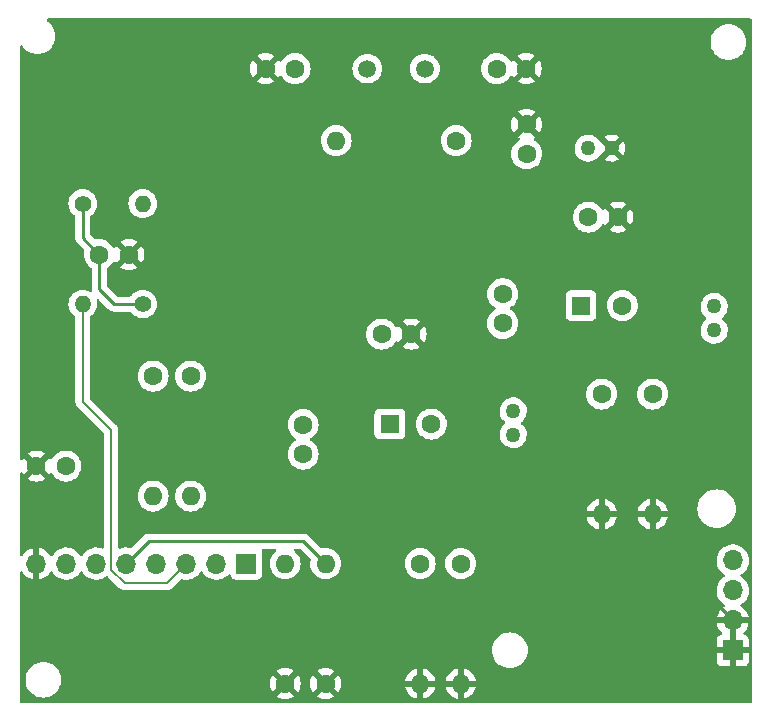
<source format=gbl>
G04 #@! TF.GenerationSoftware,KiCad,Pcbnew,(6.0.10)*
G04 #@! TF.CreationDate,2023-07-12T01:57:19+10:00*
G04 #@! TF.ProjectId,DAC,4441432e-6b69-4636-9164-5f7063625858,rev?*
G04 #@! TF.SameCoordinates,Original*
G04 #@! TF.FileFunction,Copper,L2,Bot*
G04 #@! TF.FilePolarity,Positive*
%FSLAX46Y46*%
G04 Gerber Fmt 4.6, Leading zero omitted, Abs format (unit mm)*
G04 Created by KiCad (PCBNEW (6.0.10)) date 2023-07-12 01:57:19*
%MOMM*%
%LPD*%
G01*
G04 APERTURE LIST*
G04 #@! TA.AperFunction,ComponentPad*
%ADD10C,1.600000*%
G04 #@! TD*
G04 #@! TA.AperFunction,ComponentPad*
%ADD11O,1.600000X1.600000*%
G04 #@! TD*
G04 #@! TA.AperFunction,ComponentPad*
%ADD12R,1.600000X1.600000*%
G04 #@! TD*
G04 #@! TA.AperFunction,ComponentPad*
%ADD13C,1.270000*%
G04 #@! TD*
G04 #@! TA.AperFunction,ComponentPad*
%ADD14C,1.500000*%
G04 #@! TD*
G04 #@! TA.AperFunction,ComponentPad*
%ADD15C,1.400000*%
G04 #@! TD*
G04 #@! TA.AperFunction,ComponentPad*
%ADD16O,1.400000X1.400000*%
G04 #@! TD*
G04 #@! TA.AperFunction,ComponentPad*
%ADD17R,1.700000X1.700000*%
G04 #@! TD*
G04 #@! TA.AperFunction,ComponentPad*
%ADD18O,1.700000X1.700000*%
G04 #@! TD*
G04 #@! TA.AperFunction,Conductor*
%ADD19C,0.250000*%
G04 #@! TD*
G04 #@! TA.AperFunction,Conductor*
%ADD20C,0.200000*%
G04 #@! TD*
G04 APERTURE END LIST*
D10*
X177419000Y-70465000D03*
X177419000Y-67965000D03*
X145796000Y-89281000D03*
D11*
X145796000Y-99441000D03*
D10*
X138410000Y-96901000D03*
X135910000Y-96901000D03*
X188087000Y-90805000D03*
D11*
X188087000Y-100965000D03*
D10*
X148971000Y-89281000D03*
D11*
X148971000Y-99441000D03*
D12*
X182019000Y-83312000D03*
D10*
X185519000Y-83312000D03*
X171831000Y-105156000D03*
D11*
X171831000Y-115316000D03*
D10*
X158496000Y-95885000D03*
X158496000Y-93385000D03*
D13*
X193294000Y-85391500D03*
X193294000Y-83391500D03*
X182626000Y-69977000D03*
X184626000Y-69977000D03*
D10*
X171450000Y-69342000D03*
D11*
X161290000Y-69342000D03*
D10*
X174879000Y-63246000D03*
X177379000Y-63246000D03*
X182646000Y-75819000D03*
X185146000Y-75819000D03*
D14*
X163920000Y-63246000D03*
X168800000Y-63246000D03*
D10*
X167640000Y-85725000D03*
X165140000Y-85725000D03*
X168402000Y-105156000D03*
D11*
X168402000Y-115316000D03*
D15*
X144907000Y-83185000D03*
D16*
X139827000Y-83185000D03*
D10*
X160401000Y-115316000D03*
D11*
X160401000Y-105156000D03*
D13*
X176276000Y-94234000D03*
X176276000Y-92234000D03*
D10*
X155321000Y-63246000D03*
X157821000Y-63246000D03*
D17*
X194868000Y-112512500D03*
D18*
X194868000Y-109972500D03*
X194868000Y-107432500D03*
X194868000Y-104892500D03*
D15*
X139827000Y-74676000D03*
D16*
X144907000Y-74676000D03*
D10*
X156972000Y-115316000D03*
D11*
X156972000Y-105156000D03*
D10*
X183769000Y-90805000D03*
D11*
X183769000Y-100965000D03*
D17*
X153690000Y-105156000D03*
D18*
X151150000Y-105156000D03*
X148610000Y-105156000D03*
X146070000Y-105156000D03*
X143530000Y-105156000D03*
X140990000Y-105156000D03*
X138450000Y-105156000D03*
X135910000Y-105156000D03*
D12*
X165843000Y-93345000D03*
D10*
X169343000Y-93345000D03*
X141244000Y-78994000D03*
X143744000Y-78994000D03*
X175387000Y-84816000D03*
X175387000Y-82316000D03*
D19*
X189992000Y-101473000D02*
X192151000Y-103632000D01*
X194868000Y-109972500D02*
X192151000Y-107255500D01*
X183769000Y-100965000D02*
X188087000Y-100965000D01*
X192151000Y-103632000D02*
X192151000Y-106553000D01*
X189484000Y-100965000D02*
X189992000Y-101473000D01*
X192151000Y-107255500D02*
X192151000Y-106553000D01*
X188087000Y-100965000D02*
X189484000Y-100965000D01*
X139827000Y-77577000D02*
X141244000Y-78994000D01*
X141244000Y-78994000D02*
X141244000Y-81935000D01*
X139827000Y-74676000D02*
X139827000Y-77577000D01*
X142494000Y-83185000D02*
X144907000Y-83185000D01*
X141244000Y-81935000D02*
X142494000Y-83185000D01*
D20*
X139827000Y-91440000D02*
X139954000Y-91567000D01*
X139827000Y-83185000D02*
X139827000Y-91440000D01*
X142240000Y-105664000D02*
X143383000Y-106807000D01*
X143383000Y-106807000D02*
X146958000Y-106807000D01*
X146958000Y-106807000D02*
X148610000Y-105155000D01*
X142240000Y-93853000D02*
X142240000Y-105664000D01*
X139954000Y-91567000D02*
X142240000Y-93853000D01*
D19*
X158496000Y-103251000D02*
X160401000Y-105156000D01*
X145435000Y-103251000D02*
X158496000Y-103251000D01*
X143530000Y-105156000D02*
X145435000Y-103251000D01*
G04 #@! TA.AperFunction,Conductor*
G36*
X196433621Y-59028502D02*
G01*
X196480114Y-59082158D01*
X196491500Y-59134500D01*
X196491500Y-116865500D01*
X196471498Y-116933621D01*
X196417842Y-116980114D01*
X196365500Y-116991500D01*
X134634500Y-116991500D01*
X134566379Y-116971498D01*
X134519886Y-116917842D01*
X134508500Y-116865500D01*
X134508500Y-115000000D01*
X134986835Y-115000000D01*
X134987223Y-115004930D01*
X134987223Y-115004933D01*
X134990648Y-115048452D01*
X135005465Y-115236711D01*
X135006619Y-115241518D01*
X135006620Y-115241524D01*
X135027576Y-115328812D01*
X135060895Y-115467594D01*
X135062788Y-115472165D01*
X135062789Y-115472167D01*
X135149045Y-115680408D01*
X135151760Y-115686963D01*
X135154346Y-115691183D01*
X135273241Y-115885202D01*
X135273245Y-115885208D01*
X135275824Y-115889416D01*
X135430031Y-116069969D01*
X135610584Y-116224176D01*
X135614792Y-116226755D01*
X135614798Y-116226759D01*
X135763553Y-116317916D01*
X135813037Y-116348240D01*
X135817607Y-116350133D01*
X135817611Y-116350135D01*
X136027833Y-116437211D01*
X136032406Y-116439105D01*
X136077500Y-116449931D01*
X136258476Y-116493380D01*
X136258482Y-116493381D01*
X136263289Y-116494535D01*
X136500000Y-116513165D01*
X136736711Y-116494535D01*
X136741518Y-116493381D01*
X136741524Y-116493380D01*
X136922500Y-116449931D01*
X136967594Y-116439105D01*
X136972167Y-116437211D01*
X137057025Y-116402062D01*
X156250493Y-116402062D01*
X156259789Y-116414077D01*
X156310994Y-116449931D01*
X156320489Y-116455414D01*
X156517947Y-116547490D01*
X156528239Y-116551236D01*
X156738688Y-116607625D01*
X156749481Y-116609528D01*
X156966525Y-116628517D01*
X156977475Y-116628517D01*
X157194519Y-116609528D01*
X157205312Y-116607625D01*
X157415761Y-116551236D01*
X157426053Y-116547490D01*
X157623511Y-116455414D01*
X157633006Y-116449931D01*
X157685048Y-116413491D01*
X157693424Y-116403012D01*
X157692925Y-116402062D01*
X159679493Y-116402062D01*
X159688789Y-116414077D01*
X159739994Y-116449931D01*
X159749489Y-116455414D01*
X159946947Y-116547490D01*
X159957239Y-116551236D01*
X160167688Y-116607625D01*
X160178481Y-116609528D01*
X160395525Y-116628517D01*
X160406475Y-116628517D01*
X160623519Y-116609528D01*
X160634312Y-116607625D01*
X160844761Y-116551236D01*
X160855053Y-116547490D01*
X161052511Y-116455414D01*
X161062006Y-116449931D01*
X161114048Y-116413491D01*
X161122424Y-116403012D01*
X161115356Y-116389566D01*
X160413812Y-115688022D01*
X160399868Y-115680408D01*
X160398035Y-115680539D01*
X160391420Y-115684790D01*
X159685923Y-116390287D01*
X159679493Y-116402062D01*
X157692925Y-116402062D01*
X157686356Y-116389566D01*
X156984812Y-115688022D01*
X156970868Y-115680408D01*
X156969035Y-115680539D01*
X156962420Y-115684790D01*
X156256923Y-116390287D01*
X156250493Y-116402062D01*
X137057025Y-116402062D01*
X137182389Y-116350135D01*
X137182393Y-116350133D01*
X137186963Y-116348240D01*
X137236447Y-116317916D01*
X137385202Y-116226759D01*
X137385208Y-116226755D01*
X137389416Y-116224176D01*
X137569969Y-116069969D01*
X137724176Y-115889416D01*
X137726755Y-115885208D01*
X137726759Y-115885202D01*
X137845654Y-115691183D01*
X137848240Y-115686963D01*
X137850956Y-115680408D01*
X137937211Y-115472167D01*
X137937212Y-115472165D01*
X137939105Y-115467594D01*
X137972424Y-115328812D01*
X137974185Y-115321475D01*
X155659483Y-115321475D01*
X155678472Y-115538519D01*
X155680375Y-115549312D01*
X155736764Y-115759761D01*
X155740510Y-115770053D01*
X155832586Y-115967511D01*
X155838069Y-115977006D01*
X155874509Y-116029048D01*
X155884988Y-116037424D01*
X155898434Y-116030356D01*
X156599978Y-115328812D01*
X156606356Y-115317132D01*
X157336408Y-115317132D01*
X157336539Y-115318965D01*
X157340790Y-115325580D01*
X158046287Y-116031077D01*
X158058062Y-116037507D01*
X158070077Y-116028211D01*
X158105931Y-115977006D01*
X158111414Y-115967511D01*
X158203490Y-115770053D01*
X158207236Y-115759761D01*
X158263625Y-115549312D01*
X158265528Y-115538519D01*
X158284517Y-115321475D01*
X159088483Y-115321475D01*
X159107472Y-115538519D01*
X159109375Y-115549312D01*
X159165764Y-115759761D01*
X159169510Y-115770053D01*
X159261586Y-115967511D01*
X159267069Y-115977006D01*
X159303509Y-116029048D01*
X159313988Y-116037424D01*
X159327434Y-116030356D01*
X160028978Y-115328812D01*
X160035356Y-115317132D01*
X160765408Y-115317132D01*
X160765539Y-115318965D01*
X160769790Y-115325580D01*
X161475287Y-116031077D01*
X161487062Y-116037507D01*
X161499077Y-116028211D01*
X161534931Y-115977006D01*
X161540414Y-115967511D01*
X161632490Y-115770053D01*
X161636236Y-115759761D01*
X161683727Y-115582522D01*
X167119273Y-115582522D01*
X167166764Y-115759761D01*
X167170510Y-115770053D01*
X167262586Y-115967511D01*
X167268069Y-115977007D01*
X167393028Y-116155467D01*
X167400084Y-116163875D01*
X167554125Y-116317916D01*
X167562533Y-116324972D01*
X167740993Y-116449931D01*
X167750489Y-116455414D01*
X167947947Y-116547490D01*
X167958239Y-116551236D01*
X168130503Y-116597394D01*
X168144599Y-116597058D01*
X168148000Y-116589116D01*
X168148000Y-116583967D01*
X168656000Y-116583967D01*
X168659973Y-116597498D01*
X168668522Y-116598727D01*
X168845761Y-116551236D01*
X168856053Y-116547490D01*
X169053511Y-116455414D01*
X169063007Y-116449931D01*
X169241467Y-116324972D01*
X169249875Y-116317916D01*
X169403916Y-116163875D01*
X169410972Y-116155467D01*
X169535931Y-115977007D01*
X169541414Y-115967511D01*
X169633490Y-115770053D01*
X169637236Y-115759761D01*
X169683394Y-115587497D01*
X169683275Y-115582522D01*
X170548273Y-115582522D01*
X170595764Y-115759761D01*
X170599510Y-115770053D01*
X170691586Y-115967511D01*
X170697069Y-115977007D01*
X170822028Y-116155467D01*
X170829084Y-116163875D01*
X170983125Y-116317916D01*
X170991533Y-116324972D01*
X171169993Y-116449931D01*
X171179489Y-116455414D01*
X171376947Y-116547490D01*
X171387239Y-116551236D01*
X171559503Y-116597394D01*
X171573599Y-116597058D01*
X171577000Y-116589116D01*
X171577000Y-116583967D01*
X172085000Y-116583967D01*
X172088973Y-116597498D01*
X172097522Y-116598727D01*
X172274761Y-116551236D01*
X172285053Y-116547490D01*
X172482511Y-116455414D01*
X172492007Y-116449931D01*
X172670467Y-116324972D01*
X172678875Y-116317916D01*
X172832916Y-116163875D01*
X172839972Y-116155467D01*
X172964931Y-115977007D01*
X172970414Y-115967511D01*
X173062490Y-115770053D01*
X173066236Y-115759761D01*
X173112394Y-115587497D01*
X173112058Y-115573401D01*
X173104116Y-115570000D01*
X172103115Y-115570000D01*
X172087876Y-115574475D01*
X172086671Y-115575865D01*
X172085000Y-115583548D01*
X172085000Y-116583967D01*
X171577000Y-116583967D01*
X171577000Y-115588115D01*
X171572525Y-115572876D01*
X171571135Y-115571671D01*
X171563452Y-115570000D01*
X170563033Y-115570000D01*
X170549502Y-115573973D01*
X170548273Y-115582522D01*
X169683275Y-115582522D01*
X169683058Y-115573401D01*
X169675116Y-115570000D01*
X168674115Y-115570000D01*
X168658876Y-115574475D01*
X168657671Y-115575865D01*
X168656000Y-115583548D01*
X168656000Y-116583967D01*
X168148000Y-116583967D01*
X168148000Y-115588115D01*
X168143525Y-115572876D01*
X168142135Y-115571671D01*
X168134452Y-115570000D01*
X167134033Y-115570000D01*
X167120502Y-115573973D01*
X167119273Y-115582522D01*
X161683727Y-115582522D01*
X161692625Y-115549312D01*
X161694528Y-115538519D01*
X161713517Y-115321475D01*
X161713517Y-115310525D01*
X161694528Y-115093481D01*
X161692625Y-115082688D01*
X161682393Y-115044503D01*
X167120606Y-115044503D01*
X167120942Y-115058599D01*
X167128884Y-115062000D01*
X168129885Y-115062000D01*
X168145124Y-115057525D01*
X168146329Y-115056135D01*
X168148000Y-115048452D01*
X168148000Y-115043885D01*
X168656000Y-115043885D01*
X168660475Y-115059124D01*
X168661865Y-115060329D01*
X168669548Y-115062000D01*
X169669967Y-115062000D01*
X169683498Y-115058027D01*
X169684727Y-115049478D01*
X169683394Y-115044503D01*
X170549606Y-115044503D01*
X170549942Y-115058599D01*
X170557884Y-115062000D01*
X171558885Y-115062000D01*
X171574124Y-115057525D01*
X171575329Y-115056135D01*
X171577000Y-115048452D01*
X171577000Y-115043885D01*
X172085000Y-115043885D01*
X172089475Y-115059124D01*
X172090865Y-115060329D01*
X172098548Y-115062000D01*
X173098967Y-115062000D01*
X173112498Y-115058027D01*
X173113727Y-115049478D01*
X173066236Y-114872239D01*
X173062490Y-114861947D01*
X172970414Y-114664489D01*
X172964931Y-114654993D01*
X172839972Y-114476533D01*
X172832916Y-114468125D01*
X172678875Y-114314084D01*
X172670467Y-114307028D01*
X172492007Y-114182069D01*
X172482511Y-114176586D01*
X172285053Y-114084510D01*
X172274761Y-114080764D01*
X172102497Y-114034606D01*
X172088401Y-114034942D01*
X172085000Y-114042884D01*
X172085000Y-115043885D01*
X171577000Y-115043885D01*
X171577000Y-114048033D01*
X171573027Y-114034502D01*
X171564478Y-114033273D01*
X171387239Y-114080764D01*
X171376947Y-114084510D01*
X171179489Y-114176586D01*
X171169993Y-114182069D01*
X170991533Y-114307028D01*
X170983125Y-114314084D01*
X170829084Y-114468125D01*
X170822028Y-114476533D01*
X170697069Y-114654993D01*
X170691586Y-114664489D01*
X170599510Y-114861947D01*
X170595764Y-114872239D01*
X170549606Y-115044503D01*
X169683394Y-115044503D01*
X169637236Y-114872239D01*
X169633490Y-114861947D01*
X169541414Y-114664489D01*
X169535931Y-114654993D01*
X169410972Y-114476533D01*
X169403916Y-114468125D01*
X169249875Y-114314084D01*
X169241467Y-114307028D01*
X169063007Y-114182069D01*
X169053511Y-114176586D01*
X168856053Y-114084510D01*
X168845761Y-114080764D01*
X168673497Y-114034606D01*
X168659401Y-114034942D01*
X168656000Y-114042884D01*
X168656000Y-115043885D01*
X168148000Y-115043885D01*
X168148000Y-114048033D01*
X168144027Y-114034502D01*
X168135478Y-114033273D01*
X167958239Y-114080764D01*
X167947947Y-114084510D01*
X167750489Y-114176586D01*
X167740993Y-114182069D01*
X167562533Y-114307028D01*
X167554125Y-114314084D01*
X167400084Y-114468125D01*
X167393028Y-114476533D01*
X167268069Y-114654993D01*
X167262586Y-114664489D01*
X167170510Y-114861947D01*
X167166764Y-114872239D01*
X167120606Y-115044503D01*
X161682393Y-115044503D01*
X161636236Y-114872239D01*
X161632490Y-114861947D01*
X161540414Y-114664489D01*
X161534931Y-114654994D01*
X161498491Y-114602952D01*
X161488012Y-114594576D01*
X161474566Y-114601644D01*
X160773022Y-115303188D01*
X160765408Y-115317132D01*
X160035356Y-115317132D01*
X160036592Y-115314868D01*
X160036461Y-115313035D01*
X160032210Y-115306420D01*
X159326713Y-114600923D01*
X159314938Y-114594493D01*
X159302923Y-114603789D01*
X159267069Y-114654994D01*
X159261586Y-114664489D01*
X159169510Y-114861947D01*
X159165764Y-114872239D01*
X159109375Y-115082688D01*
X159107472Y-115093481D01*
X159088483Y-115310525D01*
X159088483Y-115321475D01*
X158284517Y-115321475D01*
X158284517Y-115310525D01*
X158265528Y-115093481D01*
X158263625Y-115082688D01*
X158207236Y-114872239D01*
X158203490Y-114861947D01*
X158111414Y-114664489D01*
X158105931Y-114654994D01*
X158069491Y-114602952D01*
X158059012Y-114594576D01*
X158045566Y-114601644D01*
X157344022Y-115303188D01*
X157336408Y-115317132D01*
X156606356Y-115317132D01*
X156607592Y-115314868D01*
X156607461Y-115313035D01*
X156603210Y-115306420D01*
X155897713Y-114600923D01*
X155885938Y-114594493D01*
X155873923Y-114603789D01*
X155838069Y-114654994D01*
X155832586Y-114664489D01*
X155740510Y-114861947D01*
X155736764Y-114872239D01*
X155680375Y-115082688D01*
X155678472Y-115093481D01*
X155659483Y-115310525D01*
X155659483Y-115321475D01*
X137974185Y-115321475D01*
X137993380Y-115241524D01*
X137993381Y-115241518D01*
X137994535Y-115236711D01*
X138013165Y-115000000D01*
X137994535Y-114763289D01*
X137986581Y-114730155D01*
X137958360Y-114612609D01*
X137939105Y-114532406D01*
X137848240Y-114313037D01*
X137804974Y-114242434D01*
X137796734Y-114228988D01*
X156250576Y-114228988D01*
X156257644Y-114242434D01*
X156959188Y-114943978D01*
X156973132Y-114951592D01*
X156974965Y-114951461D01*
X156981580Y-114947210D01*
X157687077Y-114241713D01*
X157693507Y-114229938D01*
X157692772Y-114228988D01*
X159679576Y-114228988D01*
X159686644Y-114242434D01*
X160388188Y-114943978D01*
X160402132Y-114951592D01*
X160403965Y-114951461D01*
X160410580Y-114947210D01*
X161116077Y-114241713D01*
X161122507Y-114229938D01*
X161113211Y-114217923D01*
X161062006Y-114182069D01*
X161052511Y-114176586D01*
X160855053Y-114084510D01*
X160844761Y-114080764D01*
X160634312Y-114024375D01*
X160623519Y-114022472D01*
X160406475Y-114003483D01*
X160395525Y-114003483D01*
X160178481Y-114022472D01*
X160167688Y-114024375D01*
X159957239Y-114080764D01*
X159946947Y-114084510D01*
X159749489Y-114176586D01*
X159739994Y-114182069D01*
X159687952Y-114218509D01*
X159679576Y-114228988D01*
X157692772Y-114228988D01*
X157684211Y-114217923D01*
X157633006Y-114182069D01*
X157623511Y-114176586D01*
X157426053Y-114084510D01*
X157415761Y-114080764D01*
X157205312Y-114024375D01*
X157194519Y-114022472D01*
X156977475Y-114003483D01*
X156966525Y-114003483D01*
X156749481Y-114022472D01*
X156738688Y-114024375D01*
X156528239Y-114080764D01*
X156517947Y-114084510D01*
X156320489Y-114176586D01*
X156310994Y-114182069D01*
X156258952Y-114218509D01*
X156250576Y-114228988D01*
X137796734Y-114228988D01*
X137726759Y-114114798D01*
X137726755Y-114114792D01*
X137724176Y-114110584D01*
X137569969Y-113930031D01*
X137389416Y-113775824D01*
X137385208Y-113773245D01*
X137385202Y-113773241D01*
X137191183Y-113654346D01*
X137186963Y-113651760D01*
X137182393Y-113649867D01*
X137182389Y-113649865D01*
X136972167Y-113562789D01*
X136972165Y-113562788D01*
X136967594Y-113560895D01*
X136887391Y-113541640D01*
X136741524Y-113506620D01*
X136741518Y-113506619D01*
X136736711Y-113505465D01*
X136500000Y-113486835D01*
X136263289Y-113505465D01*
X136258482Y-113506619D01*
X136258476Y-113506620D01*
X136112609Y-113541640D01*
X136032406Y-113560895D01*
X136027835Y-113562788D01*
X136027833Y-113562789D01*
X135817611Y-113649865D01*
X135817607Y-113649867D01*
X135813037Y-113651760D01*
X135808817Y-113654346D01*
X135614798Y-113773241D01*
X135614792Y-113773245D01*
X135610584Y-113775824D01*
X135430031Y-113930031D01*
X135275824Y-114110584D01*
X135273245Y-114114792D01*
X135273241Y-114114798D01*
X135195026Y-114242434D01*
X135151760Y-114313037D01*
X135060895Y-114532406D01*
X135041640Y-114612609D01*
X135013420Y-114730155D01*
X135005465Y-114763289D01*
X134987308Y-114993995D01*
X134986835Y-115000000D01*
X134508500Y-115000000D01*
X134508500Y-112500000D01*
X174486835Y-112500000D01*
X174505465Y-112736711D01*
X174506619Y-112741518D01*
X174506620Y-112741524D01*
X174536601Y-112866401D01*
X174560895Y-112967594D01*
X174651760Y-113186963D01*
X174654346Y-113191183D01*
X174773241Y-113385202D01*
X174773245Y-113385208D01*
X174775824Y-113389416D01*
X174930031Y-113569969D01*
X175110584Y-113724176D01*
X175114792Y-113726755D01*
X175114798Y-113726759D01*
X175190650Y-113773241D01*
X175313037Y-113848240D01*
X175317607Y-113850133D01*
X175317611Y-113850135D01*
X175502754Y-113926823D01*
X175532406Y-113939105D01*
X175612609Y-113958360D01*
X175758476Y-113993380D01*
X175758482Y-113993381D01*
X175763289Y-113994535D01*
X176000000Y-114013165D01*
X176236711Y-113994535D01*
X176241518Y-113993381D01*
X176241524Y-113993380D01*
X176387391Y-113958360D01*
X176467594Y-113939105D01*
X176497246Y-113926823D01*
X176682389Y-113850135D01*
X176682393Y-113850133D01*
X176686963Y-113848240D01*
X176809350Y-113773241D01*
X176885202Y-113726759D01*
X176885208Y-113726755D01*
X176889416Y-113724176D01*
X177069969Y-113569969D01*
X177209013Y-113407169D01*
X193510001Y-113407169D01*
X193510371Y-113413990D01*
X193515895Y-113464852D01*
X193519521Y-113480104D01*
X193564676Y-113600554D01*
X193573214Y-113616149D01*
X193649715Y-113718224D01*
X193662276Y-113730785D01*
X193764351Y-113807286D01*
X193779946Y-113815824D01*
X193900394Y-113860978D01*
X193915649Y-113864605D01*
X193966514Y-113870131D01*
X193973328Y-113870500D01*
X194595885Y-113870500D01*
X194611124Y-113866025D01*
X194612329Y-113864635D01*
X194614000Y-113856952D01*
X194614000Y-113852384D01*
X195122000Y-113852384D01*
X195126475Y-113867623D01*
X195127865Y-113868828D01*
X195135548Y-113870499D01*
X195762669Y-113870499D01*
X195769490Y-113870129D01*
X195820352Y-113864605D01*
X195835604Y-113860979D01*
X195956054Y-113815824D01*
X195971649Y-113807286D01*
X196073724Y-113730785D01*
X196086285Y-113718224D01*
X196162786Y-113616149D01*
X196171324Y-113600554D01*
X196216478Y-113480106D01*
X196220105Y-113464851D01*
X196225631Y-113413986D01*
X196226000Y-113407172D01*
X196226000Y-112784615D01*
X196221525Y-112769376D01*
X196220135Y-112768171D01*
X196212452Y-112766500D01*
X195140115Y-112766500D01*
X195124876Y-112770975D01*
X195123671Y-112772365D01*
X195122000Y-112780048D01*
X195122000Y-113852384D01*
X194614000Y-113852384D01*
X194614000Y-112784615D01*
X194609525Y-112769376D01*
X194608135Y-112768171D01*
X194600452Y-112766500D01*
X193528116Y-112766500D01*
X193512877Y-112770975D01*
X193511672Y-112772365D01*
X193510001Y-112780048D01*
X193510001Y-113407169D01*
X177209013Y-113407169D01*
X177224176Y-113389416D01*
X177226755Y-113385208D01*
X177226759Y-113385202D01*
X177345654Y-113191183D01*
X177348240Y-113186963D01*
X177439105Y-112967594D01*
X177463399Y-112866401D01*
X177493380Y-112741524D01*
X177493381Y-112741518D01*
X177494535Y-112736711D01*
X177513165Y-112500000D01*
X177494535Y-112263289D01*
X177492985Y-112256829D01*
X177489037Y-112240385D01*
X193510000Y-112240385D01*
X193514475Y-112255624D01*
X193515865Y-112256829D01*
X193523548Y-112258500D01*
X194595885Y-112258500D01*
X194611124Y-112254025D01*
X194612329Y-112252635D01*
X194614000Y-112244952D01*
X194614000Y-112240385D01*
X195122000Y-112240385D01*
X195126475Y-112255624D01*
X195127865Y-112256829D01*
X195135548Y-112258500D01*
X196207884Y-112258500D01*
X196223123Y-112254025D01*
X196224328Y-112252635D01*
X196225999Y-112244952D01*
X196225999Y-111617831D01*
X196225629Y-111611010D01*
X196220105Y-111560148D01*
X196216479Y-111544896D01*
X196171324Y-111424446D01*
X196162786Y-111408851D01*
X196086285Y-111306776D01*
X196073724Y-111294215D01*
X195971649Y-111217714D01*
X195956054Y-111209176D01*
X195845297Y-111167655D01*
X195788533Y-111125013D01*
X195763833Y-111058452D01*
X195779040Y-110989103D01*
X195800587Y-110960422D01*
X195902057Y-110859305D01*
X195908730Y-110851465D01*
X196033003Y-110678520D01*
X196038313Y-110669683D01*
X196132670Y-110478767D01*
X196136469Y-110469172D01*
X196198377Y-110265410D01*
X196200555Y-110255337D01*
X196201986Y-110244462D01*
X196199775Y-110230278D01*
X196186617Y-110226500D01*
X195140115Y-110226500D01*
X195124876Y-110230975D01*
X195123671Y-110232365D01*
X195122000Y-110240048D01*
X195122000Y-112240385D01*
X194614000Y-112240385D01*
X194614000Y-110244615D01*
X194609525Y-110229376D01*
X194608135Y-110228171D01*
X194600452Y-110226500D01*
X193551225Y-110226500D01*
X193537694Y-110230473D01*
X193536257Y-110240466D01*
X193566565Y-110374946D01*
X193569645Y-110384775D01*
X193649770Y-110582103D01*
X193654413Y-110591294D01*
X193765694Y-110772888D01*
X193771777Y-110781199D01*
X193911213Y-110942167D01*
X193918578Y-110949381D01*
X193923966Y-110953854D01*
X193963599Y-111012758D01*
X193965095Y-111083739D01*
X193927978Y-111144261D01*
X193887707Y-111168778D01*
X193779948Y-111209175D01*
X193764351Y-111217714D01*
X193662276Y-111294215D01*
X193649715Y-111306776D01*
X193573214Y-111408851D01*
X193564676Y-111424446D01*
X193519522Y-111544894D01*
X193515895Y-111560149D01*
X193510369Y-111611014D01*
X193510000Y-111617828D01*
X193510000Y-112240385D01*
X177489037Y-112240385D01*
X177440260Y-112037218D01*
X177439105Y-112032406D01*
X177348240Y-111813037D01*
X177345654Y-111808817D01*
X177226759Y-111614798D01*
X177226755Y-111614792D01*
X177224176Y-111610584D01*
X177069969Y-111430031D01*
X176889416Y-111275824D01*
X176885208Y-111273245D01*
X176885202Y-111273241D01*
X176691183Y-111154346D01*
X176686963Y-111151760D01*
X176682393Y-111149867D01*
X176682389Y-111149865D01*
X176472167Y-111062789D01*
X176472165Y-111062788D01*
X176467594Y-111060895D01*
X176387391Y-111041640D01*
X176241524Y-111006620D01*
X176241518Y-111006619D01*
X176236711Y-111005465D01*
X176000000Y-110986835D01*
X175763289Y-111005465D01*
X175758482Y-111006619D01*
X175758476Y-111006620D01*
X175612609Y-111041640D01*
X175532406Y-111060895D01*
X175527835Y-111062788D01*
X175527833Y-111062789D01*
X175317611Y-111149865D01*
X175317607Y-111149867D01*
X175313037Y-111151760D01*
X175308817Y-111154346D01*
X175114798Y-111273241D01*
X175114792Y-111273245D01*
X175110584Y-111275824D01*
X174930031Y-111430031D01*
X174775824Y-111610584D01*
X174773245Y-111614792D01*
X174773241Y-111614798D01*
X174654346Y-111808817D01*
X174651760Y-111813037D01*
X174560895Y-112032406D01*
X174559740Y-112037218D01*
X174507016Y-112256829D01*
X174505465Y-112263289D01*
X174487308Y-112493995D01*
X174486835Y-112500000D01*
X134508500Y-112500000D01*
X134508500Y-105914911D01*
X134528502Y-105846790D01*
X134582158Y-105800297D01*
X134652432Y-105790193D01*
X134717012Y-105819687D01*
X134741933Y-105849076D01*
X134807694Y-105956388D01*
X134813777Y-105964699D01*
X134953213Y-106125667D01*
X134960580Y-106132883D01*
X135124434Y-106268916D01*
X135132881Y-106274831D01*
X135316756Y-106382279D01*
X135326042Y-106386729D01*
X135525001Y-106462703D01*
X135534899Y-106465579D01*
X135638250Y-106486606D01*
X135652299Y-106485410D01*
X135656000Y-106475065D01*
X135656000Y-106474517D01*
X136164000Y-106474517D01*
X136168064Y-106488359D01*
X136181478Y-106490393D01*
X136188184Y-106489534D01*
X136198262Y-106487392D01*
X136402255Y-106426191D01*
X136411842Y-106422433D01*
X136603095Y-106328739D01*
X136611945Y-106323464D01*
X136785328Y-106199792D01*
X136793200Y-106193139D01*
X136944052Y-106042812D01*
X136950730Y-106034965D01*
X137078022Y-105857819D01*
X137079279Y-105858722D01*
X137126373Y-105815362D01*
X137196311Y-105803145D01*
X137261751Y-105830678D01*
X137289579Y-105862511D01*
X137294009Y-105869740D01*
X137349987Y-105961088D01*
X137496250Y-106129938D01*
X137668126Y-106272632D01*
X137861000Y-106385338D01*
X137865825Y-106387180D01*
X137865826Y-106387181D01*
X137925662Y-106410030D01*
X138069692Y-106465030D01*
X138074760Y-106466061D01*
X138074763Y-106466062D01*
X138169862Y-106485410D01*
X138288597Y-106509567D01*
X138293772Y-106509757D01*
X138293774Y-106509757D01*
X138506673Y-106517564D01*
X138506677Y-106517564D01*
X138511837Y-106517753D01*
X138516957Y-106517097D01*
X138516959Y-106517097D01*
X138728288Y-106490025D01*
X138728289Y-106490025D01*
X138733416Y-106489368D01*
X138738366Y-106487883D01*
X138942429Y-106426661D01*
X138942434Y-106426659D01*
X138947384Y-106425174D01*
X139147994Y-106326896D01*
X139329860Y-106197173D01*
X139348590Y-106178509D01*
X139418884Y-106108460D01*
X139488096Y-106039489D01*
X139512285Y-106005827D01*
X139618453Y-105858077D01*
X139619776Y-105859028D01*
X139666645Y-105815857D01*
X139736580Y-105803625D01*
X139802026Y-105831144D01*
X139829875Y-105862994D01*
X139834009Y-105869740D01*
X139889987Y-105961088D01*
X140036250Y-106129938D01*
X140208126Y-106272632D01*
X140401000Y-106385338D01*
X140405825Y-106387180D01*
X140405826Y-106387181D01*
X140465662Y-106410030D01*
X140609692Y-106465030D01*
X140614760Y-106466061D01*
X140614763Y-106466062D01*
X140709862Y-106485410D01*
X140828597Y-106509567D01*
X140833772Y-106509757D01*
X140833774Y-106509757D01*
X141046673Y-106517564D01*
X141046677Y-106517564D01*
X141051837Y-106517753D01*
X141056957Y-106517097D01*
X141056959Y-106517097D01*
X141268288Y-106490025D01*
X141268289Y-106490025D01*
X141273416Y-106489368D01*
X141278366Y-106487883D01*
X141482429Y-106426661D01*
X141482434Y-106426659D01*
X141487384Y-106425174D01*
X141687994Y-106326896D01*
X141807982Y-106241310D01*
X141875055Y-106218036D01*
X141944064Y-106234720D01*
X141970245Y-106254794D01*
X142918685Y-107203234D01*
X142929552Y-107215625D01*
X142949013Y-107240987D01*
X142980925Y-107265474D01*
X142980928Y-107265477D01*
X143076124Y-107338524D01*
X143224149Y-107399838D01*
X143232336Y-107400916D01*
X143232337Y-107400916D01*
X143243542Y-107402391D01*
X143274738Y-107406498D01*
X143343115Y-107415500D01*
X143343118Y-107415500D01*
X143343126Y-107415501D01*
X143374811Y-107419672D01*
X143383000Y-107420750D01*
X143414693Y-107416578D01*
X143431136Y-107415500D01*
X146909864Y-107415500D01*
X146926307Y-107416578D01*
X146958000Y-107420750D01*
X146966189Y-107419672D01*
X146997874Y-107415501D01*
X146997884Y-107415500D01*
X146997885Y-107415500D01*
X146997901Y-107415498D01*
X147097457Y-107402391D01*
X147108664Y-107400916D01*
X147108666Y-107400915D01*
X147116851Y-107399838D01*
X147118403Y-107399195D01*
X193505251Y-107399195D01*
X193505548Y-107404348D01*
X193505548Y-107404351D01*
X193511011Y-107499090D01*
X193518110Y-107622215D01*
X193519247Y-107627261D01*
X193519248Y-107627267D01*
X193539119Y-107715439D01*
X193567222Y-107840139D01*
X193651266Y-108047116D01*
X193767987Y-108237588D01*
X193914250Y-108406438D01*
X194086126Y-108549132D01*
X194159955Y-108592274D01*
X194208679Y-108643912D01*
X194221750Y-108713695D01*
X194195019Y-108779467D01*
X194154562Y-108812827D01*
X194146457Y-108817046D01*
X194137738Y-108822536D01*
X193967433Y-108950405D01*
X193959726Y-108957248D01*
X193812590Y-109111217D01*
X193806104Y-109119227D01*
X193686098Y-109295149D01*
X193681000Y-109304123D01*
X193591338Y-109497283D01*
X193587775Y-109506970D01*
X193532389Y-109706683D01*
X193533912Y-109715107D01*
X193546292Y-109718500D01*
X196186344Y-109718500D01*
X196199875Y-109714527D01*
X196201180Y-109705447D01*
X196159214Y-109538375D01*
X196155894Y-109528624D01*
X196070972Y-109333314D01*
X196066105Y-109324239D01*
X195950426Y-109145426D01*
X195944136Y-109137257D01*
X195800806Y-108979740D01*
X195793273Y-108972715D01*
X195626139Y-108840722D01*
X195617556Y-108835020D01*
X195580602Y-108814620D01*
X195530631Y-108764187D01*
X195515859Y-108694745D01*
X195540975Y-108628339D01*
X195568327Y-108601732D01*
X195591797Y-108584991D01*
X195747860Y-108473673D01*
X195906096Y-108315989D01*
X195965594Y-108233189D01*
X196033435Y-108138777D01*
X196036453Y-108134577D01*
X196135430Y-107934311D01*
X196200370Y-107720569D01*
X196229529Y-107499090D01*
X196231156Y-107432500D01*
X196212852Y-107209861D01*
X196158431Y-106993202D01*
X196069354Y-106788340D01*
X195948014Y-106600777D01*
X195797670Y-106435551D01*
X195793619Y-106432352D01*
X195793615Y-106432348D01*
X195626414Y-106300300D01*
X195626410Y-106300298D01*
X195622359Y-106297098D01*
X195581053Y-106274296D01*
X195531084Y-106223864D01*
X195516312Y-106154421D01*
X195541428Y-106088016D01*
X195568780Y-106061409D01*
X195612603Y-106030150D01*
X195747860Y-105933673D01*
X195906096Y-105775989D01*
X195965594Y-105693189D01*
X196033435Y-105598777D01*
X196036453Y-105594577D01*
X196051744Y-105563639D01*
X196133136Y-105398953D01*
X196133137Y-105398951D01*
X196135430Y-105394311D01*
X196200370Y-105180569D01*
X196229529Y-104959090D01*
X196231156Y-104892500D01*
X196212852Y-104669861D01*
X196158431Y-104453202D01*
X196069354Y-104248340D01*
X195948014Y-104060777D01*
X195797670Y-103895551D01*
X195793619Y-103892352D01*
X195793615Y-103892348D01*
X195626414Y-103760300D01*
X195626410Y-103760298D01*
X195622359Y-103757098D01*
X195426789Y-103649138D01*
X195421920Y-103647414D01*
X195421916Y-103647412D01*
X195221087Y-103576295D01*
X195221083Y-103576294D01*
X195216212Y-103574569D01*
X195211119Y-103573662D01*
X195211116Y-103573661D01*
X195001373Y-103536300D01*
X195001367Y-103536299D01*
X194996284Y-103535394D01*
X194922452Y-103534492D01*
X194778081Y-103532728D01*
X194778079Y-103532728D01*
X194772911Y-103532665D01*
X194552091Y-103566455D01*
X194339756Y-103635857D01*
X194141607Y-103739007D01*
X194137474Y-103742110D01*
X194137471Y-103742112D01*
X193967100Y-103870030D01*
X193962965Y-103873135D01*
X193903751Y-103935099D01*
X193814560Y-104028432D01*
X193808629Y-104034638D01*
X193682743Y-104219180D01*
X193588688Y-104421805D01*
X193528989Y-104637070D01*
X193505251Y-104859195D01*
X193505548Y-104864348D01*
X193505548Y-104864351D01*
X193511011Y-104959090D01*
X193518110Y-105082215D01*
X193519247Y-105087261D01*
X193519248Y-105087267D01*
X193534738Y-105156000D01*
X193567222Y-105300139D01*
X193651266Y-105507116D01*
X193767987Y-105697588D01*
X193914250Y-105866438D01*
X194086126Y-106009132D01*
X194130334Y-106034965D01*
X194159445Y-106051976D01*
X194208169Y-106103614D01*
X194221240Y-106173397D01*
X194194509Y-106239169D01*
X194154055Y-106272527D01*
X194141607Y-106279007D01*
X194137474Y-106282110D01*
X194137471Y-106282112D01*
X193991504Y-106391707D01*
X193962965Y-106413135D01*
X193909561Y-106469019D01*
X193863617Y-106517097D01*
X193808629Y-106574638D01*
X193682743Y-106759180D01*
X193588688Y-106961805D01*
X193528989Y-107177070D01*
X193505251Y-107399195D01*
X147118403Y-107399195D01*
X147264876Y-107338524D01*
X147360072Y-107265477D01*
X147360075Y-107265474D01*
X147391987Y-107240987D01*
X147397017Y-107234432D01*
X147411452Y-107215621D01*
X147422319Y-107203230D01*
X148124340Y-106501209D01*
X148186652Y-106467183D01*
X148238554Y-106466833D01*
X148448597Y-106509567D01*
X148453772Y-106509757D01*
X148453774Y-106509757D01*
X148666673Y-106517564D01*
X148666677Y-106517564D01*
X148671837Y-106517753D01*
X148676957Y-106517097D01*
X148676959Y-106517097D01*
X148888288Y-106490025D01*
X148888289Y-106490025D01*
X148893416Y-106489368D01*
X148898366Y-106487883D01*
X149102429Y-106426661D01*
X149102434Y-106426659D01*
X149107384Y-106425174D01*
X149307994Y-106326896D01*
X149489860Y-106197173D01*
X149508590Y-106178509D01*
X149578884Y-106108460D01*
X149648096Y-106039489D01*
X149672285Y-106005827D01*
X149778453Y-105858077D01*
X149779776Y-105859028D01*
X149826645Y-105815857D01*
X149896580Y-105803625D01*
X149962026Y-105831144D01*
X149989875Y-105862994D01*
X149994009Y-105869740D01*
X150049987Y-105961088D01*
X150196250Y-106129938D01*
X150368126Y-106272632D01*
X150561000Y-106385338D01*
X150565825Y-106387180D01*
X150565826Y-106387181D01*
X150625662Y-106410030D01*
X150769692Y-106465030D01*
X150774760Y-106466061D01*
X150774763Y-106466062D01*
X150869862Y-106485410D01*
X150988597Y-106509567D01*
X150993772Y-106509757D01*
X150993774Y-106509757D01*
X151206673Y-106517564D01*
X151206677Y-106517564D01*
X151211837Y-106517753D01*
X151216957Y-106517097D01*
X151216959Y-106517097D01*
X151428288Y-106490025D01*
X151428289Y-106490025D01*
X151433416Y-106489368D01*
X151438366Y-106487883D01*
X151642429Y-106426661D01*
X151642434Y-106426659D01*
X151647384Y-106425174D01*
X151847994Y-106326896D01*
X152029860Y-106197173D01*
X152138091Y-106089319D01*
X152200462Y-106055404D01*
X152271268Y-106060592D01*
X152328030Y-106103238D01*
X152345012Y-106134341D01*
X152359654Y-106173397D01*
X152389385Y-106252705D01*
X152476739Y-106369261D01*
X152593295Y-106456615D01*
X152729684Y-106507745D01*
X152791866Y-106514500D01*
X154588134Y-106514500D01*
X154650316Y-106507745D01*
X154786705Y-106456615D01*
X154903261Y-106369261D01*
X154990615Y-106252705D01*
X155041745Y-106116316D01*
X155048500Y-106054134D01*
X155048500Y-104257866D01*
X155041745Y-104195684D01*
X154990615Y-104059295D01*
X154992833Y-104058463D01*
X154980410Y-104001645D01*
X155005149Y-103935099D01*
X155061940Y-103892491D01*
X155106098Y-103884500D01*
X156106969Y-103884500D01*
X156175090Y-103904502D01*
X156221583Y-103958158D01*
X156231687Y-104028432D01*
X156202193Y-104093012D01*
X156179240Y-104113713D01*
X156132211Y-104146643D01*
X156132208Y-104146645D01*
X156127700Y-104149802D01*
X155965802Y-104311700D01*
X155962645Y-104316208D01*
X155962643Y-104316211D01*
X155953740Y-104328926D01*
X155834477Y-104499251D01*
X155832154Y-104504233D01*
X155832151Y-104504238D01*
X155754921Y-104669861D01*
X155737716Y-104706757D01*
X155736294Y-104712065D01*
X155736293Y-104712067D01*
X155679883Y-104922591D01*
X155678457Y-104927913D01*
X155658502Y-105156000D01*
X155678457Y-105384087D01*
X155679881Y-105389400D01*
X155679881Y-105389402D01*
X155681197Y-105394311D01*
X155737716Y-105605243D01*
X155740039Y-105610224D01*
X155740039Y-105610225D01*
X155832151Y-105807762D01*
X155832154Y-105807767D01*
X155834477Y-105812749D01*
X155866216Y-105858077D01*
X155941078Y-105964990D01*
X155965802Y-106000300D01*
X156127700Y-106162198D01*
X156132208Y-106165355D01*
X156132211Y-106165357D01*
X156181931Y-106200171D01*
X156315251Y-106293523D01*
X156320233Y-106295846D01*
X156320238Y-106295849D01*
X156517775Y-106387961D01*
X156522757Y-106390284D01*
X156528065Y-106391706D01*
X156528067Y-106391707D01*
X156738598Y-106448119D01*
X156738600Y-106448119D01*
X156743913Y-106449543D01*
X156972000Y-106469498D01*
X157200087Y-106449543D01*
X157205400Y-106448119D01*
X157205402Y-106448119D01*
X157415933Y-106391707D01*
X157415935Y-106391706D01*
X157421243Y-106390284D01*
X157426225Y-106387961D01*
X157623762Y-106295849D01*
X157623767Y-106295846D01*
X157628749Y-106293523D01*
X157762069Y-106200171D01*
X157811789Y-106165357D01*
X157811792Y-106165355D01*
X157816300Y-106162198D01*
X157978198Y-106000300D01*
X158002923Y-105964990D01*
X158077784Y-105858077D01*
X158109523Y-105812749D01*
X158111846Y-105807767D01*
X158111849Y-105807762D01*
X158203961Y-105610225D01*
X158203961Y-105610224D01*
X158206284Y-105605243D01*
X158262804Y-105394311D01*
X158264119Y-105389402D01*
X158264119Y-105389400D01*
X158265543Y-105384087D01*
X158285498Y-105156000D01*
X158265543Y-104927913D01*
X158264117Y-104922591D01*
X158207707Y-104712067D01*
X158207706Y-104712065D01*
X158206284Y-104706757D01*
X158189079Y-104669861D01*
X158111849Y-104504238D01*
X158111846Y-104504233D01*
X158109523Y-104499251D01*
X157990260Y-104328926D01*
X157981357Y-104316211D01*
X157981355Y-104316208D01*
X157978198Y-104311700D01*
X157816300Y-104149802D01*
X157811792Y-104146645D01*
X157811789Y-104146643D01*
X157764760Y-104113713D01*
X157720432Y-104058256D01*
X157713123Y-103987636D01*
X157745154Y-103924276D01*
X157806355Y-103888291D01*
X157837031Y-103884500D01*
X158181406Y-103884500D01*
X158249527Y-103904502D01*
X158270501Y-103921405D01*
X159091848Y-104742752D01*
X159125874Y-104805064D01*
X159124459Y-104864459D01*
X159108882Y-104922591D01*
X159108881Y-104922598D01*
X159107457Y-104927913D01*
X159087502Y-105156000D01*
X159107457Y-105384087D01*
X159108881Y-105389400D01*
X159108881Y-105389402D01*
X159110197Y-105394311D01*
X159166716Y-105605243D01*
X159169039Y-105610224D01*
X159169039Y-105610225D01*
X159261151Y-105807762D01*
X159261154Y-105807767D01*
X159263477Y-105812749D01*
X159295216Y-105858077D01*
X159370078Y-105964990D01*
X159394802Y-106000300D01*
X159556700Y-106162198D01*
X159561208Y-106165355D01*
X159561211Y-106165357D01*
X159610931Y-106200171D01*
X159744251Y-106293523D01*
X159749233Y-106295846D01*
X159749238Y-106295849D01*
X159946775Y-106387961D01*
X159951757Y-106390284D01*
X159957065Y-106391706D01*
X159957067Y-106391707D01*
X160167598Y-106448119D01*
X160167600Y-106448119D01*
X160172913Y-106449543D01*
X160401000Y-106469498D01*
X160629087Y-106449543D01*
X160634400Y-106448119D01*
X160634402Y-106448119D01*
X160844933Y-106391707D01*
X160844935Y-106391706D01*
X160850243Y-106390284D01*
X160855225Y-106387961D01*
X161052762Y-106295849D01*
X161052767Y-106295846D01*
X161057749Y-106293523D01*
X161191069Y-106200171D01*
X161240789Y-106165357D01*
X161240792Y-106165355D01*
X161245300Y-106162198D01*
X161407198Y-106000300D01*
X161431923Y-105964990D01*
X161506784Y-105858077D01*
X161538523Y-105812749D01*
X161540846Y-105807767D01*
X161540849Y-105807762D01*
X161632961Y-105610225D01*
X161632961Y-105610224D01*
X161635284Y-105605243D01*
X161691804Y-105394311D01*
X161693119Y-105389402D01*
X161693119Y-105389400D01*
X161694543Y-105384087D01*
X161714498Y-105156000D01*
X167088502Y-105156000D01*
X167108457Y-105384087D01*
X167109881Y-105389400D01*
X167109881Y-105389402D01*
X167111197Y-105394311D01*
X167167716Y-105605243D01*
X167170039Y-105610224D01*
X167170039Y-105610225D01*
X167262151Y-105807762D01*
X167262154Y-105807767D01*
X167264477Y-105812749D01*
X167296216Y-105858077D01*
X167371078Y-105964990D01*
X167395802Y-106000300D01*
X167557700Y-106162198D01*
X167562208Y-106165355D01*
X167562211Y-106165357D01*
X167611931Y-106200171D01*
X167745251Y-106293523D01*
X167750233Y-106295846D01*
X167750238Y-106295849D01*
X167947775Y-106387961D01*
X167952757Y-106390284D01*
X167958065Y-106391706D01*
X167958067Y-106391707D01*
X168168598Y-106448119D01*
X168168600Y-106448119D01*
X168173913Y-106449543D01*
X168402000Y-106469498D01*
X168630087Y-106449543D01*
X168635400Y-106448119D01*
X168635402Y-106448119D01*
X168845933Y-106391707D01*
X168845935Y-106391706D01*
X168851243Y-106390284D01*
X168856225Y-106387961D01*
X169053762Y-106295849D01*
X169053767Y-106295846D01*
X169058749Y-106293523D01*
X169192069Y-106200171D01*
X169241789Y-106165357D01*
X169241792Y-106165355D01*
X169246300Y-106162198D01*
X169408198Y-106000300D01*
X169432923Y-105964990D01*
X169507784Y-105858077D01*
X169539523Y-105812749D01*
X169541846Y-105807767D01*
X169541849Y-105807762D01*
X169633961Y-105610225D01*
X169633961Y-105610224D01*
X169636284Y-105605243D01*
X169692804Y-105394311D01*
X169694119Y-105389402D01*
X169694119Y-105389400D01*
X169695543Y-105384087D01*
X169715498Y-105156000D01*
X170517502Y-105156000D01*
X170537457Y-105384087D01*
X170538881Y-105389400D01*
X170538881Y-105389402D01*
X170540197Y-105394311D01*
X170596716Y-105605243D01*
X170599039Y-105610224D01*
X170599039Y-105610225D01*
X170691151Y-105807762D01*
X170691154Y-105807767D01*
X170693477Y-105812749D01*
X170725216Y-105858077D01*
X170800078Y-105964990D01*
X170824802Y-106000300D01*
X170986700Y-106162198D01*
X170991208Y-106165355D01*
X170991211Y-106165357D01*
X171040931Y-106200171D01*
X171174251Y-106293523D01*
X171179233Y-106295846D01*
X171179238Y-106295849D01*
X171376775Y-106387961D01*
X171381757Y-106390284D01*
X171387065Y-106391706D01*
X171387067Y-106391707D01*
X171597598Y-106448119D01*
X171597600Y-106448119D01*
X171602913Y-106449543D01*
X171831000Y-106469498D01*
X172059087Y-106449543D01*
X172064400Y-106448119D01*
X172064402Y-106448119D01*
X172274933Y-106391707D01*
X172274935Y-106391706D01*
X172280243Y-106390284D01*
X172285225Y-106387961D01*
X172482762Y-106295849D01*
X172482767Y-106295846D01*
X172487749Y-106293523D01*
X172621069Y-106200171D01*
X172670789Y-106165357D01*
X172670792Y-106165355D01*
X172675300Y-106162198D01*
X172837198Y-106000300D01*
X172861923Y-105964990D01*
X172936784Y-105858077D01*
X172968523Y-105812749D01*
X172970846Y-105807767D01*
X172970849Y-105807762D01*
X173062961Y-105610225D01*
X173062961Y-105610224D01*
X173065284Y-105605243D01*
X173121804Y-105394311D01*
X173123119Y-105389402D01*
X173123119Y-105389400D01*
X173124543Y-105384087D01*
X173144498Y-105156000D01*
X173124543Y-104927913D01*
X173123117Y-104922591D01*
X173066707Y-104712067D01*
X173066706Y-104712065D01*
X173065284Y-104706757D01*
X173048079Y-104669861D01*
X172970849Y-104504238D01*
X172970846Y-104504233D01*
X172968523Y-104499251D01*
X172849260Y-104328926D01*
X172840357Y-104316211D01*
X172840355Y-104316208D01*
X172837198Y-104311700D01*
X172675300Y-104149802D01*
X172670792Y-104146645D01*
X172670789Y-104146643D01*
X172592611Y-104091902D01*
X172487749Y-104018477D01*
X172482767Y-104016154D01*
X172482762Y-104016151D01*
X172285225Y-103924039D01*
X172285224Y-103924039D01*
X172280243Y-103921716D01*
X172274935Y-103920294D01*
X172274933Y-103920293D01*
X172064402Y-103863881D01*
X172064400Y-103863881D01*
X172059087Y-103862457D01*
X171831000Y-103842502D01*
X171602913Y-103862457D01*
X171597600Y-103863881D01*
X171597598Y-103863881D01*
X171387067Y-103920293D01*
X171387065Y-103920294D01*
X171381757Y-103921716D01*
X171376776Y-103924039D01*
X171376775Y-103924039D01*
X171179238Y-104016151D01*
X171179233Y-104016154D01*
X171174251Y-104018477D01*
X171069389Y-104091902D01*
X170991211Y-104146643D01*
X170991208Y-104146645D01*
X170986700Y-104149802D01*
X170824802Y-104311700D01*
X170821645Y-104316208D01*
X170821643Y-104316211D01*
X170812740Y-104328926D01*
X170693477Y-104499251D01*
X170691154Y-104504233D01*
X170691151Y-104504238D01*
X170613921Y-104669861D01*
X170596716Y-104706757D01*
X170595294Y-104712065D01*
X170595293Y-104712067D01*
X170538883Y-104922591D01*
X170537457Y-104927913D01*
X170517502Y-105156000D01*
X169715498Y-105156000D01*
X169695543Y-104927913D01*
X169694117Y-104922591D01*
X169637707Y-104712067D01*
X169637706Y-104712065D01*
X169636284Y-104706757D01*
X169619079Y-104669861D01*
X169541849Y-104504238D01*
X169541846Y-104504233D01*
X169539523Y-104499251D01*
X169420260Y-104328926D01*
X169411357Y-104316211D01*
X169411355Y-104316208D01*
X169408198Y-104311700D01*
X169246300Y-104149802D01*
X169241792Y-104146645D01*
X169241789Y-104146643D01*
X169163611Y-104091902D01*
X169058749Y-104018477D01*
X169053767Y-104016154D01*
X169053762Y-104016151D01*
X168856225Y-103924039D01*
X168856224Y-103924039D01*
X168851243Y-103921716D01*
X168845935Y-103920294D01*
X168845933Y-103920293D01*
X168635402Y-103863881D01*
X168635400Y-103863881D01*
X168630087Y-103862457D01*
X168402000Y-103842502D01*
X168173913Y-103862457D01*
X168168600Y-103863881D01*
X168168598Y-103863881D01*
X167958067Y-103920293D01*
X167958065Y-103920294D01*
X167952757Y-103921716D01*
X167947776Y-103924039D01*
X167947775Y-103924039D01*
X167750238Y-104016151D01*
X167750233Y-104016154D01*
X167745251Y-104018477D01*
X167640389Y-104091902D01*
X167562211Y-104146643D01*
X167562208Y-104146645D01*
X167557700Y-104149802D01*
X167395802Y-104311700D01*
X167392645Y-104316208D01*
X167392643Y-104316211D01*
X167383740Y-104328926D01*
X167264477Y-104499251D01*
X167262154Y-104504233D01*
X167262151Y-104504238D01*
X167184921Y-104669861D01*
X167167716Y-104706757D01*
X167166294Y-104712065D01*
X167166293Y-104712067D01*
X167109883Y-104922591D01*
X167108457Y-104927913D01*
X167088502Y-105156000D01*
X161714498Y-105156000D01*
X161694543Y-104927913D01*
X161693117Y-104922591D01*
X161636707Y-104712067D01*
X161636706Y-104712065D01*
X161635284Y-104706757D01*
X161618079Y-104669861D01*
X161540849Y-104504238D01*
X161540846Y-104504233D01*
X161538523Y-104499251D01*
X161419260Y-104328926D01*
X161410357Y-104316211D01*
X161410355Y-104316208D01*
X161407198Y-104311700D01*
X161245300Y-104149802D01*
X161240792Y-104146645D01*
X161240789Y-104146643D01*
X161162611Y-104091902D01*
X161057749Y-104018477D01*
X161052767Y-104016154D01*
X161052762Y-104016151D01*
X160855225Y-103924039D01*
X160855224Y-103924039D01*
X160850243Y-103921716D01*
X160844935Y-103920294D01*
X160844933Y-103920293D01*
X160634402Y-103863881D01*
X160634400Y-103863881D01*
X160629087Y-103862457D01*
X160401000Y-103842502D01*
X160172913Y-103862457D01*
X160167602Y-103863880D01*
X160167591Y-103863882D01*
X160109459Y-103879459D01*
X160038483Y-103877770D01*
X159987752Y-103846848D01*
X158999652Y-102858747D01*
X158992112Y-102850461D01*
X158988000Y-102843982D01*
X158938348Y-102797356D01*
X158935507Y-102794602D01*
X158915770Y-102774865D01*
X158912573Y-102772385D01*
X158903551Y-102764680D01*
X158890122Y-102752069D01*
X158871321Y-102734414D01*
X158864375Y-102730595D01*
X158864372Y-102730593D01*
X158853566Y-102724652D01*
X158837047Y-102713801D01*
X158836583Y-102713441D01*
X158821041Y-102701386D01*
X158813772Y-102698241D01*
X158813768Y-102698238D01*
X158780463Y-102683826D01*
X158769813Y-102678609D01*
X158731060Y-102657305D01*
X158711437Y-102652267D01*
X158692734Y-102645863D01*
X158681420Y-102640967D01*
X158681419Y-102640967D01*
X158674145Y-102637819D01*
X158666322Y-102636580D01*
X158666312Y-102636577D01*
X158630476Y-102630901D01*
X158618856Y-102628495D01*
X158583711Y-102619472D01*
X158583710Y-102619472D01*
X158576030Y-102617500D01*
X158555776Y-102617500D01*
X158536065Y-102615949D01*
X158523886Y-102614020D01*
X158516057Y-102612780D01*
X158486786Y-102615547D01*
X158472039Y-102616941D01*
X158460181Y-102617500D01*
X145513767Y-102617500D01*
X145502584Y-102616973D01*
X145495091Y-102615298D01*
X145487165Y-102615547D01*
X145487164Y-102615547D01*
X145427001Y-102617438D01*
X145423043Y-102617500D01*
X145395144Y-102617500D01*
X145391154Y-102618004D01*
X145379320Y-102618936D01*
X145335111Y-102620326D01*
X145327497Y-102622538D01*
X145327492Y-102622539D01*
X145315659Y-102625977D01*
X145296296Y-102629988D01*
X145276203Y-102632526D01*
X145268836Y-102635443D01*
X145268831Y-102635444D01*
X145235092Y-102648802D01*
X145223865Y-102652646D01*
X145181407Y-102664982D01*
X145174581Y-102669019D01*
X145163972Y-102675293D01*
X145146224Y-102683988D01*
X145127383Y-102691448D01*
X145120967Y-102696110D01*
X145120966Y-102696110D01*
X145091613Y-102717436D01*
X145081693Y-102723952D01*
X145050465Y-102742420D01*
X145050462Y-102742422D01*
X145043638Y-102746458D01*
X145029317Y-102760779D01*
X145014284Y-102773619D01*
X144997893Y-102785528D01*
X144989217Y-102796016D01*
X144969702Y-102819605D01*
X144961722Y-102828374D01*
X143987343Y-103802752D01*
X143925033Y-103836776D01*
X143876154Y-103837702D01*
X143663373Y-103799800D01*
X143663367Y-103799799D01*
X143658284Y-103798894D01*
X143584452Y-103797992D01*
X143440081Y-103796228D01*
X143440079Y-103796228D01*
X143434911Y-103796165D01*
X143214091Y-103829955D01*
X143062634Y-103879459D01*
X143013645Y-103895471D01*
X142942681Y-103897622D01*
X142881820Y-103861066D01*
X142850383Y-103797409D01*
X142848500Y-103775706D01*
X142848500Y-101231522D01*
X182486273Y-101231522D01*
X182533764Y-101408761D01*
X182537510Y-101419053D01*
X182629586Y-101616511D01*
X182635069Y-101626007D01*
X182760028Y-101804467D01*
X182767084Y-101812875D01*
X182921125Y-101966916D01*
X182929533Y-101973972D01*
X183107993Y-102098931D01*
X183117489Y-102104414D01*
X183314947Y-102196490D01*
X183325239Y-102200236D01*
X183497503Y-102246394D01*
X183511599Y-102246058D01*
X183515000Y-102238116D01*
X183515000Y-102232967D01*
X184023000Y-102232967D01*
X184026973Y-102246498D01*
X184035522Y-102247727D01*
X184212761Y-102200236D01*
X184223053Y-102196490D01*
X184420511Y-102104414D01*
X184430007Y-102098931D01*
X184608467Y-101973972D01*
X184616875Y-101966916D01*
X184770916Y-101812875D01*
X184777972Y-101804467D01*
X184902931Y-101626007D01*
X184908414Y-101616511D01*
X185000490Y-101419053D01*
X185004236Y-101408761D01*
X185050394Y-101236497D01*
X185050275Y-101231522D01*
X186804273Y-101231522D01*
X186851764Y-101408761D01*
X186855510Y-101419053D01*
X186947586Y-101616511D01*
X186953069Y-101626007D01*
X187078028Y-101804467D01*
X187085084Y-101812875D01*
X187239125Y-101966916D01*
X187247533Y-101973972D01*
X187425993Y-102098931D01*
X187435489Y-102104414D01*
X187632947Y-102196490D01*
X187643239Y-102200236D01*
X187815503Y-102246394D01*
X187829599Y-102246058D01*
X187833000Y-102238116D01*
X187833000Y-102232967D01*
X188341000Y-102232967D01*
X188344973Y-102246498D01*
X188353522Y-102247727D01*
X188530761Y-102200236D01*
X188541053Y-102196490D01*
X188738511Y-102104414D01*
X188748007Y-102098931D01*
X188926467Y-101973972D01*
X188934875Y-101966916D01*
X189088916Y-101812875D01*
X189095972Y-101804467D01*
X189220931Y-101626007D01*
X189226414Y-101616511D01*
X189318490Y-101419053D01*
X189322236Y-101408761D01*
X189368394Y-101236497D01*
X189368058Y-101222401D01*
X189360116Y-101219000D01*
X188359115Y-101219000D01*
X188343876Y-101223475D01*
X188342671Y-101224865D01*
X188341000Y-101232548D01*
X188341000Y-102232967D01*
X187833000Y-102232967D01*
X187833000Y-101237115D01*
X187828525Y-101221876D01*
X187827135Y-101220671D01*
X187819452Y-101219000D01*
X186819033Y-101219000D01*
X186805502Y-101222973D01*
X186804273Y-101231522D01*
X185050275Y-101231522D01*
X185050058Y-101222401D01*
X185042116Y-101219000D01*
X184041115Y-101219000D01*
X184025876Y-101223475D01*
X184024671Y-101224865D01*
X184023000Y-101232548D01*
X184023000Y-102232967D01*
X183515000Y-102232967D01*
X183515000Y-101237115D01*
X183510525Y-101221876D01*
X183509135Y-101220671D01*
X183501452Y-101219000D01*
X182501033Y-101219000D01*
X182487502Y-101222973D01*
X182486273Y-101231522D01*
X142848500Y-101231522D01*
X142848500Y-99441000D01*
X144482502Y-99441000D01*
X144502457Y-99669087D01*
X144503881Y-99674400D01*
X144503881Y-99674402D01*
X144526626Y-99759285D01*
X144561716Y-99890243D01*
X144564039Y-99895224D01*
X144564039Y-99895225D01*
X144656151Y-100092762D01*
X144656154Y-100092767D01*
X144658477Y-100097749D01*
X144789802Y-100285300D01*
X144951700Y-100447198D01*
X144956208Y-100450355D01*
X144956211Y-100450357D01*
X145017993Y-100493617D01*
X145139251Y-100578523D01*
X145144233Y-100580846D01*
X145144238Y-100580849D01*
X145269348Y-100639188D01*
X145346757Y-100675284D01*
X145352065Y-100676706D01*
X145352067Y-100676707D01*
X145562598Y-100733119D01*
X145562600Y-100733119D01*
X145567913Y-100734543D01*
X145796000Y-100754498D01*
X146024087Y-100734543D01*
X146029400Y-100733119D01*
X146029402Y-100733119D01*
X146239933Y-100676707D01*
X146239935Y-100676706D01*
X146245243Y-100675284D01*
X146322652Y-100639188D01*
X146447762Y-100580849D01*
X146447767Y-100580846D01*
X146452749Y-100578523D01*
X146574007Y-100493617D01*
X146635789Y-100450357D01*
X146635792Y-100450355D01*
X146640300Y-100447198D01*
X146802198Y-100285300D01*
X146933523Y-100097749D01*
X146935846Y-100092767D01*
X146935849Y-100092762D01*
X147027961Y-99895225D01*
X147027961Y-99895224D01*
X147030284Y-99890243D01*
X147065375Y-99759285D01*
X147088119Y-99674402D01*
X147088119Y-99674400D01*
X147089543Y-99669087D01*
X147109498Y-99441000D01*
X147657502Y-99441000D01*
X147677457Y-99669087D01*
X147678881Y-99674400D01*
X147678881Y-99674402D01*
X147701626Y-99759285D01*
X147736716Y-99890243D01*
X147739039Y-99895224D01*
X147739039Y-99895225D01*
X147831151Y-100092762D01*
X147831154Y-100092767D01*
X147833477Y-100097749D01*
X147964802Y-100285300D01*
X148126700Y-100447198D01*
X148131208Y-100450355D01*
X148131211Y-100450357D01*
X148192993Y-100493617D01*
X148314251Y-100578523D01*
X148319233Y-100580846D01*
X148319238Y-100580849D01*
X148444348Y-100639188D01*
X148521757Y-100675284D01*
X148527065Y-100676706D01*
X148527067Y-100676707D01*
X148737598Y-100733119D01*
X148737600Y-100733119D01*
X148742913Y-100734543D01*
X148971000Y-100754498D01*
X149199087Y-100734543D01*
X149204400Y-100733119D01*
X149204402Y-100733119D01*
X149352250Y-100693503D01*
X182487606Y-100693503D01*
X182487942Y-100707599D01*
X182495884Y-100711000D01*
X183496885Y-100711000D01*
X183512124Y-100706525D01*
X183513329Y-100705135D01*
X183515000Y-100697452D01*
X183515000Y-100692885D01*
X184023000Y-100692885D01*
X184027475Y-100708124D01*
X184028865Y-100709329D01*
X184036548Y-100711000D01*
X185036967Y-100711000D01*
X185050498Y-100707027D01*
X185051727Y-100698478D01*
X185050394Y-100693503D01*
X186805606Y-100693503D01*
X186805942Y-100707599D01*
X186813884Y-100711000D01*
X187814885Y-100711000D01*
X187830124Y-100706525D01*
X187831329Y-100705135D01*
X187833000Y-100697452D01*
X187833000Y-100692885D01*
X188341000Y-100692885D01*
X188345475Y-100708124D01*
X188346865Y-100709329D01*
X188354548Y-100711000D01*
X189354967Y-100711000D01*
X189368498Y-100707027D01*
X189369727Y-100698478D01*
X189322236Y-100521239D01*
X189318490Y-100510947D01*
X189313385Y-100500000D01*
X191868436Y-100500000D01*
X191888523Y-100755233D01*
X191889677Y-100760040D01*
X191889678Y-100760046D01*
X191922866Y-100898282D01*
X191948290Y-101004181D01*
X191950183Y-101008752D01*
X191950184Y-101008754D01*
X192039701Y-101224865D01*
X192046266Y-101240715D01*
X192180037Y-101459009D01*
X192183249Y-101462769D01*
X192183252Y-101462774D01*
X192331839Y-101636747D01*
X192346310Y-101653690D01*
X192350072Y-101656903D01*
X192537226Y-101816748D01*
X192537231Y-101816751D01*
X192540991Y-101819963D01*
X192759285Y-101953734D01*
X192763855Y-101955627D01*
X192763859Y-101955629D01*
X192991246Y-102049816D01*
X192995819Y-102051710D01*
X193082149Y-102072436D01*
X193239954Y-102110322D01*
X193239960Y-102110323D01*
X193244767Y-102111477D01*
X193500000Y-102131564D01*
X193755233Y-102111477D01*
X193760040Y-102110323D01*
X193760046Y-102110322D01*
X193917852Y-102072436D01*
X194004181Y-102051710D01*
X194008754Y-102049816D01*
X194236141Y-101955629D01*
X194236145Y-101955627D01*
X194240715Y-101953734D01*
X194459009Y-101819963D01*
X194462769Y-101816751D01*
X194462774Y-101816748D01*
X194649928Y-101656903D01*
X194653690Y-101653690D01*
X194668161Y-101636747D01*
X194816748Y-101462774D01*
X194816751Y-101462769D01*
X194819963Y-101459009D01*
X194953734Y-101240715D01*
X194960300Y-101224865D01*
X195049816Y-101008754D01*
X195049817Y-101008752D01*
X195051710Y-101004181D01*
X195077134Y-100898282D01*
X195110322Y-100760046D01*
X195110323Y-100760040D01*
X195111477Y-100755233D01*
X195131564Y-100500000D01*
X195111477Y-100244767D01*
X195077264Y-100102257D01*
X195052865Y-100000631D01*
X195051710Y-99995819D01*
X195010062Y-99895272D01*
X194955629Y-99763859D01*
X194955627Y-99763855D01*
X194953734Y-99759285D01*
X194819963Y-99540991D01*
X194816751Y-99537231D01*
X194816748Y-99537226D01*
X194656903Y-99350072D01*
X194653690Y-99346310D01*
X194636747Y-99331839D01*
X194462774Y-99183252D01*
X194462769Y-99183249D01*
X194459009Y-99180037D01*
X194240715Y-99046266D01*
X194236145Y-99044373D01*
X194236141Y-99044371D01*
X194008754Y-98950184D01*
X194008752Y-98950183D01*
X194004181Y-98948290D01*
X193917851Y-98927564D01*
X193760046Y-98889678D01*
X193760040Y-98889677D01*
X193755233Y-98888523D01*
X193500000Y-98868436D01*
X193244767Y-98888523D01*
X193239960Y-98889677D01*
X193239954Y-98889678D01*
X193082149Y-98927564D01*
X192995819Y-98948290D01*
X192991248Y-98950183D01*
X192991246Y-98950184D01*
X192763859Y-99044371D01*
X192763855Y-99044373D01*
X192759285Y-99046266D01*
X192540991Y-99180037D01*
X192537231Y-99183249D01*
X192537226Y-99183252D01*
X192363253Y-99331839D01*
X192346310Y-99346310D01*
X192343097Y-99350072D01*
X192183252Y-99537226D01*
X192183249Y-99537231D01*
X192180037Y-99540991D01*
X192046266Y-99759285D01*
X192044373Y-99763855D01*
X192044371Y-99763859D01*
X191989938Y-99895272D01*
X191948290Y-99995819D01*
X191947135Y-100000631D01*
X191922737Y-100102257D01*
X191888523Y-100244767D01*
X191868938Y-100493617D01*
X191868436Y-100500000D01*
X189313385Y-100500000D01*
X189226414Y-100313489D01*
X189220931Y-100303993D01*
X189095972Y-100125533D01*
X189088916Y-100117125D01*
X188934875Y-99963084D01*
X188926467Y-99956028D01*
X188748007Y-99831069D01*
X188738511Y-99825586D01*
X188541053Y-99733510D01*
X188530761Y-99729764D01*
X188358497Y-99683606D01*
X188344401Y-99683942D01*
X188341000Y-99691884D01*
X188341000Y-100692885D01*
X187833000Y-100692885D01*
X187833000Y-99697033D01*
X187829027Y-99683502D01*
X187820478Y-99682273D01*
X187643239Y-99729764D01*
X187632947Y-99733510D01*
X187435489Y-99825586D01*
X187425993Y-99831069D01*
X187247533Y-99956028D01*
X187239125Y-99963084D01*
X187085084Y-100117125D01*
X187078028Y-100125533D01*
X186953069Y-100303993D01*
X186947586Y-100313489D01*
X186855510Y-100510947D01*
X186851764Y-100521239D01*
X186805606Y-100693503D01*
X185050394Y-100693503D01*
X185004236Y-100521239D01*
X185000490Y-100510947D01*
X184908414Y-100313489D01*
X184902931Y-100303993D01*
X184777972Y-100125533D01*
X184770916Y-100117125D01*
X184616875Y-99963084D01*
X184608467Y-99956028D01*
X184430007Y-99831069D01*
X184420511Y-99825586D01*
X184223053Y-99733510D01*
X184212761Y-99729764D01*
X184040497Y-99683606D01*
X184026401Y-99683942D01*
X184023000Y-99691884D01*
X184023000Y-100692885D01*
X183515000Y-100692885D01*
X183515000Y-99697033D01*
X183511027Y-99683502D01*
X183502478Y-99682273D01*
X183325239Y-99729764D01*
X183314947Y-99733510D01*
X183117489Y-99825586D01*
X183107993Y-99831069D01*
X182929533Y-99956028D01*
X182921125Y-99963084D01*
X182767084Y-100117125D01*
X182760028Y-100125533D01*
X182635069Y-100303993D01*
X182629586Y-100313489D01*
X182537510Y-100510947D01*
X182533764Y-100521239D01*
X182487606Y-100693503D01*
X149352250Y-100693503D01*
X149414933Y-100676707D01*
X149414935Y-100676706D01*
X149420243Y-100675284D01*
X149497652Y-100639188D01*
X149622762Y-100580849D01*
X149622767Y-100580846D01*
X149627749Y-100578523D01*
X149749007Y-100493617D01*
X149810789Y-100450357D01*
X149810792Y-100450355D01*
X149815300Y-100447198D01*
X149977198Y-100285300D01*
X150108523Y-100097749D01*
X150110846Y-100092767D01*
X150110849Y-100092762D01*
X150202961Y-99895225D01*
X150202961Y-99895224D01*
X150205284Y-99890243D01*
X150240375Y-99759285D01*
X150263119Y-99674402D01*
X150263119Y-99674400D01*
X150264543Y-99669087D01*
X150284498Y-99441000D01*
X150264543Y-99212913D01*
X150255734Y-99180037D01*
X150206707Y-98997067D01*
X150206706Y-98997065D01*
X150205284Y-98991757D01*
X150202961Y-98986775D01*
X150110849Y-98789238D01*
X150110846Y-98789233D01*
X150108523Y-98784251D01*
X149977198Y-98596700D01*
X149815300Y-98434802D01*
X149810792Y-98431645D01*
X149810789Y-98431643D01*
X149732611Y-98376902D01*
X149627749Y-98303477D01*
X149622767Y-98301154D01*
X149622762Y-98301151D01*
X149425225Y-98209039D01*
X149425224Y-98209039D01*
X149420243Y-98206716D01*
X149414935Y-98205294D01*
X149414933Y-98205293D01*
X149204402Y-98148881D01*
X149204400Y-98148881D01*
X149199087Y-98147457D01*
X148971000Y-98127502D01*
X148742913Y-98147457D01*
X148737600Y-98148881D01*
X148737598Y-98148881D01*
X148527067Y-98205293D01*
X148527065Y-98205294D01*
X148521757Y-98206716D01*
X148516776Y-98209039D01*
X148516775Y-98209039D01*
X148319238Y-98301151D01*
X148319233Y-98301154D01*
X148314251Y-98303477D01*
X148209389Y-98376902D01*
X148131211Y-98431643D01*
X148131208Y-98431645D01*
X148126700Y-98434802D01*
X147964802Y-98596700D01*
X147833477Y-98784251D01*
X147831154Y-98789233D01*
X147831151Y-98789238D01*
X147739039Y-98986775D01*
X147736716Y-98991757D01*
X147735294Y-98997065D01*
X147735293Y-98997067D01*
X147686266Y-99180037D01*
X147677457Y-99212913D01*
X147657502Y-99441000D01*
X147109498Y-99441000D01*
X147089543Y-99212913D01*
X147080734Y-99180037D01*
X147031707Y-98997067D01*
X147031706Y-98997065D01*
X147030284Y-98991757D01*
X147027961Y-98986775D01*
X146935849Y-98789238D01*
X146935846Y-98789233D01*
X146933523Y-98784251D01*
X146802198Y-98596700D01*
X146640300Y-98434802D01*
X146635792Y-98431645D01*
X146635789Y-98431643D01*
X146557611Y-98376902D01*
X146452749Y-98303477D01*
X146447767Y-98301154D01*
X146447762Y-98301151D01*
X146250225Y-98209039D01*
X146250224Y-98209039D01*
X146245243Y-98206716D01*
X146239935Y-98205294D01*
X146239933Y-98205293D01*
X146029402Y-98148881D01*
X146029400Y-98148881D01*
X146024087Y-98147457D01*
X145796000Y-98127502D01*
X145567913Y-98147457D01*
X145562600Y-98148881D01*
X145562598Y-98148881D01*
X145352067Y-98205293D01*
X145352065Y-98205294D01*
X145346757Y-98206716D01*
X145341776Y-98209039D01*
X145341775Y-98209039D01*
X145144238Y-98301151D01*
X145144233Y-98301154D01*
X145139251Y-98303477D01*
X145034389Y-98376902D01*
X144956211Y-98431643D01*
X144956208Y-98431645D01*
X144951700Y-98434802D01*
X144789802Y-98596700D01*
X144658477Y-98784251D01*
X144656154Y-98789233D01*
X144656151Y-98789238D01*
X144564039Y-98986775D01*
X144561716Y-98991757D01*
X144560294Y-98997065D01*
X144560293Y-98997067D01*
X144511266Y-99180037D01*
X144502457Y-99212913D01*
X144482502Y-99441000D01*
X142848500Y-99441000D01*
X142848500Y-95885000D01*
X157182502Y-95885000D01*
X157202457Y-96113087D01*
X157203881Y-96118400D01*
X157203881Y-96118402D01*
X157237603Y-96244251D01*
X157261716Y-96334243D01*
X157264039Y-96339224D01*
X157264039Y-96339225D01*
X157356151Y-96536762D01*
X157356154Y-96536767D01*
X157358477Y-96541749D01*
X157489802Y-96729300D01*
X157651700Y-96891198D01*
X157656208Y-96894355D01*
X157656211Y-96894357D01*
X157679380Y-96910580D01*
X157839251Y-97022523D01*
X157844233Y-97024846D01*
X157844238Y-97024849D01*
X158041775Y-97116961D01*
X158046757Y-97119284D01*
X158052065Y-97120706D01*
X158052067Y-97120707D01*
X158262598Y-97177119D01*
X158262600Y-97177119D01*
X158267913Y-97178543D01*
X158496000Y-97198498D01*
X158724087Y-97178543D01*
X158729400Y-97177119D01*
X158729402Y-97177119D01*
X158939933Y-97120707D01*
X158939935Y-97120706D01*
X158945243Y-97119284D01*
X158950225Y-97116961D01*
X159147762Y-97024849D01*
X159147767Y-97024846D01*
X159152749Y-97022523D01*
X159312620Y-96910580D01*
X159335789Y-96894357D01*
X159335792Y-96894355D01*
X159340300Y-96891198D01*
X159502198Y-96729300D01*
X159633523Y-96541749D01*
X159635846Y-96536767D01*
X159635849Y-96536762D01*
X159727961Y-96339225D01*
X159727961Y-96339224D01*
X159730284Y-96334243D01*
X159754398Y-96244251D01*
X159788119Y-96118402D01*
X159788119Y-96118400D01*
X159789543Y-96113087D01*
X159809498Y-95885000D01*
X159789543Y-95656913D01*
X159730284Y-95435757D01*
X159704563Y-95380598D01*
X159635849Y-95233238D01*
X159635846Y-95233233D01*
X159633523Y-95228251D01*
X159559438Y-95122447D01*
X159505357Y-95045211D01*
X159505355Y-95045208D01*
X159502198Y-95040700D01*
X159340300Y-94878802D01*
X159335792Y-94875645D01*
X159335789Y-94875643D01*
X159157253Y-94750631D01*
X159152749Y-94747477D01*
X159147767Y-94745154D01*
X159145973Y-94744118D01*
X159096981Y-94692734D01*
X159083546Y-94623021D01*
X159109934Y-94557110D01*
X159145973Y-94525882D01*
X159147767Y-94524846D01*
X159152749Y-94522523D01*
X159232124Y-94466944D01*
X159335789Y-94394357D01*
X159335792Y-94394355D01*
X159340300Y-94391198D01*
X159502198Y-94229300D01*
X159515920Y-94209704D01*
X159527522Y-94193134D01*
X164534500Y-94193134D01*
X164541255Y-94255316D01*
X164592385Y-94391705D01*
X164679739Y-94508261D01*
X164796295Y-94595615D01*
X164932684Y-94646745D01*
X164994866Y-94653500D01*
X166691134Y-94653500D01*
X166753316Y-94646745D01*
X166889705Y-94595615D01*
X167006261Y-94508261D01*
X167093615Y-94391705D01*
X167144745Y-94255316D01*
X167151500Y-94193134D01*
X167151500Y-93345000D01*
X168029502Y-93345000D01*
X168049457Y-93573087D01*
X168050881Y-93578400D01*
X168050881Y-93578402D01*
X168057740Y-93603998D01*
X168108716Y-93794243D01*
X168111039Y-93799224D01*
X168111039Y-93799225D01*
X168203151Y-93996762D01*
X168203154Y-93996767D01*
X168205477Y-94001749D01*
X168277809Y-94105049D01*
X168314353Y-94157239D01*
X168336802Y-94189300D01*
X168498700Y-94351198D01*
X168503208Y-94354355D01*
X168503211Y-94354357D01*
X168544542Y-94383297D01*
X168686251Y-94482523D01*
X168691233Y-94484846D01*
X168691238Y-94484849D01*
X168779235Y-94525882D01*
X168893757Y-94579284D01*
X168899065Y-94580706D01*
X168899067Y-94580707D01*
X169109598Y-94637119D01*
X169109600Y-94637119D01*
X169114913Y-94638543D01*
X169343000Y-94658498D01*
X169571087Y-94638543D01*
X169576400Y-94637119D01*
X169576402Y-94637119D01*
X169786933Y-94580707D01*
X169786935Y-94580706D01*
X169792243Y-94579284D01*
X169906765Y-94525882D01*
X169994762Y-94484849D01*
X169994767Y-94484846D01*
X169999749Y-94482523D01*
X170141458Y-94383297D01*
X170182789Y-94354357D01*
X170182792Y-94354355D01*
X170187300Y-94351198D01*
X170334560Y-94203938D01*
X175127995Y-94203938D01*
X175141740Y-94413649D01*
X175193471Y-94617343D01*
X175195890Y-94622590D01*
X175279038Y-94802953D01*
X175279041Y-94802958D01*
X175281457Y-94808199D01*
X175284788Y-94812912D01*
X175284789Y-94812914D01*
X175334109Y-94882699D01*
X175402751Y-94979825D01*
X175553289Y-95126474D01*
X175558085Y-95129679D01*
X175558088Y-95129681D01*
X175628499Y-95176728D01*
X175728031Y-95243233D01*
X175733339Y-95245514D01*
X175733340Y-95245514D01*
X175915822Y-95323914D01*
X175915825Y-95323915D01*
X175921125Y-95326192D01*
X175926754Y-95327466D01*
X175926755Y-95327466D01*
X176120467Y-95371299D01*
X176120473Y-95371300D01*
X176126104Y-95372574D01*
X176131875Y-95372801D01*
X176131877Y-95372801D01*
X176195433Y-95375298D01*
X176336103Y-95380825D01*
X176544088Y-95350669D01*
X176549552Y-95348814D01*
X176549557Y-95348813D01*
X176737624Y-95284973D01*
X176737629Y-95284971D01*
X176743096Y-95283115D01*
X176926460Y-95180426D01*
X177088041Y-95046041D01*
X177222426Y-94884460D01*
X177299140Y-94747477D01*
X177322291Y-94706139D01*
X177322292Y-94706137D01*
X177325115Y-94701096D01*
X177326971Y-94695629D01*
X177326973Y-94695624D01*
X177390813Y-94507557D01*
X177390814Y-94507552D01*
X177392669Y-94502088D01*
X177422825Y-94294103D01*
X177424399Y-94234000D01*
X177405169Y-94024721D01*
X177348123Y-93822451D01*
X177255171Y-93633963D01*
X177129427Y-93465571D01*
X177046248Y-93388681D01*
X176976429Y-93324141D01*
X176939984Y-93263212D01*
X176942265Y-93192252D01*
X176981389Y-93134742D01*
X176982438Y-93133870D01*
X177088041Y-93046041D01*
X177222426Y-92884460D01*
X177307115Y-92733238D01*
X177322291Y-92706139D01*
X177322292Y-92706137D01*
X177325115Y-92701096D01*
X177326971Y-92695629D01*
X177326973Y-92695624D01*
X177390813Y-92507557D01*
X177390814Y-92507552D01*
X177392669Y-92502088D01*
X177422825Y-92294103D01*
X177424399Y-92234000D01*
X177405169Y-92024721D01*
X177348123Y-91822451D01*
X177255171Y-91633963D01*
X177205168Y-91567000D01*
X177132880Y-91470195D01*
X177132879Y-91470194D01*
X177129427Y-91465571D01*
X177125191Y-91461655D01*
X176979341Y-91326833D01*
X176979338Y-91326831D01*
X176975101Y-91322914D01*
X176797362Y-91210769D01*
X176602163Y-91132892D01*
X176596506Y-91131767D01*
X176596500Y-91131765D01*
X176401707Y-91093019D01*
X176401705Y-91093019D01*
X176396040Y-91091892D01*
X176390265Y-91091816D01*
X176390261Y-91091816D01*
X176285001Y-91090438D01*
X176185898Y-91089141D01*
X176180201Y-91090120D01*
X176180200Y-91090120D01*
X175984469Y-91123753D01*
X175978772Y-91124732D01*
X175781601Y-91197472D01*
X175600988Y-91304926D01*
X175442981Y-91443494D01*
X175428664Y-91461655D01*
X175345619Y-91566998D01*
X175312872Y-91608537D01*
X175310181Y-91613653D01*
X175310179Y-91613655D01*
X175217710Y-91789410D01*
X175215018Y-91794527D01*
X175152696Y-91995234D01*
X175152017Y-92000969D01*
X175152017Y-92000970D01*
X175146684Y-92046029D01*
X175127995Y-92203938D01*
X175141740Y-92413649D01*
X175193471Y-92617343D01*
X175195890Y-92622590D01*
X175279038Y-92802953D01*
X175279041Y-92802958D01*
X175281457Y-92808199D01*
X175284788Y-92812912D01*
X175284789Y-92812914D01*
X175371607Y-92935757D01*
X175402751Y-92979825D01*
X175553289Y-93126474D01*
X175558084Y-93129678D01*
X175558094Y-93129686D01*
X175559322Y-93130506D01*
X175559771Y-93131044D01*
X175562580Y-93133318D01*
X175562133Y-93133870D01*
X175604849Y-93184984D01*
X175613695Y-93255427D01*
X175583052Y-93319470D01*
X175572401Y-93329996D01*
X175442981Y-93443494D01*
X175439410Y-93448024D01*
X175345139Y-93567607D01*
X175312872Y-93608537D01*
X175310181Y-93613653D01*
X175310179Y-93613655D01*
X175267829Y-93694150D01*
X175215018Y-93794527D01*
X175152696Y-93995234D01*
X175127995Y-94203938D01*
X170334560Y-94203938D01*
X170349198Y-94189300D01*
X170371648Y-94157239D01*
X170408191Y-94105049D01*
X170480523Y-94001749D01*
X170482846Y-93996767D01*
X170482849Y-93996762D01*
X170574961Y-93799225D01*
X170574961Y-93799224D01*
X170577284Y-93794243D01*
X170628261Y-93603998D01*
X170635119Y-93578402D01*
X170635119Y-93578400D01*
X170636543Y-93573087D01*
X170656498Y-93345000D01*
X170636543Y-93116913D01*
X170577284Y-92895757D01*
X170538654Y-92812914D01*
X170482849Y-92693238D01*
X170482846Y-92693233D01*
X170480523Y-92688251D01*
X170380365Y-92545211D01*
X170352357Y-92505211D01*
X170352355Y-92505208D01*
X170349198Y-92500700D01*
X170187300Y-92338802D01*
X170182792Y-92335645D01*
X170182789Y-92335643D01*
X170061383Y-92250634D01*
X169999749Y-92207477D01*
X169994767Y-92205154D01*
X169994762Y-92205151D01*
X169797225Y-92113039D01*
X169797224Y-92113039D01*
X169792243Y-92110716D01*
X169786935Y-92109294D01*
X169786933Y-92109293D01*
X169576402Y-92052881D01*
X169576400Y-92052881D01*
X169571087Y-92051457D01*
X169343000Y-92031502D01*
X169114913Y-92051457D01*
X169109600Y-92052881D01*
X169109598Y-92052881D01*
X168899067Y-92109293D01*
X168899065Y-92109294D01*
X168893757Y-92110716D01*
X168888776Y-92113039D01*
X168888775Y-92113039D01*
X168691238Y-92205151D01*
X168691233Y-92205154D01*
X168686251Y-92207477D01*
X168624617Y-92250634D01*
X168503211Y-92335643D01*
X168503208Y-92335645D01*
X168498700Y-92338802D01*
X168336802Y-92500700D01*
X168333645Y-92505208D01*
X168333643Y-92505211D01*
X168305635Y-92545211D01*
X168205477Y-92688251D01*
X168203154Y-92693233D01*
X168203151Y-92693238D01*
X168147346Y-92812914D01*
X168108716Y-92895757D01*
X168049457Y-93116913D01*
X168029502Y-93345000D01*
X167151500Y-93345000D01*
X167151500Y-92496866D01*
X167144745Y-92434684D01*
X167093615Y-92298295D01*
X167006261Y-92181739D01*
X166889705Y-92094385D01*
X166753316Y-92043255D01*
X166691134Y-92036500D01*
X164994866Y-92036500D01*
X164932684Y-92043255D01*
X164796295Y-92094385D01*
X164679739Y-92181739D01*
X164592385Y-92298295D01*
X164541255Y-92434684D01*
X164534500Y-92496866D01*
X164534500Y-94193134D01*
X159527522Y-94193134D01*
X159560098Y-94146611D01*
X159633523Y-94041749D01*
X159635846Y-94036767D01*
X159635849Y-94036762D01*
X159727961Y-93839225D01*
X159727961Y-93839224D01*
X159730284Y-93834243D01*
X159734833Y-93817268D01*
X159788119Y-93618402D01*
X159788119Y-93618400D01*
X159789543Y-93613087D01*
X159809498Y-93385000D01*
X159789543Y-93156913D01*
X159783221Y-93133318D01*
X159731707Y-92941067D01*
X159731706Y-92941065D01*
X159730284Y-92935757D01*
X159673002Y-92812914D01*
X159635849Y-92733238D01*
X159635846Y-92733233D01*
X159633523Y-92728251D01*
X159502198Y-92540700D01*
X159340300Y-92378802D01*
X159335792Y-92375645D01*
X159335789Y-92375643D01*
X159225324Y-92298295D01*
X159152749Y-92247477D01*
X159147767Y-92245154D01*
X159147762Y-92245151D01*
X158950225Y-92153039D01*
X158950224Y-92153039D01*
X158945243Y-92150716D01*
X158939935Y-92149294D01*
X158939933Y-92149293D01*
X158729402Y-92092881D01*
X158729400Y-92092881D01*
X158724087Y-92091457D01*
X158496000Y-92071502D01*
X158267913Y-92091457D01*
X158262600Y-92092881D01*
X158262598Y-92092881D01*
X158052067Y-92149293D01*
X158052065Y-92149294D01*
X158046757Y-92150716D01*
X158041776Y-92153039D01*
X158041775Y-92153039D01*
X157844238Y-92245151D01*
X157844233Y-92245154D01*
X157839251Y-92247477D01*
X157766676Y-92298295D01*
X157656211Y-92375643D01*
X157656208Y-92375645D01*
X157651700Y-92378802D01*
X157489802Y-92540700D01*
X157358477Y-92728251D01*
X157356154Y-92733233D01*
X157356151Y-92733238D01*
X157318998Y-92812914D01*
X157261716Y-92935757D01*
X157260294Y-92941065D01*
X157260293Y-92941067D01*
X157208779Y-93133318D01*
X157202457Y-93156913D01*
X157182502Y-93385000D01*
X157202457Y-93613087D01*
X157203881Y-93618400D01*
X157203881Y-93618402D01*
X157257168Y-93817268D01*
X157261716Y-93834243D01*
X157264039Y-93839224D01*
X157264039Y-93839225D01*
X157356151Y-94036762D01*
X157356154Y-94036767D01*
X157358477Y-94041749D01*
X157431902Y-94146611D01*
X157476081Y-94209704D01*
X157489802Y-94229300D01*
X157651700Y-94391198D01*
X157656208Y-94394355D01*
X157656211Y-94394357D01*
X157759876Y-94466944D01*
X157839251Y-94522523D01*
X157844233Y-94524846D01*
X157846027Y-94525882D01*
X157895019Y-94577266D01*
X157908454Y-94646979D01*
X157882066Y-94712890D01*
X157846027Y-94744118D01*
X157844233Y-94745154D01*
X157839251Y-94747477D01*
X157834747Y-94750631D01*
X157656211Y-94875643D01*
X157656208Y-94875645D01*
X157651700Y-94878802D01*
X157489802Y-95040700D01*
X157486645Y-95045208D01*
X157486643Y-95045211D01*
X157432562Y-95122447D01*
X157358477Y-95228251D01*
X157356154Y-95233233D01*
X157356151Y-95233238D01*
X157287437Y-95380598D01*
X157261716Y-95435757D01*
X157202457Y-95656913D01*
X157182502Y-95885000D01*
X142848500Y-95885000D01*
X142848500Y-93901136D01*
X142849578Y-93884690D01*
X142852672Y-93861188D01*
X142853750Y-93853000D01*
X142848500Y-93813122D01*
X142848500Y-93813115D01*
X142832838Y-93694150D01*
X142782692Y-93573087D01*
X142771524Y-93546124D01*
X142698477Y-93450928D01*
X142698474Y-93450925D01*
X142673987Y-93419013D01*
X142667432Y-93413983D01*
X142648621Y-93399548D01*
X142636230Y-93388681D01*
X140472405Y-91224856D01*
X140438379Y-91162544D01*
X140435500Y-91135761D01*
X140435500Y-90805000D01*
X182455502Y-90805000D01*
X182475457Y-91033087D01*
X182476881Y-91038400D01*
X182476881Y-91038402D01*
X182523893Y-91213850D01*
X182534716Y-91254243D01*
X182537039Y-91259224D01*
X182537039Y-91259225D01*
X182629151Y-91456762D01*
X182629154Y-91456767D01*
X182631477Y-91461749D01*
X182644176Y-91479885D01*
X182755691Y-91639144D01*
X182762802Y-91649300D01*
X182924700Y-91811198D01*
X182929208Y-91814355D01*
X182929211Y-91814357D01*
X182968797Y-91842075D01*
X183112251Y-91942523D01*
X183117233Y-91944846D01*
X183117238Y-91944849D01*
X183314578Y-92036869D01*
X183319757Y-92039284D01*
X183325065Y-92040706D01*
X183325067Y-92040707D01*
X183535598Y-92097119D01*
X183535600Y-92097119D01*
X183540913Y-92098543D01*
X183769000Y-92118498D01*
X183997087Y-92098543D01*
X184002400Y-92097119D01*
X184002402Y-92097119D01*
X184212933Y-92040707D01*
X184212935Y-92040706D01*
X184218243Y-92039284D01*
X184223422Y-92036869D01*
X184420762Y-91944849D01*
X184420767Y-91944846D01*
X184425749Y-91942523D01*
X184569203Y-91842075D01*
X184608789Y-91814357D01*
X184608792Y-91814355D01*
X184613300Y-91811198D01*
X184775198Y-91649300D01*
X184782310Y-91639144D01*
X184893824Y-91479885D01*
X184906523Y-91461749D01*
X184908846Y-91456767D01*
X184908849Y-91456762D01*
X185000961Y-91259225D01*
X185000961Y-91259224D01*
X185003284Y-91254243D01*
X185014108Y-91213850D01*
X185061119Y-91038402D01*
X185061119Y-91038400D01*
X185062543Y-91033087D01*
X185082498Y-90805000D01*
X186773502Y-90805000D01*
X186793457Y-91033087D01*
X186794881Y-91038400D01*
X186794881Y-91038402D01*
X186841893Y-91213850D01*
X186852716Y-91254243D01*
X186855039Y-91259224D01*
X186855039Y-91259225D01*
X186947151Y-91456762D01*
X186947154Y-91456767D01*
X186949477Y-91461749D01*
X186962176Y-91479885D01*
X187073691Y-91639144D01*
X187080802Y-91649300D01*
X187242700Y-91811198D01*
X187247208Y-91814355D01*
X187247211Y-91814357D01*
X187286797Y-91842075D01*
X187430251Y-91942523D01*
X187435233Y-91944846D01*
X187435238Y-91944849D01*
X187632578Y-92036869D01*
X187637757Y-92039284D01*
X187643065Y-92040706D01*
X187643067Y-92040707D01*
X187853598Y-92097119D01*
X187853600Y-92097119D01*
X187858913Y-92098543D01*
X188087000Y-92118498D01*
X188315087Y-92098543D01*
X188320400Y-92097119D01*
X188320402Y-92097119D01*
X188530933Y-92040707D01*
X188530935Y-92040706D01*
X188536243Y-92039284D01*
X188541422Y-92036869D01*
X188738762Y-91944849D01*
X188738767Y-91944846D01*
X188743749Y-91942523D01*
X188887203Y-91842075D01*
X188926789Y-91814357D01*
X188926792Y-91814355D01*
X188931300Y-91811198D01*
X189093198Y-91649300D01*
X189100310Y-91639144D01*
X189211824Y-91479885D01*
X189224523Y-91461749D01*
X189226846Y-91456767D01*
X189226849Y-91456762D01*
X189318961Y-91259225D01*
X189318961Y-91259224D01*
X189321284Y-91254243D01*
X189332108Y-91213850D01*
X189379119Y-91038402D01*
X189379119Y-91038400D01*
X189380543Y-91033087D01*
X189400498Y-90805000D01*
X189380543Y-90576913D01*
X189364411Y-90516707D01*
X189322707Y-90361067D01*
X189322706Y-90361065D01*
X189321284Y-90355757D01*
X189289315Y-90287198D01*
X189226849Y-90153238D01*
X189226846Y-90153233D01*
X189224523Y-90148251D01*
X189093198Y-89960700D01*
X188931300Y-89798802D01*
X188926792Y-89795645D01*
X188926789Y-89795643D01*
X188825804Y-89724933D01*
X188743749Y-89667477D01*
X188738767Y-89665154D01*
X188738762Y-89665151D01*
X188541225Y-89573039D01*
X188541224Y-89573039D01*
X188536243Y-89570716D01*
X188530935Y-89569294D01*
X188530933Y-89569293D01*
X188320402Y-89512881D01*
X188320400Y-89512881D01*
X188315087Y-89511457D01*
X188087000Y-89491502D01*
X187858913Y-89511457D01*
X187853600Y-89512881D01*
X187853598Y-89512881D01*
X187643067Y-89569293D01*
X187643065Y-89569294D01*
X187637757Y-89570716D01*
X187632776Y-89573039D01*
X187632775Y-89573039D01*
X187435238Y-89665151D01*
X187435233Y-89665154D01*
X187430251Y-89667477D01*
X187348196Y-89724933D01*
X187247211Y-89795643D01*
X187247208Y-89795645D01*
X187242700Y-89798802D01*
X187080802Y-89960700D01*
X186949477Y-90148251D01*
X186947154Y-90153233D01*
X186947151Y-90153238D01*
X186884685Y-90287198D01*
X186852716Y-90355757D01*
X186851294Y-90361065D01*
X186851293Y-90361067D01*
X186809589Y-90516707D01*
X186793457Y-90576913D01*
X186773502Y-90805000D01*
X185082498Y-90805000D01*
X185062543Y-90576913D01*
X185046411Y-90516707D01*
X185004707Y-90361067D01*
X185004706Y-90361065D01*
X185003284Y-90355757D01*
X184971315Y-90287198D01*
X184908849Y-90153238D01*
X184908846Y-90153233D01*
X184906523Y-90148251D01*
X184775198Y-89960700D01*
X184613300Y-89798802D01*
X184608792Y-89795645D01*
X184608789Y-89795643D01*
X184507804Y-89724933D01*
X184425749Y-89667477D01*
X184420767Y-89665154D01*
X184420762Y-89665151D01*
X184223225Y-89573039D01*
X184223224Y-89573039D01*
X184218243Y-89570716D01*
X184212935Y-89569294D01*
X184212933Y-89569293D01*
X184002402Y-89512881D01*
X184002400Y-89512881D01*
X183997087Y-89511457D01*
X183769000Y-89491502D01*
X183540913Y-89511457D01*
X183535600Y-89512881D01*
X183535598Y-89512881D01*
X183325067Y-89569293D01*
X183325065Y-89569294D01*
X183319757Y-89570716D01*
X183314776Y-89573039D01*
X183314775Y-89573039D01*
X183117238Y-89665151D01*
X183117233Y-89665154D01*
X183112251Y-89667477D01*
X183030196Y-89724933D01*
X182929211Y-89795643D01*
X182929208Y-89795645D01*
X182924700Y-89798802D01*
X182762802Y-89960700D01*
X182631477Y-90148251D01*
X182629154Y-90153233D01*
X182629151Y-90153238D01*
X182566685Y-90287198D01*
X182534716Y-90355757D01*
X182533294Y-90361065D01*
X182533293Y-90361067D01*
X182491589Y-90516707D01*
X182475457Y-90576913D01*
X182455502Y-90805000D01*
X140435500Y-90805000D01*
X140435500Y-89281000D01*
X144482502Y-89281000D01*
X144502457Y-89509087D01*
X144503881Y-89514400D01*
X144503881Y-89514402D01*
X144544275Y-89665151D01*
X144561716Y-89730243D01*
X144564039Y-89735224D01*
X144564039Y-89735225D01*
X144656151Y-89932762D01*
X144656154Y-89932767D01*
X144658477Y-89937749D01*
X144789802Y-90125300D01*
X144951700Y-90287198D01*
X144956208Y-90290355D01*
X144956211Y-90290357D01*
X145034389Y-90345098D01*
X145139251Y-90418523D01*
X145144233Y-90420846D01*
X145144238Y-90420849D01*
X145341775Y-90512961D01*
X145346757Y-90515284D01*
X145352065Y-90516706D01*
X145352067Y-90516707D01*
X145562598Y-90573119D01*
X145562600Y-90573119D01*
X145567913Y-90574543D01*
X145796000Y-90594498D01*
X146024087Y-90574543D01*
X146029400Y-90573119D01*
X146029402Y-90573119D01*
X146239933Y-90516707D01*
X146239935Y-90516706D01*
X146245243Y-90515284D01*
X146250225Y-90512961D01*
X146447762Y-90420849D01*
X146447767Y-90420846D01*
X146452749Y-90418523D01*
X146557611Y-90345098D01*
X146635789Y-90290357D01*
X146635792Y-90290355D01*
X146640300Y-90287198D01*
X146802198Y-90125300D01*
X146933523Y-89937749D01*
X146935846Y-89932767D01*
X146935849Y-89932762D01*
X147027961Y-89735225D01*
X147027961Y-89735224D01*
X147030284Y-89730243D01*
X147047726Y-89665151D01*
X147088119Y-89514402D01*
X147088119Y-89514400D01*
X147089543Y-89509087D01*
X147109498Y-89281000D01*
X147657502Y-89281000D01*
X147677457Y-89509087D01*
X147678881Y-89514400D01*
X147678881Y-89514402D01*
X147719275Y-89665151D01*
X147736716Y-89730243D01*
X147739039Y-89735224D01*
X147739039Y-89735225D01*
X147831151Y-89932762D01*
X147831154Y-89932767D01*
X147833477Y-89937749D01*
X147964802Y-90125300D01*
X148126700Y-90287198D01*
X148131208Y-90290355D01*
X148131211Y-90290357D01*
X148209389Y-90345098D01*
X148314251Y-90418523D01*
X148319233Y-90420846D01*
X148319238Y-90420849D01*
X148516775Y-90512961D01*
X148521757Y-90515284D01*
X148527065Y-90516706D01*
X148527067Y-90516707D01*
X148737598Y-90573119D01*
X148737600Y-90573119D01*
X148742913Y-90574543D01*
X148971000Y-90594498D01*
X149199087Y-90574543D01*
X149204400Y-90573119D01*
X149204402Y-90573119D01*
X149414933Y-90516707D01*
X149414935Y-90516706D01*
X149420243Y-90515284D01*
X149425225Y-90512961D01*
X149622762Y-90420849D01*
X149622767Y-90420846D01*
X149627749Y-90418523D01*
X149732611Y-90345098D01*
X149810789Y-90290357D01*
X149810792Y-90290355D01*
X149815300Y-90287198D01*
X149977198Y-90125300D01*
X150108523Y-89937749D01*
X150110846Y-89932767D01*
X150110849Y-89932762D01*
X150202961Y-89735225D01*
X150202961Y-89735224D01*
X150205284Y-89730243D01*
X150222726Y-89665151D01*
X150263119Y-89514402D01*
X150263119Y-89514400D01*
X150264543Y-89509087D01*
X150284498Y-89281000D01*
X150264543Y-89052913D01*
X150205284Y-88831757D01*
X150202961Y-88826775D01*
X150110849Y-88629238D01*
X150110846Y-88629233D01*
X150108523Y-88624251D01*
X149977198Y-88436700D01*
X149815300Y-88274802D01*
X149810792Y-88271645D01*
X149810789Y-88271643D01*
X149732611Y-88216902D01*
X149627749Y-88143477D01*
X149622767Y-88141154D01*
X149622762Y-88141151D01*
X149425225Y-88049039D01*
X149425224Y-88049039D01*
X149420243Y-88046716D01*
X149414935Y-88045294D01*
X149414933Y-88045293D01*
X149204402Y-87988881D01*
X149204400Y-87988881D01*
X149199087Y-87987457D01*
X148971000Y-87967502D01*
X148742913Y-87987457D01*
X148737600Y-87988881D01*
X148737598Y-87988881D01*
X148527067Y-88045293D01*
X148527065Y-88045294D01*
X148521757Y-88046716D01*
X148516776Y-88049039D01*
X148516775Y-88049039D01*
X148319238Y-88141151D01*
X148319233Y-88141154D01*
X148314251Y-88143477D01*
X148209389Y-88216902D01*
X148131211Y-88271643D01*
X148131208Y-88271645D01*
X148126700Y-88274802D01*
X147964802Y-88436700D01*
X147833477Y-88624251D01*
X147831154Y-88629233D01*
X147831151Y-88629238D01*
X147739039Y-88826775D01*
X147736716Y-88831757D01*
X147677457Y-89052913D01*
X147657502Y-89281000D01*
X147109498Y-89281000D01*
X147089543Y-89052913D01*
X147030284Y-88831757D01*
X147027961Y-88826775D01*
X146935849Y-88629238D01*
X146935846Y-88629233D01*
X146933523Y-88624251D01*
X146802198Y-88436700D01*
X146640300Y-88274802D01*
X146635792Y-88271645D01*
X146635789Y-88271643D01*
X146557611Y-88216902D01*
X146452749Y-88143477D01*
X146447767Y-88141154D01*
X146447762Y-88141151D01*
X146250225Y-88049039D01*
X146250224Y-88049039D01*
X146245243Y-88046716D01*
X146239935Y-88045294D01*
X146239933Y-88045293D01*
X146029402Y-87988881D01*
X146029400Y-87988881D01*
X146024087Y-87987457D01*
X145796000Y-87967502D01*
X145567913Y-87987457D01*
X145562600Y-87988881D01*
X145562598Y-87988881D01*
X145352067Y-88045293D01*
X145352065Y-88045294D01*
X145346757Y-88046716D01*
X145341776Y-88049039D01*
X145341775Y-88049039D01*
X145144238Y-88141151D01*
X145144233Y-88141154D01*
X145139251Y-88143477D01*
X145034389Y-88216902D01*
X144956211Y-88271643D01*
X144956208Y-88271645D01*
X144951700Y-88274802D01*
X144789802Y-88436700D01*
X144658477Y-88624251D01*
X144656154Y-88629233D01*
X144656151Y-88629238D01*
X144564039Y-88826775D01*
X144561716Y-88831757D01*
X144502457Y-89052913D01*
X144482502Y-89281000D01*
X140435500Y-89281000D01*
X140435500Y-85725000D01*
X163826502Y-85725000D01*
X163846457Y-85953087D01*
X163847881Y-85958400D01*
X163847881Y-85958402D01*
X163894561Y-86132611D01*
X163905716Y-86174243D01*
X163908039Y-86179224D01*
X163908039Y-86179225D01*
X164000151Y-86376762D01*
X164000154Y-86376767D01*
X164002477Y-86381749D01*
X164015770Y-86400733D01*
X164111533Y-86537496D01*
X164133802Y-86569300D01*
X164295700Y-86731198D01*
X164300208Y-86734355D01*
X164300211Y-86734357D01*
X164378389Y-86789098D01*
X164483251Y-86862523D01*
X164488233Y-86864846D01*
X164488238Y-86864849D01*
X164684765Y-86956490D01*
X164690757Y-86959284D01*
X164696065Y-86960706D01*
X164696067Y-86960707D01*
X164906598Y-87017119D01*
X164906600Y-87017119D01*
X164911913Y-87018543D01*
X165140000Y-87038498D01*
X165368087Y-87018543D01*
X165373400Y-87017119D01*
X165373402Y-87017119D01*
X165583933Y-86960707D01*
X165583935Y-86960706D01*
X165589243Y-86959284D01*
X165595235Y-86956490D01*
X165791762Y-86864849D01*
X165791767Y-86864846D01*
X165796749Y-86862523D01*
X165870243Y-86811062D01*
X166918493Y-86811062D01*
X166927789Y-86823077D01*
X166978994Y-86858931D01*
X166988489Y-86864414D01*
X167185947Y-86956490D01*
X167196239Y-86960236D01*
X167406688Y-87016625D01*
X167417481Y-87018528D01*
X167634525Y-87037517D01*
X167645475Y-87037517D01*
X167862519Y-87018528D01*
X167873312Y-87016625D01*
X168083761Y-86960236D01*
X168094053Y-86956490D01*
X168291511Y-86864414D01*
X168301006Y-86858931D01*
X168353048Y-86822491D01*
X168361424Y-86812012D01*
X168354356Y-86798566D01*
X167652812Y-86097022D01*
X167638868Y-86089408D01*
X167637035Y-86089539D01*
X167630420Y-86093790D01*
X166924923Y-86799287D01*
X166918493Y-86811062D01*
X165870243Y-86811062D01*
X165901611Y-86789098D01*
X165979789Y-86734357D01*
X165979792Y-86734355D01*
X165984300Y-86731198D01*
X166146198Y-86569300D01*
X166168468Y-86537496D01*
X166274369Y-86386253D01*
X166277523Y-86381749D01*
X166279847Y-86376765D01*
X166281171Y-86374472D01*
X166332553Y-86325479D01*
X166402267Y-86312043D01*
X166468178Y-86338429D01*
X166499409Y-86374472D01*
X166506066Y-86386002D01*
X166542509Y-86438048D01*
X166552988Y-86446424D01*
X166566434Y-86439356D01*
X167267978Y-85737812D01*
X167274356Y-85726132D01*
X168004408Y-85726132D01*
X168004539Y-85727965D01*
X168008790Y-85734580D01*
X168714287Y-86440077D01*
X168726062Y-86446507D01*
X168738077Y-86437211D01*
X168773931Y-86386006D01*
X168779414Y-86376511D01*
X168871490Y-86179053D01*
X168875236Y-86168761D01*
X168931625Y-85958312D01*
X168933528Y-85947519D01*
X168952517Y-85730475D01*
X168952517Y-85719525D01*
X168933528Y-85502481D01*
X168931625Y-85491688D01*
X168875236Y-85281239D01*
X168871490Y-85270947D01*
X168779414Y-85073489D01*
X168773931Y-85063994D01*
X168737491Y-85011952D01*
X168727012Y-85003576D01*
X168713566Y-85010644D01*
X168012022Y-85712188D01*
X168004408Y-85726132D01*
X167274356Y-85726132D01*
X167275592Y-85723868D01*
X167275461Y-85722035D01*
X167271210Y-85715420D01*
X166565713Y-85009923D01*
X166553938Y-85003493D01*
X166541923Y-85012789D01*
X166506066Y-85063998D01*
X166499409Y-85075528D01*
X166448027Y-85124521D01*
X166378313Y-85137958D01*
X166312402Y-85111571D01*
X166281171Y-85075528D01*
X166279847Y-85073235D01*
X166277523Y-85068251D01*
X166219590Y-84985515D01*
X166149357Y-84885211D01*
X166149355Y-84885208D01*
X166146198Y-84880700D01*
X165984300Y-84718802D01*
X165979792Y-84715645D01*
X165979789Y-84715643D01*
X165868886Y-84637988D01*
X166918576Y-84637988D01*
X166925644Y-84651434D01*
X167627188Y-85352978D01*
X167641132Y-85360592D01*
X167642965Y-85360461D01*
X167649580Y-85356210D01*
X168189790Y-84816000D01*
X174073502Y-84816000D01*
X174093457Y-85044087D01*
X174094881Y-85049400D01*
X174094881Y-85049402D01*
X174101882Y-85075528D01*
X174152716Y-85265243D01*
X174155039Y-85270224D01*
X174155039Y-85270225D01*
X174247151Y-85467762D01*
X174247154Y-85467767D01*
X174249477Y-85472749D01*
X174380802Y-85660300D01*
X174542700Y-85822198D01*
X174547208Y-85825355D01*
X174547211Y-85825357D01*
X174601884Y-85863639D01*
X174730251Y-85953523D01*
X174735233Y-85955846D01*
X174735238Y-85955849D01*
X174932775Y-86047961D01*
X174937757Y-86050284D01*
X174943065Y-86051706D01*
X174943067Y-86051707D01*
X175153598Y-86108119D01*
X175153600Y-86108119D01*
X175158913Y-86109543D01*
X175387000Y-86129498D01*
X175615087Y-86109543D01*
X175620400Y-86108119D01*
X175620402Y-86108119D01*
X175830933Y-86051707D01*
X175830935Y-86051706D01*
X175836243Y-86050284D01*
X175841225Y-86047961D01*
X176038762Y-85955849D01*
X176038767Y-85955846D01*
X176043749Y-85953523D01*
X176172116Y-85863639D01*
X176226789Y-85825357D01*
X176226792Y-85825355D01*
X176231300Y-85822198D01*
X176393198Y-85660300D01*
X176524523Y-85472749D01*
X176526846Y-85467767D01*
X176526849Y-85467762D01*
X176576428Y-85361438D01*
X192145995Y-85361438D01*
X192159740Y-85571149D01*
X192211471Y-85774843D01*
X192213890Y-85780090D01*
X192297038Y-85960453D01*
X192297041Y-85960458D01*
X192299457Y-85965699D01*
X192302788Y-85970412D01*
X192302789Y-85970414D01*
X192414881Y-86129019D01*
X192420751Y-86137325D01*
X192571289Y-86283974D01*
X192576085Y-86287179D01*
X192576088Y-86287181D01*
X192656263Y-86340752D01*
X192746031Y-86400733D01*
X192751339Y-86403014D01*
X192751340Y-86403014D01*
X192933822Y-86481414D01*
X192933825Y-86481415D01*
X192939125Y-86483692D01*
X192944754Y-86484966D01*
X192944755Y-86484966D01*
X193138467Y-86528799D01*
X193138473Y-86528800D01*
X193144104Y-86530074D01*
X193149875Y-86530301D01*
X193149877Y-86530301D01*
X193213433Y-86532798D01*
X193354103Y-86538325D01*
X193562088Y-86508169D01*
X193567552Y-86506314D01*
X193567557Y-86506313D01*
X193755624Y-86442473D01*
X193755629Y-86442471D01*
X193761096Y-86440615D01*
X193767175Y-86437211D01*
X193858614Y-86386002D01*
X193944460Y-86337926D01*
X194106041Y-86203541D01*
X194240426Y-86041960D01*
X194343115Y-85858596D01*
X194344971Y-85853129D01*
X194344973Y-85853124D01*
X194408813Y-85665057D01*
X194408814Y-85665052D01*
X194410669Y-85659588D01*
X194440825Y-85451603D01*
X194442399Y-85391500D01*
X194423169Y-85182221D01*
X194366123Y-84979951D01*
X194273171Y-84791463D01*
X194159276Y-84638938D01*
X194150880Y-84627695D01*
X194150879Y-84627694D01*
X194147427Y-84623071D01*
X194061846Y-84543961D01*
X193994429Y-84481641D01*
X193957984Y-84420712D01*
X193960265Y-84349752D01*
X193999389Y-84292242D01*
X194000438Y-84291370D01*
X194106041Y-84203541D01*
X194240426Y-84041960D01*
X194343115Y-83858596D01*
X194344971Y-83853129D01*
X194344973Y-83853124D01*
X194408813Y-83665057D01*
X194408814Y-83665052D01*
X194410669Y-83659588D01*
X194440825Y-83451603D01*
X194442399Y-83391500D01*
X194423169Y-83182221D01*
X194415715Y-83155789D01*
X194367692Y-82985515D01*
X194366123Y-82979951D01*
X194273171Y-82791463D01*
X194249627Y-82759933D01*
X194150880Y-82627695D01*
X194150879Y-82627694D01*
X194147427Y-82623071D01*
X194104536Y-82583423D01*
X193997341Y-82484333D01*
X193997338Y-82484331D01*
X193993101Y-82480414D01*
X193815362Y-82368269D01*
X193620163Y-82290392D01*
X193614506Y-82289267D01*
X193614500Y-82289265D01*
X193419707Y-82250519D01*
X193419705Y-82250519D01*
X193414040Y-82249392D01*
X193408265Y-82249316D01*
X193408261Y-82249316D01*
X193303001Y-82247938D01*
X193203898Y-82246641D01*
X193198201Y-82247620D01*
X193198200Y-82247620D01*
X193002469Y-82281253D01*
X192996772Y-82282232D01*
X192799601Y-82354972D01*
X192794640Y-82357924D01*
X192794639Y-82357924D01*
X192721086Y-82401684D01*
X192618988Y-82462426D01*
X192460981Y-82600994D01*
X192330872Y-82766037D01*
X192328181Y-82771153D01*
X192328179Y-82771155D01*
X192309203Y-82807223D01*
X192233018Y-82952027D01*
X192170696Y-83152734D01*
X192170017Y-83158469D01*
X192170017Y-83158470D01*
X192169339Y-83164197D01*
X192145995Y-83361438D01*
X192159740Y-83571149D01*
X192211471Y-83774843D01*
X192218522Y-83790137D01*
X192297038Y-83960453D01*
X192297041Y-83960458D01*
X192299457Y-83965699D01*
X192302788Y-83970412D01*
X192302789Y-83970414D01*
X192406712Y-84117460D01*
X192420751Y-84137325D01*
X192571289Y-84283974D01*
X192576084Y-84287178D01*
X192576094Y-84287186D01*
X192577322Y-84288006D01*
X192577771Y-84288544D01*
X192580580Y-84290818D01*
X192580133Y-84291370D01*
X192622849Y-84342484D01*
X192631695Y-84412927D01*
X192601052Y-84476970D01*
X192590401Y-84487496D01*
X192460981Y-84600994D01*
X192330872Y-84766037D01*
X192328181Y-84771153D01*
X192328179Y-84771155D01*
X192235710Y-84946910D01*
X192233018Y-84952027D01*
X192170696Y-85152734D01*
X192145995Y-85361438D01*
X176576428Y-85361438D01*
X176618961Y-85270225D01*
X176618961Y-85270224D01*
X176621284Y-85265243D01*
X176672119Y-85075528D01*
X176679119Y-85049402D01*
X176679119Y-85049400D01*
X176680543Y-85044087D01*
X176700498Y-84816000D01*
X176680543Y-84587913D01*
X176674609Y-84565767D01*
X176622707Y-84372067D01*
X176622706Y-84372065D01*
X176621284Y-84366757D01*
X176613609Y-84350297D01*
X176526849Y-84164238D01*
X176526846Y-84164233D01*
X176524935Y-84160134D01*
X180710500Y-84160134D01*
X180717255Y-84222316D01*
X180768385Y-84358705D01*
X180855739Y-84475261D01*
X180972295Y-84562615D01*
X181108684Y-84613745D01*
X181170866Y-84620500D01*
X182867134Y-84620500D01*
X182929316Y-84613745D01*
X183065705Y-84562615D01*
X183182261Y-84475261D01*
X183269615Y-84358705D01*
X183320745Y-84222316D01*
X183327500Y-84160134D01*
X183327500Y-83312000D01*
X184205502Y-83312000D01*
X184225457Y-83540087D01*
X184226881Y-83545400D01*
X184226881Y-83545402D01*
X184276280Y-83729758D01*
X184284716Y-83761243D01*
X184287039Y-83766224D01*
X184287039Y-83766225D01*
X184379151Y-83963762D01*
X184379154Y-83963767D01*
X184381477Y-83968749D01*
X184384634Y-83973257D01*
X184502337Y-84141354D01*
X184512802Y-84156300D01*
X184674700Y-84318198D01*
X184679208Y-84321355D01*
X184679211Y-84321357D01*
X184720542Y-84350297D01*
X184862251Y-84449523D01*
X184867233Y-84451846D01*
X184867238Y-84451849D01*
X185064775Y-84543961D01*
X185069757Y-84546284D01*
X185075065Y-84547706D01*
X185075067Y-84547707D01*
X185285598Y-84604119D01*
X185285600Y-84604119D01*
X185290913Y-84605543D01*
X185519000Y-84625498D01*
X185747087Y-84605543D01*
X185752400Y-84604119D01*
X185752402Y-84604119D01*
X185962933Y-84547707D01*
X185962935Y-84547706D01*
X185968243Y-84546284D01*
X185973225Y-84543961D01*
X186170762Y-84451849D01*
X186170767Y-84451846D01*
X186175749Y-84449523D01*
X186317458Y-84350297D01*
X186358789Y-84321357D01*
X186358792Y-84321355D01*
X186363300Y-84318198D01*
X186525198Y-84156300D01*
X186535664Y-84141354D01*
X186653366Y-83973257D01*
X186656523Y-83968749D01*
X186658846Y-83963767D01*
X186658849Y-83963762D01*
X186750961Y-83766225D01*
X186750961Y-83766224D01*
X186753284Y-83761243D01*
X186761721Y-83729758D01*
X186811119Y-83545402D01*
X186811119Y-83545400D01*
X186812543Y-83540087D01*
X186832498Y-83312000D01*
X186812543Y-83083913D01*
X186784653Y-82979825D01*
X186754707Y-82868067D01*
X186754706Y-82868065D01*
X186753284Y-82862757D01*
X186722455Y-82796644D01*
X186658849Y-82660238D01*
X186658846Y-82660233D01*
X186656523Y-82655251D01*
X186558034Y-82514595D01*
X186528357Y-82472211D01*
X186528355Y-82472208D01*
X186525198Y-82467700D01*
X186363300Y-82305802D01*
X186358792Y-82302645D01*
X186358789Y-82302643D01*
X186273063Y-82242617D01*
X186175749Y-82174477D01*
X186170767Y-82172154D01*
X186170762Y-82172151D01*
X185973225Y-82080039D01*
X185973224Y-82080039D01*
X185968243Y-82077716D01*
X185962935Y-82076294D01*
X185962933Y-82076293D01*
X185752402Y-82019881D01*
X185752400Y-82019881D01*
X185747087Y-82018457D01*
X185519000Y-81998502D01*
X185290913Y-82018457D01*
X185285600Y-82019881D01*
X185285598Y-82019881D01*
X185075067Y-82076293D01*
X185075065Y-82076294D01*
X185069757Y-82077716D01*
X185064776Y-82080039D01*
X185064775Y-82080039D01*
X184867238Y-82172151D01*
X184867233Y-82172154D01*
X184862251Y-82174477D01*
X184764937Y-82242617D01*
X184679211Y-82302643D01*
X184679208Y-82302645D01*
X184674700Y-82305802D01*
X184512802Y-82467700D01*
X184509645Y-82472208D01*
X184509643Y-82472211D01*
X184479966Y-82514595D01*
X184381477Y-82655251D01*
X184379154Y-82660233D01*
X184379151Y-82660238D01*
X184315545Y-82796644D01*
X184284716Y-82862757D01*
X184283294Y-82868065D01*
X184283293Y-82868067D01*
X184253347Y-82979825D01*
X184225457Y-83083913D01*
X184205502Y-83312000D01*
X183327500Y-83312000D01*
X183327500Y-82463866D01*
X183320745Y-82401684D01*
X183269615Y-82265295D01*
X183182261Y-82148739D01*
X183065705Y-82061385D01*
X182929316Y-82010255D01*
X182867134Y-82003500D01*
X181170866Y-82003500D01*
X181108684Y-82010255D01*
X180972295Y-82061385D01*
X180855739Y-82148739D01*
X180768385Y-82265295D01*
X180717255Y-82401684D01*
X180710500Y-82463866D01*
X180710500Y-84160134D01*
X176524935Y-84160134D01*
X176524523Y-84159251D01*
X176393198Y-83971700D01*
X176231300Y-83809802D01*
X176226792Y-83806645D01*
X176226789Y-83806643D01*
X176097510Y-83716121D01*
X176043749Y-83678477D01*
X176038767Y-83676154D01*
X176036973Y-83675118D01*
X175987981Y-83623734D01*
X175974546Y-83554021D01*
X176000934Y-83488110D01*
X176036973Y-83456882D01*
X176038767Y-83455846D01*
X176043749Y-83453523D01*
X176175260Y-83361438D01*
X176226789Y-83325357D01*
X176226792Y-83325355D01*
X176231300Y-83322198D01*
X176393198Y-83160300D01*
X176402361Y-83147215D01*
X176521366Y-82977257D01*
X176524523Y-82972749D01*
X176526846Y-82967767D01*
X176526849Y-82967762D01*
X176618961Y-82770225D01*
X176618961Y-82770224D01*
X176621284Y-82765243D01*
X176650757Y-82655251D01*
X176679119Y-82549402D01*
X176679119Y-82549400D01*
X176680543Y-82544087D01*
X176700498Y-82316000D01*
X176680543Y-82087913D01*
X176677811Y-82077716D01*
X176622707Y-81872067D01*
X176622706Y-81872065D01*
X176621284Y-81866757D01*
X176547954Y-81709499D01*
X176526849Y-81664238D01*
X176526846Y-81664233D01*
X176524523Y-81659251D01*
X176393198Y-81471700D01*
X176231300Y-81309802D01*
X176226792Y-81306645D01*
X176226789Y-81306643D01*
X176148611Y-81251902D01*
X176043749Y-81178477D01*
X176038767Y-81176154D01*
X176038762Y-81176151D01*
X175841225Y-81084039D01*
X175841224Y-81084039D01*
X175836243Y-81081716D01*
X175830935Y-81080294D01*
X175830933Y-81080293D01*
X175620402Y-81023881D01*
X175620400Y-81023881D01*
X175615087Y-81022457D01*
X175387000Y-81002502D01*
X175158913Y-81022457D01*
X175153600Y-81023881D01*
X175153598Y-81023881D01*
X174943067Y-81080293D01*
X174943065Y-81080294D01*
X174937757Y-81081716D01*
X174932776Y-81084039D01*
X174932775Y-81084039D01*
X174735238Y-81176151D01*
X174735233Y-81176154D01*
X174730251Y-81178477D01*
X174625389Y-81251902D01*
X174547211Y-81306643D01*
X174547208Y-81306645D01*
X174542700Y-81309802D01*
X174380802Y-81471700D01*
X174249477Y-81659251D01*
X174247154Y-81664233D01*
X174247151Y-81664238D01*
X174226046Y-81709499D01*
X174152716Y-81866757D01*
X174151294Y-81872065D01*
X174151293Y-81872067D01*
X174096189Y-82077716D01*
X174093457Y-82087913D01*
X174073502Y-82316000D01*
X174093457Y-82544087D01*
X174094881Y-82549400D01*
X174094881Y-82549402D01*
X174123244Y-82655251D01*
X174152716Y-82765243D01*
X174155039Y-82770224D01*
X174155039Y-82770225D01*
X174247151Y-82967762D01*
X174247154Y-82967767D01*
X174249477Y-82972749D01*
X174252634Y-82977257D01*
X174371640Y-83147215D01*
X174380802Y-83160300D01*
X174542700Y-83322198D01*
X174547208Y-83325355D01*
X174547211Y-83325357D01*
X174598740Y-83361438D01*
X174730251Y-83453523D01*
X174735233Y-83455846D01*
X174737027Y-83456882D01*
X174786019Y-83508266D01*
X174799454Y-83577979D01*
X174773066Y-83643890D01*
X174737027Y-83675118D01*
X174735233Y-83676154D01*
X174730251Y-83678477D01*
X174676490Y-83716121D01*
X174547211Y-83806643D01*
X174547208Y-83806645D01*
X174542700Y-83809802D01*
X174380802Y-83971700D01*
X174249477Y-84159251D01*
X174247154Y-84164233D01*
X174247151Y-84164238D01*
X174160391Y-84350297D01*
X174152716Y-84366757D01*
X174151294Y-84372065D01*
X174151293Y-84372067D01*
X174099391Y-84565767D01*
X174093457Y-84587913D01*
X174073502Y-84816000D01*
X168189790Y-84816000D01*
X168355077Y-84650713D01*
X168361507Y-84638938D01*
X168352211Y-84626923D01*
X168301006Y-84591069D01*
X168291511Y-84585586D01*
X168094053Y-84493510D01*
X168083761Y-84489764D01*
X167873312Y-84433375D01*
X167862519Y-84431472D01*
X167645475Y-84412483D01*
X167634525Y-84412483D01*
X167417481Y-84431472D01*
X167406688Y-84433375D01*
X167196239Y-84489764D01*
X167185947Y-84493510D01*
X166988489Y-84585586D01*
X166978994Y-84591069D01*
X166926952Y-84627509D01*
X166918576Y-84637988D01*
X165868886Y-84637988D01*
X165853920Y-84627509D01*
X165796749Y-84587477D01*
X165791767Y-84585154D01*
X165791762Y-84585151D01*
X165594225Y-84493039D01*
X165594224Y-84493039D01*
X165589243Y-84490716D01*
X165583935Y-84489294D01*
X165583933Y-84489293D01*
X165373402Y-84432881D01*
X165373400Y-84432881D01*
X165368087Y-84431457D01*
X165140000Y-84411502D01*
X164911913Y-84431457D01*
X164906600Y-84432881D01*
X164906598Y-84432881D01*
X164696067Y-84489293D01*
X164696065Y-84489294D01*
X164690757Y-84490716D01*
X164685776Y-84493039D01*
X164685775Y-84493039D01*
X164488238Y-84585151D01*
X164488233Y-84585154D01*
X164483251Y-84587477D01*
X164426080Y-84627509D01*
X164300211Y-84715643D01*
X164300208Y-84715645D01*
X164295700Y-84718802D01*
X164133802Y-84880700D01*
X164002477Y-85068251D01*
X164000154Y-85073233D01*
X164000151Y-85073238D01*
X163908039Y-85270775D01*
X163905716Y-85275757D01*
X163904294Y-85281065D01*
X163904293Y-85281067D01*
X163873710Y-85395204D01*
X163846457Y-85496913D01*
X163826502Y-85725000D01*
X140435500Y-85725000D01*
X140435500Y-84299820D01*
X140455502Y-84231699D01*
X140489230Y-84196607D01*
X140602264Y-84117460D01*
X140606776Y-84114301D01*
X140756301Y-83964776D01*
X140877589Y-83791558D01*
X140885384Y-83774843D01*
X140964633Y-83604892D01*
X140964634Y-83604891D01*
X140966956Y-83599910D01*
X140972833Y-83577979D01*
X141020262Y-83400970D01*
X141020262Y-83400968D01*
X141021686Y-83395655D01*
X141040116Y-83185000D01*
X141021686Y-82974345D01*
X141009517Y-82928929D01*
X141011207Y-82857952D01*
X141051001Y-82799157D01*
X141116266Y-82771209D01*
X141186279Y-82782983D01*
X141220315Y-82807220D01*
X141990359Y-83577264D01*
X141997888Y-83585538D01*
X142002000Y-83592018D01*
X142007777Y-83597443D01*
X142051651Y-83638643D01*
X142054493Y-83641398D01*
X142074230Y-83661135D01*
X142077427Y-83663615D01*
X142086447Y-83671318D01*
X142118679Y-83701586D01*
X142125625Y-83705405D01*
X142125628Y-83705407D01*
X142136434Y-83711348D01*
X142152953Y-83722199D01*
X142168959Y-83734614D01*
X142176228Y-83737759D01*
X142176232Y-83737762D01*
X142209537Y-83752174D01*
X142220187Y-83757391D01*
X142258940Y-83778695D01*
X142266615Y-83780666D01*
X142266616Y-83780666D01*
X142278562Y-83783733D01*
X142297267Y-83790137D01*
X142315855Y-83798181D01*
X142323678Y-83799420D01*
X142323688Y-83799423D01*
X142359524Y-83805099D01*
X142371144Y-83807505D01*
X142406289Y-83816528D01*
X142413970Y-83818500D01*
X142434224Y-83818500D01*
X142453934Y-83820051D01*
X142473943Y-83823220D01*
X142481835Y-83822474D01*
X142517961Y-83819059D01*
X142529819Y-83818500D01*
X143809685Y-83818500D01*
X143877806Y-83838502D01*
X143912898Y-83872230D01*
X143977699Y-83964776D01*
X144127224Y-84114301D01*
X144300442Y-84235589D01*
X144305420Y-84237910D01*
X144305423Y-84237912D01*
X144469240Y-84314301D01*
X144492090Y-84324956D01*
X144497398Y-84326378D01*
X144497400Y-84326379D01*
X144691030Y-84378262D01*
X144691032Y-84378262D01*
X144696345Y-84379686D01*
X144907000Y-84398116D01*
X145117655Y-84379686D01*
X145122968Y-84378262D01*
X145122970Y-84378262D01*
X145316600Y-84326379D01*
X145316602Y-84326378D01*
X145321910Y-84324956D01*
X145344760Y-84314301D01*
X145508577Y-84237912D01*
X145508580Y-84237910D01*
X145513558Y-84235589D01*
X145686776Y-84114301D01*
X145836301Y-83964776D01*
X145957589Y-83791558D01*
X145965384Y-83774843D01*
X146044633Y-83604892D01*
X146044634Y-83604891D01*
X146046956Y-83599910D01*
X146052833Y-83577979D01*
X146100262Y-83400970D01*
X146100262Y-83400968D01*
X146101686Y-83395655D01*
X146120116Y-83185000D01*
X146101686Y-82974345D01*
X146046956Y-82770090D01*
X146044633Y-82765108D01*
X145959912Y-82583423D01*
X145959910Y-82583420D01*
X145957589Y-82578442D01*
X145836301Y-82405224D01*
X145686776Y-82255699D01*
X145513558Y-82134411D01*
X145508580Y-82132090D01*
X145508577Y-82132088D01*
X145326892Y-82047367D01*
X145326891Y-82047366D01*
X145321910Y-82045044D01*
X145316602Y-82043622D01*
X145316600Y-82043621D01*
X145122970Y-81991738D01*
X145122968Y-81991738D01*
X145117655Y-81990314D01*
X144907000Y-81971884D01*
X144696345Y-81990314D01*
X144691032Y-81991738D01*
X144691030Y-81991738D01*
X144497400Y-82043621D01*
X144497398Y-82043622D01*
X144492090Y-82045044D01*
X144487109Y-82047366D01*
X144487108Y-82047367D01*
X144305423Y-82132088D01*
X144305420Y-82132090D01*
X144300442Y-82134411D01*
X144127224Y-82255699D01*
X143977699Y-82405224D01*
X143927209Y-82477332D01*
X143912898Y-82497770D01*
X143857441Y-82542099D01*
X143809685Y-82551500D01*
X142808595Y-82551500D01*
X142740474Y-82531498D01*
X142719499Y-82514595D01*
X141914404Y-81709499D01*
X141880379Y-81647187D01*
X141877500Y-81620404D01*
X141877500Y-80213394D01*
X141897502Y-80145273D01*
X141931229Y-80110181D01*
X141974243Y-80080062D01*
X143022493Y-80080062D01*
X143031789Y-80092077D01*
X143082994Y-80127931D01*
X143092489Y-80133414D01*
X143289947Y-80225490D01*
X143300239Y-80229236D01*
X143510688Y-80285625D01*
X143521481Y-80287528D01*
X143738525Y-80306517D01*
X143749475Y-80306517D01*
X143966519Y-80287528D01*
X143977312Y-80285625D01*
X144187761Y-80229236D01*
X144198053Y-80225490D01*
X144395511Y-80133414D01*
X144405006Y-80127931D01*
X144457048Y-80091491D01*
X144465424Y-80081012D01*
X144458356Y-80067566D01*
X143756812Y-79366022D01*
X143742868Y-79358408D01*
X143741035Y-79358539D01*
X143734420Y-79362790D01*
X143028923Y-80068287D01*
X143022493Y-80080062D01*
X141974243Y-80080062D01*
X142083789Y-80003357D01*
X142083792Y-80003355D01*
X142088300Y-80000198D01*
X142250198Y-79838300D01*
X142381523Y-79650749D01*
X142383847Y-79645765D01*
X142385171Y-79643472D01*
X142436553Y-79594479D01*
X142506267Y-79581043D01*
X142572178Y-79607429D01*
X142603409Y-79643472D01*
X142610066Y-79655002D01*
X142646509Y-79707048D01*
X142656988Y-79715424D01*
X142670434Y-79708356D01*
X143371978Y-79006812D01*
X143378356Y-78995132D01*
X144108408Y-78995132D01*
X144108539Y-78996965D01*
X144112790Y-79003580D01*
X144818287Y-79709077D01*
X144830062Y-79715507D01*
X144842077Y-79706211D01*
X144877931Y-79655006D01*
X144883414Y-79645511D01*
X144975490Y-79448053D01*
X144979236Y-79437761D01*
X145035625Y-79227312D01*
X145037528Y-79216519D01*
X145056517Y-78999475D01*
X145056517Y-78988525D01*
X145037528Y-78771481D01*
X145035625Y-78760688D01*
X144979236Y-78550239D01*
X144975490Y-78539947D01*
X144883414Y-78342489D01*
X144877931Y-78332994D01*
X144841491Y-78280952D01*
X144831012Y-78272576D01*
X144817566Y-78279644D01*
X144116022Y-78981188D01*
X144108408Y-78995132D01*
X143378356Y-78995132D01*
X143379592Y-78992868D01*
X143379461Y-78991035D01*
X143375210Y-78984420D01*
X142669713Y-78278923D01*
X142657938Y-78272493D01*
X142645923Y-78281789D01*
X142610066Y-78332998D01*
X142603409Y-78344528D01*
X142552027Y-78393521D01*
X142482313Y-78406958D01*
X142416402Y-78380571D01*
X142385171Y-78344528D01*
X142383847Y-78342235D01*
X142381523Y-78337251D01*
X142250198Y-78149700D01*
X142088300Y-77987802D01*
X142083792Y-77984645D01*
X142083789Y-77984643D01*
X141972886Y-77906988D01*
X143022576Y-77906988D01*
X143029644Y-77920434D01*
X143731188Y-78621978D01*
X143745132Y-78629592D01*
X143746965Y-78629461D01*
X143753580Y-78625210D01*
X144459077Y-77919713D01*
X144465507Y-77907938D01*
X144456211Y-77895923D01*
X144405006Y-77860069D01*
X144395511Y-77854586D01*
X144198053Y-77762510D01*
X144187761Y-77758764D01*
X143977312Y-77702375D01*
X143966519Y-77700472D01*
X143749475Y-77681483D01*
X143738525Y-77681483D01*
X143521481Y-77700472D01*
X143510688Y-77702375D01*
X143300239Y-77758764D01*
X143289947Y-77762510D01*
X143092489Y-77854586D01*
X143082994Y-77860069D01*
X143030952Y-77896509D01*
X143022576Y-77906988D01*
X141972886Y-77906988D01*
X141957920Y-77896509D01*
X141900749Y-77856477D01*
X141895767Y-77854154D01*
X141895762Y-77854151D01*
X141698225Y-77762039D01*
X141698224Y-77762039D01*
X141693243Y-77759716D01*
X141687935Y-77758294D01*
X141687933Y-77758293D01*
X141477402Y-77701881D01*
X141477400Y-77701881D01*
X141472087Y-77700457D01*
X141244000Y-77680502D01*
X141015913Y-77700457D01*
X141010608Y-77701879D01*
X141010594Y-77701881D01*
X140952461Y-77717459D01*
X140881484Y-77715771D01*
X140830752Y-77684848D01*
X140670741Y-77524836D01*
X140497404Y-77351499D01*
X140463379Y-77289187D01*
X140460500Y-77262404D01*
X140460500Y-75773315D01*
X140480502Y-75705194D01*
X140514230Y-75670102D01*
X140602264Y-75608460D01*
X140606776Y-75605301D01*
X140756301Y-75455776D01*
X140877589Y-75282558D01*
X140935673Y-75157998D01*
X140964633Y-75095892D01*
X140964634Y-75095891D01*
X140966956Y-75090910D01*
X140998095Y-74974700D01*
X141020262Y-74891970D01*
X141020262Y-74891968D01*
X141021686Y-74886655D01*
X141040116Y-74676000D01*
X143693884Y-74676000D01*
X143712314Y-74886655D01*
X143713738Y-74891968D01*
X143713738Y-74891970D01*
X143735906Y-74974700D01*
X143767044Y-75090910D01*
X143769366Y-75095891D01*
X143769367Y-75095892D01*
X143798328Y-75157998D01*
X143856411Y-75282558D01*
X143977699Y-75455776D01*
X144127224Y-75605301D01*
X144300442Y-75726589D01*
X144305420Y-75728910D01*
X144305423Y-75728912D01*
X144487108Y-75813633D01*
X144492090Y-75815956D01*
X144497398Y-75817378D01*
X144497400Y-75817379D01*
X144691030Y-75869262D01*
X144691032Y-75869262D01*
X144696345Y-75870686D01*
X144907000Y-75889116D01*
X145117655Y-75870686D01*
X145122968Y-75869262D01*
X145122970Y-75869262D01*
X145310550Y-75819000D01*
X181332502Y-75819000D01*
X181352457Y-76047087D01*
X181353881Y-76052400D01*
X181353881Y-76052402D01*
X181391025Y-76191022D01*
X181411716Y-76268243D01*
X181414039Y-76273224D01*
X181414039Y-76273225D01*
X181506151Y-76470762D01*
X181506154Y-76470767D01*
X181508477Y-76475749D01*
X181639802Y-76663300D01*
X181801700Y-76825198D01*
X181806208Y-76828355D01*
X181806211Y-76828357D01*
X181884389Y-76883098D01*
X181989251Y-76956523D01*
X181994233Y-76958846D01*
X181994238Y-76958849D01*
X182190765Y-77050490D01*
X182196757Y-77053284D01*
X182202065Y-77054706D01*
X182202067Y-77054707D01*
X182412598Y-77111119D01*
X182412600Y-77111119D01*
X182417913Y-77112543D01*
X182646000Y-77132498D01*
X182874087Y-77112543D01*
X182879400Y-77111119D01*
X182879402Y-77111119D01*
X183089933Y-77054707D01*
X183089935Y-77054706D01*
X183095243Y-77053284D01*
X183101235Y-77050490D01*
X183297762Y-76958849D01*
X183297767Y-76958846D01*
X183302749Y-76956523D01*
X183376243Y-76905062D01*
X184424493Y-76905062D01*
X184433789Y-76917077D01*
X184484994Y-76952931D01*
X184494489Y-76958414D01*
X184691947Y-77050490D01*
X184702239Y-77054236D01*
X184912688Y-77110625D01*
X184923481Y-77112528D01*
X185140525Y-77131517D01*
X185151475Y-77131517D01*
X185368519Y-77112528D01*
X185379312Y-77110625D01*
X185589761Y-77054236D01*
X185600053Y-77050490D01*
X185797511Y-76958414D01*
X185807006Y-76952931D01*
X185859048Y-76916491D01*
X185867424Y-76906012D01*
X185860356Y-76892566D01*
X185158812Y-76191022D01*
X185144868Y-76183408D01*
X185143035Y-76183539D01*
X185136420Y-76187790D01*
X184430923Y-76893287D01*
X184424493Y-76905062D01*
X183376243Y-76905062D01*
X183407611Y-76883098D01*
X183485789Y-76828357D01*
X183485792Y-76828355D01*
X183490300Y-76825198D01*
X183652198Y-76663300D01*
X183783523Y-76475749D01*
X183785847Y-76470765D01*
X183787171Y-76468472D01*
X183838553Y-76419479D01*
X183908267Y-76406043D01*
X183974178Y-76432429D01*
X184005409Y-76468472D01*
X184012066Y-76480002D01*
X184048509Y-76532048D01*
X184058988Y-76540424D01*
X184072434Y-76533356D01*
X184773978Y-75831812D01*
X184780356Y-75820132D01*
X185510408Y-75820132D01*
X185510539Y-75821965D01*
X185514790Y-75828580D01*
X186220287Y-76534077D01*
X186232062Y-76540507D01*
X186244077Y-76531211D01*
X186279931Y-76480006D01*
X186285414Y-76470511D01*
X186377490Y-76273053D01*
X186381236Y-76262761D01*
X186437625Y-76052312D01*
X186439528Y-76041519D01*
X186458517Y-75824475D01*
X186458517Y-75813525D01*
X186439528Y-75596481D01*
X186437625Y-75585688D01*
X186381236Y-75375239D01*
X186377490Y-75364947D01*
X186285414Y-75167489D01*
X186279931Y-75157994D01*
X186243491Y-75105952D01*
X186233012Y-75097576D01*
X186219566Y-75104644D01*
X185518022Y-75806188D01*
X185510408Y-75820132D01*
X184780356Y-75820132D01*
X184781592Y-75817868D01*
X184781461Y-75816035D01*
X184777210Y-75809420D01*
X184071713Y-75103923D01*
X184059938Y-75097493D01*
X184047923Y-75106789D01*
X184012066Y-75157998D01*
X184005409Y-75169528D01*
X183954027Y-75218521D01*
X183884313Y-75231958D01*
X183818402Y-75205571D01*
X183787171Y-75169528D01*
X183785847Y-75167235D01*
X183783523Y-75162251D01*
X183652198Y-74974700D01*
X183490300Y-74812802D01*
X183485792Y-74809645D01*
X183485789Y-74809643D01*
X183374886Y-74731988D01*
X184424576Y-74731988D01*
X184431644Y-74745434D01*
X185133188Y-75446978D01*
X185147132Y-75454592D01*
X185148965Y-75454461D01*
X185155580Y-75450210D01*
X185861077Y-74744713D01*
X185867507Y-74732938D01*
X185858211Y-74720923D01*
X185807006Y-74685069D01*
X185797511Y-74679586D01*
X185600053Y-74587510D01*
X185589761Y-74583764D01*
X185379312Y-74527375D01*
X185368519Y-74525472D01*
X185151475Y-74506483D01*
X185140525Y-74506483D01*
X184923481Y-74525472D01*
X184912688Y-74527375D01*
X184702239Y-74583764D01*
X184691947Y-74587510D01*
X184494489Y-74679586D01*
X184484994Y-74685069D01*
X184432952Y-74721509D01*
X184424576Y-74731988D01*
X183374886Y-74731988D01*
X183359920Y-74721509D01*
X183302749Y-74681477D01*
X183297767Y-74679154D01*
X183297762Y-74679151D01*
X183100225Y-74587039D01*
X183100224Y-74587039D01*
X183095243Y-74584716D01*
X183089935Y-74583294D01*
X183089933Y-74583293D01*
X182879402Y-74526881D01*
X182879400Y-74526881D01*
X182874087Y-74525457D01*
X182646000Y-74505502D01*
X182417913Y-74525457D01*
X182412600Y-74526881D01*
X182412598Y-74526881D01*
X182202067Y-74583293D01*
X182202065Y-74583294D01*
X182196757Y-74584716D01*
X182191776Y-74587039D01*
X182191775Y-74587039D01*
X181994238Y-74679151D01*
X181994233Y-74679154D01*
X181989251Y-74681477D01*
X181932080Y-74721509D01*
X181806211Y-74809643D01*
X181806208Y-74809645D01*
X181801700Y-74812802D01*
X181639802Y-74974700D01*
X181508477Y-75162251D01*
X181506154Y-75167233D01*
X181506151Y-75167238D01*
X181414039Y-75364775D01*
X181411716Y-75369757D01*
X181410294Y-75375065D01*
X181410293Y-75375067D01*
X181389876Y-75451264D01*
X181352457Y-75590913D01*
X181332502Y-75819000D01*
X145310550Y-75819000D01*
X145316600Y-75817379D01*
X145316602Y-75817378D01*
X145321910Y-75815956D01*
X145326892Y-75813633D01*
X145508577Y-75728912D01*
X145508580Y-75728910D01*
X145513558Y-75726589D01*
X145686776Y-75605301D01*
X145836301Y-75455776D01*
X145957589Y-75282558D01*
X146015673Y-75157998D01*
X146044633Y-75095892D01*
X146044634Y-75095891D01*
X146046956Y-75090910D01*
X146078095Y-74974700D01*
X146100262Y-74891970D01*
X146100262Y-74891968D01*
X146101686Y-74886655D01*
X146120116Y-74676000D01*
X146101686Y-74465345D01*
X146046956Y-74261090D01*
X145957589Y-74069442D01*
X145836301Y-73896224D01*
X145686776Y-73746699D01*
X145513558Y-73625411D01*
X145508580Y-73623090D01*
X145508577Y-73623088D01*
X145326892Y-73538367D01*
X145326891Y-73538366D01*
X145321910Y-73536044D01*
X145316602Y-73534622D01*
X145316600Y-73534621D01*
X145122970Y-73482738D01*
X145122968Y-73482738D01*
X145117655Y-73481314D01*
X144907000Y-73462884D01*
X144696345Y-73481314D01*
X144691032Y-73482738D01*
X144691030Y-73482738D01*
X144497400Y-73534621D01*
X144497398Y-73534622D01*
X144492090Y-73536044D01*
X144487109Y-73538366D01*
X144487108Y-73538367D01*
X144305423Y-73623088D01*
X144305420Y-73623090D01*
X144300442Y-73625411D01*
X144127224Y-73746699D01*
X143977699Y-73896224D01*
X143856411Y-74069442D01*
X143767044Y-74261090D01*
X143712314Y-74465345D01*
X143693884Y-74676000D01*
X141040116Y-74676000D01*
X141021686Y-74465345D01*
X140966956Y-74261090D01*
X140877589Y-74069442D01*
X140756301Y-73896224D01*
X140606776Y-73746699D01*
X140433558Y-73625411D01*
X140428580Y-73623090D01*
X140428577Y-73623088D01*
X140246892Y-73538367D01*
X140246891Y-73538366D01*
X140241910Y-73536044D01*
X140236602Y-73534622D01*
X140236600Y-73534621D01*
X140042970Y-73482738D01*
X140042968Y-73482738D01*
X140037655Y-73481314D01*
X139827000Y-73462884D01*
X139616345Y-73481314D01*
X139611032Y-73482738D01*
X139611030Y-73482738D01*
X139417400Y-73534621D01*
X139417398Y-73534622D01*
X139412090Y-73536044D01*
X139407109Y-73538366D01*
X139407108Y-73538367D01*
X139225423Y-73623088D01*
X139225420Y-73623090D01*
X139220442Y-73625411D01*
X139047224Y-73746699D01*
X138897699Y-73896224D01*
X138776411Y-74069442D01*
X138687044Y-74261090D01*
X138632314Y-74465345D01*
X138613884Y-74676000D01*
X138632314Y-74886655D01*
X138633738Y-74891968D01*
X138633738Y-74891970D01*
X138655906Y-74974700D01*
X138687044Y-75090910D01*
X138689366Y-75095891D01*
X138689367Y-75095892D01*
X138718328Y-75157998D01*
X138776411Y-75282558D01*
X138897699Y-75455776D01*
X139047224Y-75605301D01*
X139051736Y-75608460D01*
X139139770Y-75670102D01*
X139184099Y-75725559D01*
X139193500Y-75773315D01*
X139193500Y-77498233D01*
X139192973Y-77509416D01*
X139191298Y-77516909D01*
X139191547Y-77524835D01*
X139191547Y-77524836D01*
X139193438Y-77584986D01*
X139193500Y-77588945D01*
X139193500Y-77616856D01*
X139193997Y-77620790D01*
X139193997Y-77620791D01*
X139194005Y-77620856D01*
X139194938Y-77632693D01*
X139196327Y-77676889D01*
X139201978Y-77696339D01*
X139205987Y-77715700D01*
X139208526Y-77735797D01*
X139211445Y-77743168D01*
X139211445Y-77743170D01*
X139224804Y-77776912D01*
X139228649Y-77788142D01*
X139240982Y-77830593D01*
X139245015Y-77837412D01*
X139245017Y-77837417D01*
X139251293Y-77848028D01*
X139259988Y-77865776D01*
X139267448Y-77884617D01*
X139272110Y-77891033D01*
X139272110Y-77891034D01*
X139293436Y-77920387D01*
X139299952Y-77930307D01*
X139322458Y-77968362D01*
X139336779Y-77982683D01*
X139349619Y-77997716D01*
X139361528Y-78014107D01*
X139367634Y-78019158D01*
X139395605Y-78042298D01*
X139404384Y-78050288D01*
X139934848Y-78580752D01*
X139968874Y-78643064D01*
X139967459Y-78702459D01*
X139951882Y-78760591D01*
X139951880Y-78760602D01*
X139950457Y-78765913D01*
X139930502Y-78994000D01*
X139950457Y-79222087D01*
X139951881Y-79227400D01*
X139951881Y-79227402D01*
X139989025Y-79366022D01*
X140009716Y-79443243D01*
X140012039Y-79448224D01*
X140012039Y-79448225D01*
X140104151Y-79645762D01*
X140104154Y-79645767D01*
X140106477Y-79650749D01*
X140237802Y-79838300D01*
X140399700Y-80000198D01*
X140404208Y-80003355D01*
X140404211Y-80003357D01*
X140556771Y-80110181D01*
X140601099Y-80165638D01*
X140610500Y-80213394D01*
X140610500Y-81856233D01*
X140609973Y-81867416D01*
X140608298Y-81874909D01*
X140608547Y-81882835D01*
X140608547Y-81882836D01*
X140610438Y-81942986D01*
X140610500Y-81946945D01*
X140610500Y-81974856D01*
X140610997Y-81978790D01*
X140610997Y-81978791D01*
X140611005Y-81978856D01*
X140611938Y-81990695D01*
X140612183Y-81998502D01*
X140612741Y-82016257D01*
X140594888Y-82084972D01*
X140542719Y-82133127D01*
X140472797Y-82145433D01*
X140433555Y-82134410D01*
X140282263Y-82063861D01*
X140246892Y-82047367D01*
X140246891Y-82047366D01*
X140241910Y-82045044D01*
X140236602Y-82043622D01*
X140236600Y-82043621D01*
X140042970Y-81991738D01*
X140042968Y-81991738D01*
X140037655Y-81990314D01*
X139827000Y-81971884D01*
X139616345Y-81990314D01*
X139611032Y-81991738D01*
X139611030Y-81991738D01*
X139417400Y-82043621D01*
X139417398Y-82043622D01*
X139412090Y-82045044D01*
X139407109Y-82047366D01*
X139407108Y-82047367D01*
X139225423Y-82132088D01*
X139225420Y-82132090D01*
X139220442Y-82134411D01*
X139047224Y-82255699D01*
X138897699Y-82405224D01*
X138776411Y-82578442D01*
X138774090Y-82583420D01*
X138774088Y-82583423D01*
X138689367Y-82765108D01*
X138687044Y-82770090D01*
X138632314Y-82974345D01*
X138613884Y-83185000D01*
X138632314Y-83395655D01*
X138633738Y-83400968D01*
X138633738Y-83400970D01*
X138681168Y-83577979D01*
X138687044Y-83599910D01*
X138689366Y-83604891D01*
X138689367Y-83604892D01*
X138768617Y-83774843D01*
X138776411Y-83791558D01*
X138897699Y-83964776D01*
X139047224Y-84114301D01*
X139051736Y-84117460D01*
X139164770Y-84196607D01*
X139209099Y-84252064D01*
X139218500Y-84299820D01*
X139218500Y-91391864D01*
X139217422Y-91408307D01*
X139213250Y-91440000D01*
X139218500Y-91479880D01*
X139218500Y-91479885D01*
X139229969Y-91567000D01*
X139234162Y-91598851D01*
X139295476Y-91746876D01*
X139300503Y-91753427D01*
X139300504Y-91753429D01*
X139368520Y-91842069D01*
X139368526Y-91842075D01*
X139393013Y-91873987D01*
X139399568Y-91879017D01*
X139418379Y-91893452D01*
X139430770Y-91904319D01*
X141594595Y-94068144D01*
X141628621Y-94130456D01*
X141631500Y-94157239D01*
X141631500Y-103763641D01*
X141611498Y-103831762D01*
X141557842Y-103878255D01*
X141487568Y-103888359D01*
X141463441Y-103882414D01*
X141343091Y-103839796D01*
X141343083Y-103839794D01*
X141338212Y-103838069D01*
X141333119Y-103837162D01*
X141333116Y-103837161D01*
X141123373Y-103799800D01*
X141123367Y-103799799D01*
X141118284Y-103798894D01*
X141044452Y-103797992D01*
X140900081Y-103796228D01*
X140900079Y-103796228D01*
X140894911Y-103796165D01*
X140674091Y-103829955D01*
X140461756Y-103899357D01*
X140421538Y-103920293D01*
X140348801Y-103958158D01*
X140263607Y-104002507D01*
X140259474Y-104005610D01*
X140259471Y-104005612D01*
X140118761Y-104111260D01*
X140084965Y-104136635D01*
X140059541Y-104163240D01*
X139991280Y-104234671D01*
X139930629Y-104298138D01*
X139823201Y-104455621D01*
X139768293Y-104500621D01*
X139697768Y-104508792D01*
X139634021Y-104477538D01*
X139613324Y-104453054D01*
X139532822Y-104328617D01*
X139532820Y-104328614D01*
X139530014Y-104324277D01*
X139379670Y-104159051D01*
X139375616Y-104155849D01*
X139375615Y-104155848D01*
X139208414Y-104023800D01*
X139208410Y-104023798D01*
X139204359Y-104020598D01*
X139196304Y-104016151D01*
X139091500Y-103958297D01*
X139008789Y-103912638D01*
X139003920Y-103910914D01*
X139003916Y-103910912D01*
X138803087Y-103839795D01*
X138803083Y-103839794D01*
X138798212Y-103838069D01*
X138793119Y-103837162D01*
X138793116Y-103837161D01*
X138583373Y-103799800D01*
X138583367Y-103799799D01*
X138578284Y-103798894D01*
X138504452Y-103797992D01*
X138360081Y-103796228D01*
X138360079Y-103796228D01*
X138354911Y-103796165D01*
X138134091Y-103829955D01*
X137921756Y-103899357D01*
X137881538Y-103920293D01*
X137808801Y-103958158D01*
X137723607Y-104002507D01*
X137719474Y-104005610D01*
X137719471Y-104005612D01*
X137578761Y-104111260D01*
X137544965Y-104136635D01*
X137519541Y-104163240D01*
X137451280Y-104234671D01*
X137390629Y-104298138D01*
X137387720Y-104302403D01*
X137387714Y-104302411D01*
X137378300Y-104316211D01*
X137283204Y-104455618D01*
X137282898Y-104456066D01*
X137227987Y-104501069D01*
X137157462Y-104509240D01*
X137093715Y-104477986D01*
X137073018Y-104453502D01*
X136992426Y-104328926D01*
X136986136Y-104320757D01*
X136842806Y-104163240D01*
X136835273Y-104156215D01*
X136668139Y-104024222D01*
X136659552Y-104018517D01*
X136473117Y-103915599D01*
X136463705Y-103911369D01*
X136262959Y-103840280D01*
X136252988Y-103837646D01*
X136181837Y-103824972D01*
X136168540Y-103826432D01*
X136164000Y-103840989D01*
X136164000Y-106474517D01*
X135656000Y-106474517D01*
X135656000Y-103839102D01*
X135652082Y-103825758D01*
X135637806Y-103823771D01*
X135599324Y-103829660D01*
X135589288Y-103832051D01*
X135386868Y-103898212D01*
X135377359Y-103902209D01*
X135188463Y-104000542D01*
X135179738Y-104006036D01*
X135009433Y-104133905D01*
X135001726Y-104140748D01*
X134854590Y-104294717D01*
X134848104Y-104302727D01*
X134738588Y-104463271D01*
X134683677Y-104508274D01*
X134613152Y-104516445D01*
X134549405Y-104485191D01*
X134512675Y-104424434D01*
X134508500Y-104392267D01*
X134508500Y-97987062D01*
X135188493Y-97987062D01*
X135197789Y-97999077D01*
X135248994Y-98034931D01*
X135258489Y-98040414D01*
X135455947Y-98132490D01*
X135466239Y-98136236D01*
X135676688Y-98192625D01*
X135687481Y-98194528D01*
X135904525Y-98213517D01*
X135915475Y-98213517D01*
X136132519Y-98194528D01*
X136143312Y-98192625D01*
X136353761Y-98136236D01*
X136364053Y-98132490D01*
X136561511Y-98040414D01*
X136571006Y-98034931D01*
X136623048Y-97998491D01*
X136631424Y-97988012D01*
X136624356Y-97974566D01*
X135922812Y-97273022D01*
X135908868Y-97265408D01*
X135907035Y-97265539D01*
X135900420Y-97269790D01*
X135194923Y-97975287D01*
X135188493Y-97987062D01*
X134508500Y-97987062D01*
X134508500Y-97558815D01*
X134528502Y-97490694D01*
X134582158Y-97444201D01*
X134652432Y-97434097D01*
X134717012Y-97463591D01*
X134748695Y-97505565D01*
X134770586Y-97552511D01*
X134776069Y-97562006D01*
X134812509Y-97614048D01*
X134822988Y-97622424D01*
X134836434Y-97615356D01*
X135537978Y-96913812D01*
X135544356Y-96902132D01*
X136274408Y-96902132D01*
X136274539Y-96903965D01*
X136278790Y-96910580D01*
X136984287Y-97616077D01*
X136996062Y-97622507D01*
X137008077Y-97613211D01*
X137043934Y-97562002D01*
X137050591Y-97550472D01*
X137101973Y-97501479D01*
X137171687Y-97488042D01*
X137237598Y-97514429D01*
X137268829Y-97550472D01*
X137270153Y-97552765D01*
X137272477Y-97557749D01*
X137403802Y-97745300D01*
X137565700Y-97907198D01*
X137570208Y-97910355D01*
X137570211Y-97910357D01*
X137648389Y-97965098D01*
X137753251Y-98038523D01*
X137758233Y-98040846D01*
X137758238Y-98040849D01*
X137954765Y-98132490D01*
X137960757Y-98135284D01*
X137966065Y-98136706D01*
X137966067Y-98136707D01*
X138176598Y-98193119D01*
X138176600Y-98193119D01*
X138181913Y-98194543D01*
X138410000Y-98214498D01*
X138638087Y-98194543D01*
X138643400Y-98193119D01*
X138643402Y-98193119D01*
X138853933Y-98136707D01*
X138853935Y-98136706D01*
X138859243Y-98135284D01*
X138865235Y-98132490D01*
X139061762Y-98040849D01*
X139061767Y-98040846D01*
X139066749Y-98038523D01*
X139171611Y-97965098D01*
X139249789Y-97910357D01*
X139249792Y-97910355D01*
X139254300Y-97907198D01*
X139416198Y-97745300D01*
X139547523Y-97557749D01*
X139549846Y-97552767D01*
X139549849Y-97552762D01*
X139641961Y-97355225D01*
X139641961Y-97355224D01*
X139644284Y-97350243D01*
X139664976Y-97273022D01*
X139702119Y-97134402D01*
X139702119Y-97134400D01*
X139703543Y-97129087D01*
X139723498Y-96901000D01*
X139703543Y-96672913D01*
X139702119Y-96667598D01*
X139645707Y-96457067D01*
X139645706Y-96457065D01*
X139644284Y-96451757D01*
X139641961Y-96446775D01*
X139549849Y-96249238D01*
X139549846Y-96249233D01*
X139547523Y-96244251D01*
X139416198Y-96056700D01*
X139254300Y-95894802D01*
X139249792Y-95891645D01*
X139249789Y-95891643D01*
X139123920Y-95803509D01*
X139066749Y-95763477D01*
X139061767Y-95761154D01*
X139061762Y-95761151D01*
X138864225Y-95669039D01*
X138864224Y-95669039D01*
X138859243Y-95666716D01*
X138853935Y-95665294D01*
X138853933Y-95665293D01*
X138643402Y-95608881D01*
X138643400Y-95608881D01*
X138638087Y-95607457D01*
X138410000Y-95587502D01*
X138181913Y-95607457D01*
X138176600Y-95608881D01*
X138176598Y-95608881D01*
X137966067Y-95665293D01*
X137966065Y-95665294D01*
X137960757Y-95666716D01*
X137955776Y-95669039D01*
X137955775Y-95669039D01*
X137758238Y-95761151D01*
X137758233Y-95761154D01*
X137753251Y-95763477D01*
X137696080Y-95803509D01*
X137570211Y-95891643D01*
X137570208Y-95891645D01*
X137565700Y-95894802D01*
X137403802Y-96056700D01*
X137272477Y-96244251D01*
X137270153Y-96249235D01*
X137268829Y-96251528D01*
X137217447Y-96300521D01*
X137147733Y-96313957D01*
X137081822Y-96287571D01*
X137050591Y-96251528D01*
X137043934Y-96239998D01*
X137007491Y-96187952D01*
X136997012Y-96179576D01*
X136983566Y-96186644D01*
X136282022Y-96888188D01*
X136274408Y-96902132D01*
X135544356Y-96902132D01*
X135545592Y-96899868D01*
X135545461Y-96898035D01*
X135541210Y-96891420D01*
X134835713Y-96185923D01*
X134823938Y-96179493D01*
X134811923Y-96188789D01*
X134776069Y-96239994D01*
X134770586Y-96249489D01*
X134748695Y-96296435D01*
X134701777Y-96349720D01*
X134633500Y-96369181D01*
X134565540Y-96348639D01*
X134519475Y-96294616D01*
X134508500Y-96243185D01*
X134508500Y-95813988D01*
X135188576Y-95813988D01*
X135195644Y-95827434D01*
X135897188Y-96528978D01*
X135911132Y-96536592D01*
X135912965Y-96536461D01*
X135919580Y-96532210D01*
X136625077Y-95826713D01*
X136631507Y-95814938D01*
X136622211Y-95802923D01*
X136571006Y-95767069D01*
X136561511Y-95761586D01*
X136364053Y-95669510D01*
X136353761Y-95665764D01*
X136143312Y-95609375D01*
X136132519Y-95607472D01*
X135915475Y-95588483D01*
X135904525Y-95588483D01*
X135687481Y-95607472D01*
X135676688Y-95609375D01*
X135466239Y-95665764D01*
X135455947Y-95669510D01*
X135258489Y-95761586D01*
X135248994Y-95767069D01*
X135196952Y-95803509D01*
X135188576Y-95813988D01*
X134508500Y-95813988D01*
X134508500Y-69342000D01*
X159976502Y-69342000D01*
X159996457Y-69570087D01*
X159997881Y-69575400D01*
X159997881Y-69575402D01*
X160047948Y-69762251D01*
X160055716Y-69791243D01*
X160058039Y-69796224D01*
X160058039Y-69796225D01*
X160150151Y-69993762D01*
X160150154Y-69993767D01*
X160152477Y-69998749D01*
X160176717Y-70033367D01*
X160266963Y-70162251D01*
X160283802Y-70186300D01*
X160445700Y-70348198D01*
X160450208Y-70351355D01*
X160450211Y-70351357D01*
X160470538Y-70365590D01*
X160633251Y-70479523D01*
X160638233Y-70481846D01*
X160638238Y-70481849D01*
X160797073Y-70555914D01*
X160840757Y-70576284D01*
X160846065Y-70577706D01*
X160846067Y-70577707D01*
X161056598Y-70634119D01*
X161056600Y-70634119D01*
X161061913Y-70635543D01*
X161290000Y-70655498D01*
X161518087Y-70635543D01*
X161523400Y-70634119D01*
X161523402Y-70634119D01*
X161733933Y-70577707D01*
X161733935Y-70577706D01*
X161739243Y-70576284D01*
X161782927Y-70555914D01*
X161941762Y-70481849D01*
X161941767Y-70481846D01*
X161946749Y-70479523D01*
X162109462Y-70365590D01*
X162129789Y-70351357D01*
X162129792Y-70351355D01*
X162134300Y-70348198D01*
X162296198Y-70186300D01*
X162313038Y-70162251D01*
X162403283Y-70033367D01*
X162427523Y-69998749D01*
X162429846Y-69993767D01*
X162429849Y-69993762D01*
X162521961Y-69796225D01*
X162521961Y-69796224D01*
X162524284Y-69791243D01*
X162532053Y-69762251D01*
X162582119Y-69575402D01*
X162582119Y-69575400D01*
X162583543Y-69570087D01*
X162603498Y-69342000D01*
X170136502Y-69342000D01*
X170156457Y-69570087D01*
X170157881Y-69575400D01*
X170157881Y-69575402D01*
X170207948Y-69762251D01*
X170215716Y-69791243D01*
X170218039Y-69796224D01*
X170218039Y-69796225D01*
X170310151Y-69993762D01*
X170310154Y-69993767D01*
X170312477Y-69998749D01*
X170336717Y-70033367D01*
X170426963Y-70162251D01*
X170443802Y-70186300D01*
X170605700Y-70348198D01*
X170610208Y-70351355D01*
X170610211Y-70351357D01*
X170630538Y-70365590D01*
X170793251Y-70479523D01*
X170798233Y-70481846D01*
X170798238Y-70481849D01*
X170957073Y-70555914D01*
X171000757Y-70576284D01*
X171006065Y-70577706D01*
X171006067Y-70577707D01*
X171216598Y-70634119D01*
X171216600Y-70634119D01*
X171221913Y-70635543D01*
X171450000Y-70655498D01*
X171678087Y-70635543D01*
X171683400Y-70634119D01*
X171683402Y-70634119D01*
X171893933Y-70577707D01*
X171893935Y-70577706D01*
X171899243Y-70576284D01*
X171942927Y-70555914D01*
X172101762Y-70481849D01*
X172101767Y-70481846D01*
X172106749Y-70479523D01*
X172127490Y-70465000D01*
X176105502Y-70465000D01*
X176125457Y-70693087D01*
X176184716Y-70914243D01*
X176187039Y-70919224D01*
X176187039Y-70919225D01*
X176279151Y-71116762D01*
X176279154Y-71116767D01*
X176281477Y-71121749D01*
X176412802Y-71309300D01*
X176574700Y-71471198D01*
X176579208Y-71474355D01*
X176579211Y-71474357D01*
X176657389Y-71529098D01*
X176762251Y-71602523D01*
X176767233Y-71604846D01*
X176767238Y-71604849D01*
X176964775Y-71696961D01*
X176969757Y-71699284D01*
X176975065Y-71700706D01*
X176975067Y-71700707D01*
X177185598Y-71757119D01*
X177185600Y-71757119D01*
X177190913Y-71758543D01*
X177419000Y-71778498D01*
X177647087Y-71758543D01*
X177652400Y-71757119D01*
X177652402Y-71757119D01*
X177862933Y-71700707D01*
X177862935Y-71700706D01*
X177868243Y-71699284D01*
X177873225Y-71696961D01*
X178070762Y-71604849D01*
X178070767Y-71604846D01*
X178075749Y-71602523D01*
X178180611Y-71529098D01*
X178258789Y-71474357D01*
X178258792Y-71474355D01*
X178263300Y-71471198D01*
X178425198Y-71309300D01*
X178556523Y-71121749D01*
X178558846Y-71116767D01*
X178558849Y-71116762D01*
X178650961Y-70919225D01*
X178650961Y-70919224D01*
X178653284Y-70914243D01*
X178712543Y-70693087D01*
X178732498Y-70465000D01*
X178712543Y-70236913D01*
X178711119Y-70231598D01*
X178654707Y-70021067D01*
X178654706Y-70021065D01*
X178653284Y-70015757D01*
X178635739Y-69978132D01*
X178621193Y-69946938D01*
X181477995Y-69946938D01*
X181491740Y-70156649D01*
X181543471Y-70360343D01*
X181545890Y-70365590D01*
X181629038Y-70545953D01*
X181629041Y-70545958D01*
X181631457Y-70551199D01*
X181634788Y-70555912D01*
X181634789Y-70555914D01*
X181705169Y-70655498D01*
X181752751Y-70722825D01*
X181903289Y-70869474D01*
X181908085Y-70872679D01*
X181908088Y-70872681D01*
X182015627Y-70944536D01*
X182078031Y-70986233D01*
X182083339Y-70988514D01*
X182083340Y-70988514D01*
X182265822Y-71066914D01*
X182265825Y-71066915D01*
X182271125Y-71069192D01*
X182276754Y-71070466D01*
X182276755Y-71070466D01*
X182470467Y-71114299D01*
X182470473Y-71114300D01*
X182476104Y-71115574D01*
X182481875Y-71115801D01*
X182481877Y-71115801D01*
X182545433Y-71118298D01*
X182686103Y-71123825D01*
X182894088Y-71093669D01*
X182899552Y-71091814D01*
X182899557Y-71091813D01*
X183087624Y-71027973D01*
X183087629Y-71027971D01*
X183093096Y-71026115D01*
X183240562Y-70943530D01*
X184023830Y-70943530D01*
X184033710Y-70956017D01*
X184073472Y-70982585D01*
X184083575Y-70988071D01*
X184265973Y-71066435D01*
X184276916Y-71069990D01*
X184470533Y-71113802D01*
X184481942Y-71115304D01*
X184680308Y-71123097D01*
X184691790Y-71122495D01*
X184888250Y-71094011D01*
X184899445Y-71091323D01*
X185087424Y-71027512D01*
X185097931Y-71022834D01*
X185219745Y-70954614D01*
X185229610Y-70944536D01*
X185226654Y-70936864D01*
X184638812Y-70349022D01*
X184624868Y-70341408D01*
X184623035Y-70341539D01*
X184616420Y-70345790D01*
X184030027Y-70932183D01*
X184023830Y-70943530D01*
X183240562Y-70943530D01*
X183276460Y-70923426D01*
X183438041Y-70789041D01*
X183571407Y-70628685D01*
X183630344Y-70589101D01*
X183643013Y-70587785D01*
X183670564Y-70573226D01*
X184253978Y-69989812D01*
X184260356Y-69978132D01*
X184990408Y-69978132D01*
X184990539Y-69979965D01*
X184994790Y-69986580D01*
X185581950Y-70573740D01*
X185594330Y-70580500D01*
X185600910Y-70575574D01*
X185671834Y-70448931D01*
X185676512Y-70438424D01*
X185740323Y-70250445D01*
X185743011Y-70239250D01*
X185771791Y-70040750D01*
X185772421Y-70033367D01*
X185773800Y-69980704D01*
X185773557Y-69973305D01*
X185755204Y-69773566D01*
X185753107Y-69762251D01*
X185699222Y-69571190D01*
X185695100Y-69560451D01*
X185607299Y-69382409D01*
X185605192Y-69378970D01*
X185595876Y-69371980D01*
X185583459Y-69378751D01*
X184998022Y-69964188D01*
X184990408Y-69978132D01*
X184260356Y-69978132D01*
X184261592Y-69975868D01*
X184261461Y-69974035D01*
X184257210Y-69967420D01*
X183668626Y-69378836D01*
X183639150Y-69362740D01*
X183602961Y-69354868D01*
X183562388Y-69319669D01*
X183482880Y-69213195D01*
X183482879Y-69213194D01*
X183479427Y-69208571D01*
X183475191Y-69204655D01*
X183329341Y-69069833D01*
X183329338Y-69069831D01*
X183325101Y-69065914D01*
X183236703Y-69010139D01*
X184023251Y-69010139D01*
X184026738Y-69018528D01*
X184613188Y-69604978D01*
X184627132Y-69612592D01*
X184628965Y-69612461D01*
X184635580Y-69608210D01*
X185221657Y-69022133D01*
X185228417Y-69009753D01*
X185222387Y-69001698D01*
X185152020Y-68957299D01*
X185141769Y-68952076D01*
X184957389Y-68878516D01*
X184946352Y-68875247D01*
X184751654Y-68836518D01*
X184740210Y-68835315D01*
X184541719Y-68832718D01*
X184530239Y-68833621D01*
X184334599Y-68867238D01*
X184323479Y-68870218D01*
X184137234Y-68938927D01*
X184126856Y-68943877D01*
X184032849Y-68999806D01*
X184023251Y-69010139D01*
X183236703Y-69010139D01*
X183147362Y-68953769D01*
X182952163Y-68875892D01*
X182946506Y-68874767D01*
X182946500Y-68874765D01*
X182751707Y-68836019D01*
X182751705Y-68836019D01*
X182746040Y-68834892D01*
X182740265Y-68834816D01*
X182740261Y-68834816D01*
X182635001Y-68833438D01*
X182535898Y-68832141D01*
X182530201Y-68833120D01*
X182530200Y-68833120D01*
X182334469Y-68866753D01*
X182328772Y-68867732D01*
X182131601Y-68940472D01*
X182126640Y-68943424D01*
X182126639Y-68943424D01*
X181966721Y-69038566D01*
X181950988Y-69047926D01*
X181792981Y-69186494D01*
X181758119Y-69230716D01*
X181687995Y-69319669D01*
X181662872Y-69351537D01*
X181660181Y-69356653D01*
X181660179Y-69356655D01*
X181648554Y-69378751D01*
X181565018Y-69537527D01*
X181502696Y-69738234D01*
X181502017Y-69743969D01*
X181502017Y-69743970D01*
X181494943Y-69803743D01*
X181477995Y-69946938D01*
X178621193Y-69946938D01*
X178558849Y-69813238D01*
X178558846Y-69813233D01*
X178556523Y-69808251D01*
X178425198Y-69620700D01*
X178263300Y-69458802D01*
X178258792Y-69455645D01*
X178258789Y-69455643D01*
X178139306Y-69371980D01*
X178075749Y-69327477D01*
X178070765Y-69325153D01*
X178068472Y-69323829D01*
X178019479Y-69272447D01*
X178006043Y-69202733D01*
X178032429Y-69136822D01*
X178068472Y-69105591D01*
X178080002Y-69098934D01*
X178132048Y-69062491D01*
X178140424Y-69052012D01*
X178133356Y-69038566D01*
X177431812Y-68337022D01*
X177417868Y-68329408D01*
X177416035Y-68329539D01*
X177409420Y-68333790D01*
X176703923Y-69039287D01*
X176697493Y-69051062D01*
X176706789Y-69063077D01*
X176757998Y-69098934D01*
X176769528Y-69105591D01*
X176818521Y-69156973D01*
X176831958Y-69226687D01*
X176805571Y-69292598D01*
X176769528Y-69323829D01*
X176767235Y-69325153D01*
X176762251Y-69327477D01*
X176698694Y-69371980D01*
X176579211Y-69455643D01*
X176579208Y-69455645D01*
X176574700Y-69458802D01*
X176412802Y-69620700D01*
X176281477Y-69808251D01*
X176279154Y-69813233D01*
X176279151Y-69813238D01*
X176202261Y-69978132D01*
X176184716Y-70015757D01*
X176183294Y-70021065D01*
X176183293Y-70021067D01*
X176126881Y-70231598D01*
X176125457Y-70236913D01*
X176105502Y-70465000D01*
X172127490Y-70465000D01*
X172269462Y-70365590D01*
X172289789Y-70351357D01*
X172289792Y-70351355D01*
X172294300Y-70348198D01*
X172456198Y-70186300D01*
X172473038Y-70162251D01*
X172563283Y-70033367D01*
X172587523Y-69998749D01*
X172589846Y-69993767D01*
X172589849Y-69993762D01*
X172681961Y-69796225D01*
X172681961Y-69796224D01*
X172684284Y-69791243D01*
X172692053Y-69762251D01*
X172742119Y-69575402D01*
X172742119Y-69575400D01*
X172743543Y-69570087D01*
X172763498Y-69342000D01*
X172743543Y-69113913D01*
X172741313Y-69105591D01*
X172685707Y-68898067D01*
X172685706Y-68898065D01*
X172684284Y-68892757D01*
X172681961Y-68887775D01*
X172589849Y-68690238D01*
X172589846Y-68690233D01*
X172587523Y-68685251D01*
X172456198Y-68497700D01*
X172294300Y-68335802D01*
X172289792Y-68332645D01*
X172289789Y-68332643D01*
X172211611Y-68277902D01*
X172106749Y-68204477D01*
X172101767Y-68202154D01*
X172101762Y-68202151D01*
X171904225Y-68110039D01*
X171904224Y-68110039D01*
X171899243Y-68107716D01*
X171893935Y-68106294D01*
X171893933Y-68106293D01*
X171683402Y-68049881D01*
X171683400Y-68049881D01*
X171678087Y-68048457D01*
X171450000Y-68028502D01*
X171221913Y-68048457D01*
X171216600Y-68049881D01*
X171216598Y-68049881D01*
X171006067Y-68106293D01*
X171006065Y-68106294D01*
X171000757Y-68107716D01*
X170995776Y-68110039D01*
X170995775Y-68110039D01*
X170798238Y-68202151D01*
X170798233Y-68202154D01*
X170793251Y-68204477D01*
X170688389Y-68277902D01*
X170610211Y-68332643D01*
X170610208Y-68332645D01*
X170605700Y-68335802D01*
X170443802Y-68497700D01*
X170312477Y-68685251D01*
X170310154Y-68690233D01*
X170310151Y-68690238D01*
X170218039Y-68887775D01*
X170215716Y-68892757D01*
X170214294Y-68898065D01*
X170214293Y-68898067D01*
X170158687Y-69105591D01*
X170156457Y-69113913D01*
X170136502Y-69342000D01*
X162603498Y-69342000D01*
X162583543Y-69113913D01*
X162581313Y-69105591D01*
X162525707Y-68898067D01*
X162525706Y-68898065D01*
X162524284Y-68892757D01*
X162521961Y-68887775D01*
X162429849Y-68690238D01*
X162429846Y-68690233D01*
X162427523Y-68685251D01*
X162296198Y-68497700D01*
X162134300Y-68335802D01*
X162129792Y-68332645D01*
X162129789Y-68332643D01*
X162051611Y-68277902D01*
X161946749Y-68204477D01*
X161941767Y-68202154D01*
X161941762Y-68202151D01*
X161744225Y-68110039D01*
X161744224Y-68110039D01*
X161739243Y-68107716D01*
X161733935Y-68106294D01*
X161733933Y-68106293D01*
X161523402Y-68049881D01*
X161523400Y-68049881D01*
X161518087Y-68048457D01*
X161290000Y-68028502D01*
X161061913Y-68048457D01*
X161056600Y-68049881D01*
X161056598Y-68049881D01*
X160846067Y-68106293D01*
X160846065Y-68106294D01*
X160840757Y-68107716D01*
X160835776Y-68110039D01*
X160835775Y-68110039D01*
X160638238Y-68202151D01*
X160638233Y-68202154D01*
X160633251Y-68204477D01*
X160528389Y-68277902D01*
X160450211Y-68332643D01*
X160450208Y-68332645D01*
X160445700Y-68335802D01*
X160283802Y-68497700D01*
X160152477Y-68685251D01*
X160150154Y-68690233D01*
X160150151Y-68690238D01*
X160058039Y-68887775D01*
X160055716Y-68892757D01*
X160054294Y-68898065D01*
X160054293Y-68898067D01*
X159998687Y-69105591D01*
X159996457Y-69113913D01*
X159976502Y-69342000D01*
X134508500Y-69342000D01*
X134508500Y-67970475D01*
X176106483Y-67970475D01*
X176125472Y-68187519D01*
X176127375Y-68198312D01*
X176183764Y-68408761D01*
X176187510Y-68419053D01*
X176279586Y-68616511D01*
X176285069Y-68626006D01*
X176321509Y-68678048D01*
X176331988Y-68686424D01*
X176345434Y-68679356D01*
X177046978Y-67977812D01*
X177053356Y-67966132D01*
X177783408Y-67966132D01*
X177783539Y-67967965D01*
X177787790Y-67974580D01*
X178493287Y-68680077D01*
X178505062Y-68686507D01*
X178517077Y-68677211D01*
X178552931Y-68626006D01*
X178558414Y-68616511D01*
X178650490Y-68419053D01*
X178654236Y-68408761D01*
X178710625Y-68198312D01*
X178712528Y-68187519D01*
X178731517Y-67970475D01*
X178731517Y-67959525D01*
X178712528Y-67742481D01*
X178710625Y-67731688D01*
X178654236Y-67521239D01*
X178650490Y-67510947D01*
X178558414Y-67313489D01*
X178552931Y-67303994D01*
X178516491Y-67251952D01*
X178506012Y-67243576D01*
X178492566Y-67250644D01*
X177791022Y-67952188D01*
X177783408Y-67966132D01*
X177053356Y-67966132D01*
X177054592Y-67963868D01*
X177054461Y-67962035D01*
X177050210Y-67955420D01*
X176344713Y-67249923D01*
X176332938Y-67243493D01*
X176320923Y-67252789D01*
X176285069Y-67303994D01*
X176279586Y-67313489D01*
X176187510Y-67510947D01*
X176183764Y-67521239D01*
X176127375Y-67731688D01*
X176125472Y-67742481D01*
X176106483Y-67959525D01*
X176106483Y-67970475D01*
X134508500Y-67970475D01*
X134508500Y-66877988D01*
X176697576Y-66877988D01*
X176704644Y-66891434D01*
X177406188Y-67592978D01*
X177420132Y-67600592D01*
X177421965Y-67600461D01*
X177428580Y-67596210D01*
X178134077Y-66890713D01*
X178140507Y-66878938D01*
X178131211Y-66866923D01*
X178080006Y-66831069D01*
X178070511Y-66825586D01*
X177873053Y-66733510D01*
X177862761Y-66729764D01*
X177652312Y-66673375D01*
X177641519Y-66671472D01*
X177424475Y-66652483D01*
X177413525Y-66652483D01*
X177196481Y-66671472D01*
X177185688Y-66673375D01*
X176975239Y-66729764D01*
X176964947Y-66733510D01*
X176767489Y-66825586D01*
X176757994Y-66831069D01*
X176705952Y-66867509D01*
X176697576Y-66877988D01*
X134508500Y-66877988D01*
X134508500Y-64332062D01*
X154599493Y-64332062D01*
X154608789Y-64344077D01*
X154659994Y-64379931D01*
X154669489Y-64385414D01*
X154866947Y-64477490D01*
X154877239Y-64481236D01*
X155087688Y-64537625D01*
X155098481Y-64539528D01*
X155315525Y-64558517D01*
X155326475Y-64558517D01*
X155543519Y-64539528D01*
X155554312Y-64537625D01*
X155764761Y-64481236D01*
X155775053Y-64477490D01*
X155972511Y-64385414D01*
X155982006Y-64379931D01*
X156034048Y-64343491D01*
X156042424Y-64333012D01*
X156035356Y-64319566D01*
X155333812Y-63618022D01*
X155319868Y-63610408D01*
X155318035Y-63610539D01*
X155311420Y-63614790D01*
X154605923Y-64320287D01*
X154599493Y-64332062D01*
X134508500Y-64332062D01*
X134508500Y-63251475D01*
X154008483Y-63251475D01*
X154027472Y-63468519D01*
X154029375Y-63479312D01*
X154085764Y-63689761D01*
X154089510Y-63700053D01*
X154181586Y-63897511D01*
X154187069Y-63907006D01*
X154223509Y-63959048D01*
X154233988Y-63967424D01*
X154247434Y-63960356D01*
X154948978Y-63258812D01*
X154955356Y-63247132D01*
X155685408Y-63247132D01*
X155685539Y-63248965D01*
X155689790Y-63255580D01*
X156395287Y-63961077D01*
X156407062Y-63967507D01*
X156419077Y-63958211D01*
X156454934Y-63907002D01*
X156461591Y-63895472D01*
X156512973Y-63846479D01*
X156582687Y-63833042D01*
X156648598Y-63859429D01*
X156679829Y-63895472D01*
X156681153Y-63897765D01*
X156683477Y-63902749D01*
X156686631Y-63907253D01*
X156794941Y-64061935D01*
X156814802Y-64090300D01*
X156976700Y-64252198D01*
X156981208Y-64255355D01*
X156981211Y-64255357D01*
X157059389Y-64310098D01*
X157164251Y-64383523D01*
X157169233Y-64385846D01*
X157169238Y-64385849D01*
X157273664Y-64434543D01*
X157371757Y-64480284D01*
X157377065Y-64481706D01*
X157377067Y-64481707D01*
X157587598Y-64538119D01*
X157587600Y-64538119D01*
X157592913Y-64539543D01*
X157821000Y-64559498D01*
X158049087Y-64539543D01*
X158054400Y-64538119D01*
X158054402Y-64538119D01*
X158264933Y-64481707D01*
X158264935Y-64481706D01*
X158270243Y-64480284D01*
X158368336Y-64434543D01*
X158472762Y-64385849D01*
X158472767Y-64385846D01*
X158477749Y-64383523D01*
X158582611Y-64310098D01*
X158660789Y-64255357D01*
X158660792Y-64255355D01*
X158665300Y-64252198D01*
X158827198Y-64090300D01*
X158847060Y-64061935D01*
X158955366Y-63907257D01*
X158958523Y-63902749D01*
X158960846Y-63897767D01*
X158960849Y-63897762D01*
X159052961Y-63700225D01*
X159052961Y-63700224D01*
X159055284Y-63695243D01*
X159075976Y-63618022D01*
X159113119Y-63479402D01*
X159113119Y-63479400D01*
X159114543Y-63474087D01*
X159134498Y-63246000D01*
X162656693Y-63246000D01*
X162675885Y-63465371D01*
X162732880Y-63678076D01*
X162776415Y-63771438D01*
X162823618Y-63872666D01*
X162823621Y-63872671D01*
X162825944Y-63877653D01*
X162829100Y-63882160D01*
X162829101Y-63882162D01*
X162839849Y-63897511D01*
X162952251Y-64058038D01*
X163107962Y-64213749D01*
X163112471Y-64216906D01*
X163112473Y-64216908D01*
X163167384Y-64255357D01*
X163288346Y-64340056D01*
X163487924Y-64433120D01*
X163700629Y-64490115D01*
X163920000Y-64509307D01*
X164139371Y-64490115D01*
X164352076Y-64433120D01*
X164551654Y-64340056D01*
X164672616Y-64255357D01*
X164727527Y-64216908D01*
X164727529Y-64216906D01*
X164732038Y-64213749D01*
X164887749Y-64058038D01*
X165000152Y-63897511D01*
X165010899Y-63882162D01*
X165010900Y-63882160D01*
X165014056Y-63877653D01*
X165016379Y-63872671D01*
X165016382Y-63872666D01*
X165063585Y-63771438D01*
X165107120Y-63678076D01*
X165164115Y-63465371D01*
X165183307Y-63246000D01*
X167536693Y-63246000D01*
X167555885Y-63465371D01*
X167612880Y-63678076D01*
X167656415Y-63771438D01*
X167703618Y-63872666D01*
X167703621Y-63872671D01*
X167705944Y-63877653D01*
X167709100Y-63882160D01*
X167709101Y-63882162D01*
X167719849Y-63897511D01*
X167832251Y-64058038D01*
X167987962Y-64213749D01*
X167992471Y-64216906D01*
X167992473Y-64216908D01*
X168047384Y-64255357D01*
X168168346Y-64340056D01*
X168367924Y-64433120D01*
X168580629Y-64490115D01*
X168800000Y-64509307D01*
X169019371Y-64490115D01*
X169232076Y-64433120D01*
X169431654Y-64340056D01*
X169552616Y-64255357D01*
X169607527Y-64216908D01*
X169607529Y-64216906D01*
X169612038Y-64213749D01*
X169767749Y-64058038D01*
X169880152Y-63897511D01*
X169890899Y-63882162D01*
X169890900Y-63882160D01*
X169894056Y-63877653D01*
X169896379Y-63872671D01*
X169896382Y-63872666D01*
X169943585Y-63771438D01*
X169987120Y-63678076D01*
X170044115Y-63465371D01*
X170063307Y-63246000D01*
X173565502Y-63246000D01*
X173585457Y-63474087D01*
X173586881Y-63479400D01*
X173586881Y-63479402D01*
X173624025Y-63618022D01*
X173644716Y-63695243D01*
X173647039Y-63700224D01*
X173647039Y-63700225D01*
X173739151Y-63897762D01*
X173739154Y-63897767D01*
X173741477Y-63902749D01*
X173744634Y-63907257D01*
X173852941Y-64061935D01*
X173872802Y-64090300D01*
X174034700Y-64252198D01*
X174039208Y-64255355D01*
X174039211Y-64255357D01*
X174117389Y-64310098D01*
X174222251Y-64383523D01*
X174227233Y-64385846D01*
X174227238Y-64385849D01*
X174331664Y-64434543D01*
X174429757Y-64480284D01*
X174435065Y-64481706D01*
X174435067Y-64481707D01*
X174645598Y-64538119D01*
X174645600Y-64538119D01*
X174650913Y-64539543D01*
X174879000Y-64559498D01*
X175107087Y-64539543D01*
X175112400Y-64538119D01*
X175112402Y-64538119D01*
X175322933Y-64481707D01*
X175322935Y-64481706D01*
X175328243Y-64480284D01*
X175426336Y-64434543D01*
X175530762Y-64385849D01*
X175530767Y-64385846D01*
X175535749Y-64383523D01*
X175609243Y-64332062D01*
X176657493Y-64332062D01*
X176666789Y-64344077D01*
X176717994Y-64379931D01*
X176727489Y-64385414D01*
X176924947Y-64477490D01*
X176935239Y-64481236D01*
X177145688Y-64537625D01*
X177156481Y-64539528D01*
X177373525Y-64558517D01*
X177384475Y-64558517D01*
X177601519Y-64539528D01*
X177612312Y-64537625D01*
X177822761Y-64481236D01*
X177833053Y-64477490D01*
X178030511Y-64385414D01*
X178040006Y-64379931D01*
X178092048Y-64343491D01*
X178100424Y-64333012D01*
X178093356Y-64319566D01*
X177391812Y-63618022D01*
X177377868Y-63610408D01*
X177376035Y-63610539D01*
X177369420Y-63614790D01*
X176663923Y-64320287D01*
X176657493Y-64332062D01*
X175609243Y-64332062D01*
X175640611Y-64310098D01*
X175718789Y-64255357D01*
X175718792Y-64255355D01*
X175723300Y-64252198D01*
X175885198Y-64090300D01*
X175905060Y-64061935D01*
X176013369Y-63907253D01*
X176016523Y-63902749D01*
X176018847Y-63897765D01*
X176020171Y-63895472D01*
X176071553Y-63846479D01*
X176141267Y-63833043D01*
X176207178Y-63859429D01*
X176238409Y-63895472D01*
X176245066Y-63907002D01*
X176281509Y-63959048D01*
X176291988Y-63967424D01*
X176305434Y-63960356D01*
X177006978Y-63258812D01*
X177013356Y-63247132D01*
X177743408Y-63247132D01*
X177743539Y-63248965D01*
X177747790Y-63255580D01*
X178453287Y-63961077D01*
X178465062Y-63967507D01*
X178477077Y-63958211D01*
X178512931Y-63907006D01*
X178518414Y-63897511D01*
X178610490Y-63700053D01*
X178614236Y-63689761D01*
X178670625Y-63479312D01*
X178672528Y-63468519D01*
X178691517Y-63251475D01*
X178691517Y-63240525D01*
X178672528Y-63023481D01*
X178670625Y-63012688D01*
X178614236Y-62802239D01*
X178610490Y-62791947D01*
X178518414Y-62594489D01*
X178512931Y-62584994D01*
X178476491Y-62532952D01*
X178466012Y-62524576D01*
X178452566Y-62531644D01*
X177751022Y-63233188D01*
X177743408Y-63247132D01*
X177013356Y-63247132D01*
X177014592Y-63244868D01*
X177014461Y-63243035D01*
X177010210Y-63236420D01*
X176304713Y-62530923D01*
X176292938Y-62524493D01*
X176280923Y-62533789D01*
X176245066Y-62584998D01*
X176238409Y-62596528D01*
X176187027Y-62645521D01*
X176117313Y-62658958D01*
X176051402Y-62632571D01*
X176020171Y-62596528D01*
X176018847Y-62594235D01*
X176016523Y-62589251D01*
X175912198Y-62440260D01*
X175888357Y-62406211D01*
X175888355Y-62406208D01*
X175885198Y-62401700D01*
X175723300Y-62239802D01*
X175718792Y-62236645D01*
X175718789Y-62236643D01*
X175607886Y-62158988D01*
X176657576Y-62158988D01*
X176664644Y-62172434D01*
X177366188Y-62873978D01*
X177380132Y-62881592D01*
X177381965Y-62881461D01*
X177388580Y-62877210D01*
X178094077Y-62171713D01*
X178100507Y-62159938D01*
X178091211Y-62147923D01*
X178040006Y-62112069D01*
X178030511Y-62106586D01*
X177833053Y-62014510D01*
X177822761Y-62010764D01*
X177612312Y-61954375D01*
X177601519Y-61952472D01*
X177384475Y-61933483D01*
X177373525Y-61933483D01*
X177156481Y-61952472D01*
X177145688Y-61954375D01*
X176935239Y-62010764D01*
X176924947Y-62014510D01*
X176727489Y-62106586D01*
X176717994Y-62112069D01*
X176665952Y-62148509D01*
X176657576Y-62158988D01*
X175607886Y-62158988D01*
X175597826Y-62151944D01*
X175535749Y-62108477D01*
X175530767Y-62106154D01*
X175530762Y-62106151D01*
X175333225Y-62014039D01*
X175333224Y-62014039D01*
X175328243Y-62011716D01*
X175322935Y-62010294D01*
X175322933Y-62010293D01*
X175112402Y-61953881D01*
X175112400Y-61953881D01*
X175107087Y-61952457D01*
X174879000Y-61932502D01*
X174650913Y-61952457D01*
X174645600Y-61953881D01*
X174645598Y-61953881D01*
X174435067Y-62010293D01*
X174435065Y-62010294D01*
X174429757Y-62011716D01*
X174424776Y-62014039D01*
X174424775Y-62014039D01*
X174227238Y-62106151D01*
X174227233Y-62106154D01*
X174222251Y-62108477D01*
X174160174Y-62151944D01*
X174039211Y-62236643D01*
X174039208Y-62236645D01*
X174034700Y-62239802D01*
X173872802Y-62401700D01*
X173869645Y-62406208D01*
X173869643Y-62406211D01*
X173845802Y-62440260D01*
X173741477Y-62589251D01*
X173739154Y-62594233D01*
X173739151Y-62594238D01*
X173708972Y-62658958D01*
X173644716Y-62796757D01*
X173643294Y-62802065D01*
X173643293Y-62802067D01*
X173622019Y-62881461D01*
X173585457Y-63017913D01*
X173565502Y-63246000D01*
X170063307Y-63246000D01*
X170044115Y-63026629D01*
X169987120Y-62813924D01*
X169943585Y-62720562D01*
X169896382Y-62619334D01*
X169896379Y-62619329D01*
X169894056Y-62614347D01*
X169881579Y-62596528D01*
X169770908Y-62438473D01*
X169770906Y-62438470D01*
X169767749Y-62433962D01*
X169612038Y-62278251D01*
X169557128Y-62239802D01*
X169530226Y-62220965D01*
X169431654Y-62151944D01*
X169232076Y-62058880D01*
X169019371Y-62001885D01*
X168800000Y-61982693D01*
X168580629Y-62001885D01*
X168367924Y-62058880D01*
X168274562Y-62102415D01*
X168173334Y-62149618D01*
X168173329Y-62149621D01*
X168168347Y-62151944D01*
X168163840Y-62155100D01*
X168163838Y-62155101D01*
X167992473Y-62275092D01*
X167992470Y-62275094D01*
X167987962Y-62278251D01*
X167832251Y-62433962D01*
X167829094Y-62438470D01*
X167829092Y-62438473D01*
X167718421Y-62596528D01*
X167705944Y-62614347D01*
X167703621Y-62619329D01*
X167703618Y-62619334D01*
X167656415Y-62720562D01*
X167612880Y-62813924D01*
X167555885Y-63026629D01*
X167536693Y-63246000D01*
X165183307Y-63246000D01*
X165164115Y-63026629D01*
X165107120Y-62813924D01*
X165063585Y-62720562D01*
X165016382Y-62619334D01*
X165016379Y-62619329D01*
X165014056Y-62614347D01*
X165001579Y-62596528D01*
X164890908Y-62438473D01*
X164890906Y-62438470D01*
X164887749Y-62433962D01*
X164732038Y-62278251D01*
X164677128Y-62239802D01*
X164650226Y-62220965D01*
X164551654Y-62151944D01*
X164352076Y-62058880D01*
X164139371Y-62001885D01*
X163920000Y-61982693D01*
X163700629Y-62001885D01*
X163487924Y-62058880D01*
X163394562Y-62102415D01*
X163293334Y-62149618D01*
X163293329Y-62149621D01*
X163288347Y-62151944D01*
X163283840Y-62155100D01*
X163283838Y-62155101D01*
X163112473Y-62275092D01*
X163112470Y-62275094D01*
X163107962Y-62278251D01*
X162952251Y-62433962D01*
X162949094Y-62438470D01*
X162949092Y-62438473D01*
X162838421Y-62596528D01*
X162825944Y-62614347D01*
X162823621Y-62619329D01*
X162823618Y-62619334D01*
X162776415Y-62720562D01*
X162732880Y-62813924D01*
X162675885Y-63026629D01*
X162656693Y-63246000D01*
X159134498Y-63246000D01*
X159114543Y-63017913D01*
X159077981Y-62881461D01*
X159056707Y-62802067D01*
X159056706Y-62802065D01*
X159055284Y-62796757D01*
X158991028Y-62658958D01*
X158960849Y-62594238D01*
X158960846Y-62594233D01*
X158958523Y-62589251D01*
X158854198Y-62440260D01*
X158830357Y-62406211D01*
X158830355Y-62406208D01*
X158827198Y-62401700D01*
X158665300Y-62239802D01*
X158660792Y-62236645D01*
X158660789Y-62236643D01*
X158539826Y-62151944D01*
X158477749Y-62108477D01*
X158472767Y-62106154D01*
X158472762Y-62106151D01*
X158275225Y-62014039D01*
X158275224Y-62014039D01*
X158270243Y-62011716D01*
X158264935Y-62010294D01*
X158264933Y-62010293D01*
X158054402Y-61953881D01*
X158054400Y-61953881D01*
X158049087Y-61952457D01*
X157821000Y-61932502D01*
X157592913Y-61952457D01*
X157587600Y-61953881D01*
X157587598Y-61953881D01*
X157377067Y-62010293D01*
X157377065Y-62010294D01*
X157371757Y-62011716D01*
X157366776Y-62014039D01*
X157366775Y-62014039D01*
X157169238Y-62106151D01*
X157169233Y-62106154D01*
X157164251Y-62108477D01*
X157102174Y-62151944D01*
X156981211Y-62236643D01*
X156981208Y-62236645D01*
X156976700Y-62239802D01*
X156814802Y-62401700D01*
X156811645Y-62406208D01*
X156811643Y-62406211D01*
X156787802Y-62440260D01*
X156683477Y-62589251D01*
X156681153Y-62594235D01*
X156679829Y-62596528D01*
X156628447Y-62645521D01*
X156558733Y-62658957D01*
X156492822Y-62632571D01*
X156461591Y-62596528D01*
X156454934Y-62584998D01*
X156418491Y-62532952D01*
X156408012Y-62524576D01*
X156394566Y-62531644D01*
X155693022Y-63233188D01*
X155685408Y-63247132D01*
X154955356Y-63247132D01*
X154956592Y-63244868D01*
X154956461Y-63243035D01*
X154952210Y-63236420D01*
X154246713Y-62530923D01*
X154234938Y-62524493D01*
X154222923Y-62533789D01*
X154187069Y-62584994D01*
X154181586Y-62594489D01*
X154089510Y-62791947D01*
X154085764Y-62802239D01*
X154029375Y-63012688D01*
X154027472Y-63023481D01*
X154008483Y-63240525D01*
X154008483Y-63251475D01*
X134508500Y-63251475D01*
X134508500Y-62158988D01*
X154599576Y-62158988D01*
X154606644Y-62172434D01*
X155308188Y-62873978D01*
X155322132Y-62881592D01*
X155323965Y-62881461D01*
X155330580Y-62877210D01*
X156036077Y-62171713D01*
X156042507Y-62159938D01*
X156033211Y-62147923D01*
X155982006Y-62112069D01*
X155972511Y-62106586D01*
X155775053Y-62014510D01*
X155764761Y-62010764D01*
X155554312Y-61954375D01*
X155543519Y-61952472D01*
X155326475Y-61933483D01*
X155315525Y-61933483D01*
X155098481Y-61952472D01*
X155087688Y-61954375D01*
X154877239Y-62010764D01*
X154866947Y-62014510D01*
X154669489Y-62106586D01*
X154659994Y-62112069D01*
X154607952Y-62148509D01*
X154599576Y-62158988D01*
X134508500Y-62158988D01*
X134508500Y-61399946D01*
X134528502Y-61331825D01*
X134582158Y-61285332D01*
X134652432Y-61275228D01*
X134717012Y-61304722D01*
X134741933Y-61334110D01*
X134775824Y-61389416D01*
X134930031Y-61569969D01*
X135110584Y-61724176D01*
X135114792Y-61726755D01*
X135114798Y-61726759D01*
X135308817Y-61845654D01*
X135313037Y-61848240D01*
X135317607Y-61850133D01*
X135317611Y-61850135D01*
X135517621Y-61932981D01*
X135532406Y-61939105D01*
X135588084Y-61952472D01*
X135758476Y-61993380D01*
X135758482Y-61993381D01*
X135763289Y-61994535D01*
X136000000Y-62013165D01*
X136236711Y-61994535D01*
X136241518Y-61993381D01*
X136241524Y-61993380D01*
X136411916Y-61952472D01*
X136467594Y-61939105D01*
X136482379Y-61932981D01*
X136682389Y-61850135D01*
X136682393Y-61850133D01*
X136686963Y-61848240D01*
X136691183Y-61845654D01*
X136885202Y-61726759D01*
X136885208Y-61726755D01*
X136889416Y-61724176D01*
X137069969Y-61569969D01*
X137224176Y-61389416D01*
X137226755Y-61385208D01*
X137226759Y-61385202D01*
X137345654Y-61191183D01*
X137348240Y-61186963D01*
X137370935Y-61132174D01*
X137425682Y-61000000D01*
X192986835Y-61000000D01*
X193005465Y-61236711D01*
X193006619Y-61241518D01*
X193006620Y-61241524D01*
X193036601Y-61366401D01*
X193060895Y-61467594D01*
X193062788Y-61472165D01*
X193062789Y-61472167D01*
X193104629Y-61573177D01*
X193151760Y-61686963D01*
X193154346Y-61691183D01*
X193273241Y-61885202D01*
X193273245Y-61885208D01*
X193275824Y-61889416D01*
X193430031Y-62069969D01*
X193610584Y-62224176D01*
X193614792Y-62226755D01*
X193614798Y-62226759D01*
X193705185Y-62282148D01*
X193813037Y-62348240D01*
X193817607Y-62350133D01*
X193817611Y-62350135D01*
X194027833Y-62437211D01*
X194032406Y-62439105D01*
X194112609Y-62458360D01*
X194258476Y-62493380D01*
X194258482Y-62493381D01*
X194263289Y-62494535D01*
X194500000Y-62513165D01*
X194736711Y-62494535D01*
X194741518Y-62493381D01*
X194741524Y-62493380D01*
X194887391Y-62458360D01*
X194967594Y-62439105D01*
X194972167Y-62437211D01*
X195182389Y-62350135D01*
X195182393Y-62350133D01*
X195186963Y-62348240D01*
X195294815Y-62282148D01*
X195385202Y-62226759D01*
X195385208Y-62226755D01*
X195389416Y-62224176D01*
X195569969Y-62069969D01*
X195724176Y-61889416D01*
X195726755Y-61885208D01*
X195726759Y-61885202D01*
X195845654Y-61691183D01*
X195848240Y-61686963D01*
X195895372Y-61573177D01*
X195937211Y-61472167D01*
X195937212Y-61472165D01*
X195939105Y-61467594D01*
X195963399Y-61366401D01*
X195993380Y-61241524D01*
X195993381Y-61241518D01*
X195994535Y-61236711D01*
X196013165Y-61000000D01*
X195994535Y-60763289D01*
X195991190Y-60749353D01*
X195940260Y-60537218D01*
X195939105Y-60532406D01*
X195848240Y-60313037D01*
X195733442Y-60125704D01*
X195726759Y-60114798D01*
X195726755Y-60114792D01*
X195724176Y-60110584D01*
X195569969Y-59930031D01*
X195389416Y-59775824D01*
X195385208Y-59773245D01*
X195385202Y-59773241D01*
X195191183Y-59654346D01*
X195186963Y-59651760D01*
X195182393Y-59649867D01*
X195182389Y-59649865D01*
X194972167Y-59562789D01*
X194972165Y-59562788D01*
X194967594Y-59560895D01*
X194887391Y-59541640D01*
X194741524Y-59506620D01*
X194741518Y-59506619D01*
X194736711Y-59505465D01*
X194500000Y-59486835D01*
X194263289Y-59505465D01*
X194258482Y-59506619D01*
X194258476Y-59506620D01*
X194112609Y-59541640D01*
X194032406Y-59560895D01*
X194027835Y-59562788D01*
X194027833Y-59562789D01*
X193817611Y-59649865D01*
X193817607Y-59649867D01*
X193813037Y-59651760D01*
X193808817Y-59654346D01*
X193614798Y-59773241D01*
X193614792Y-59773245D01*
X193610584Y-59775824D01*
X193430031Y-59930031D01*
X193275824Y-60110584D01*
X193273245Y-60114792D01*
X193273241Y-60114798D01*
X193266558Y-60125704D01*
X193151760Y-60313037D01*
X193060895Y-60532406D01*
X193059740Y-60537218D01*
X193008811Y-60749353D01*
X193005465Y-60763289D01*
X192987308Y-60993995D01*
X192986835Y-61000000D01*
X137425682Y-61000000D01*
X137437211Y-60972167D01*
X137437212Y-60972165D01*
X137439105Y-60967594D01*
X137465825Y-60856299D01*
X137493380Y-60741524D01*
X137493381Y-60741518D01*
X137494535Y-60736711D01*
X137513165Y-60500000D01*
X137494535Y-60263289D01*
X137486581Y-60230155D01*
X137440260Y-60037218D01*
X137439105Y-60032406D01*
X137396700Y-59930031D01*
X137350135Y-59817611D01*
X137350133Y-59817607D01*
X137348240Y-59813037D01*
X137345654Y-59808817D01*
X137226759Y-59614798D01*
X137226755Y-59614792D01*
X137224176Y-59610584D01*
X137069969Y-59430031D01*
X136889416Y-59275824D01*
X136834111Y-59241933D01*
X136786480Y-59189285D01*
X136774873Y-59119244D01*
X136802976Y-59054046D01*
X136861867Y-59014392D01*
X136899946Y-59008500D01*
X196365500Y-59008500D01*
X196433621Y-59028502D01*
G37*
G04 #@! TD.AperFunction*
M02*

</source>
